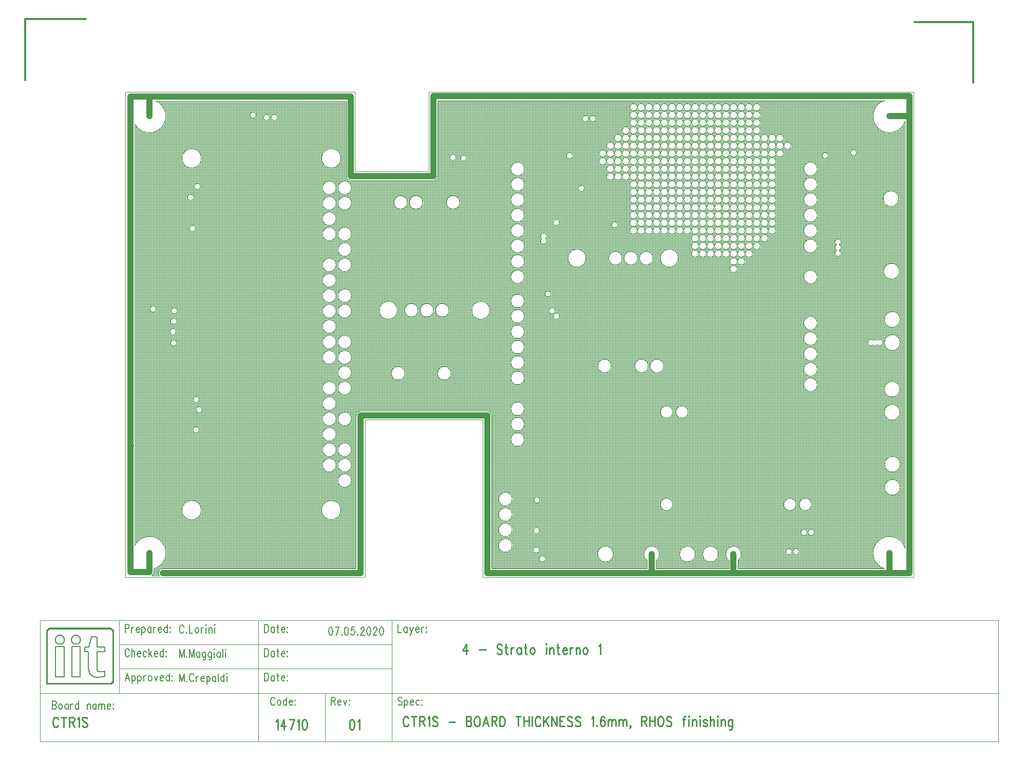
<source format=gbr>
*
*
G04 PADS VX.2.2 Build Number: 9893964 generated Gerber (RS-274-X) file*
G04 PC Version=2.1*
*
%IN "PCB_CTR1S_00.pcb"*%
*
%MOIN*%
*
%FSLAX35Y35*%
*
*
*
*
G04 PC Standard Apertures*
*
*
G04 Thermal Relief Aperture macro.*
%AMTER*
1,1,$1,0,0*
1,0,$1-$2,0,0*
21,0,$3,$4,0,0,45*
21,0,$3,$4,0,0,135*
%
*
*
G04 Annular Aperture macro.*
%AMANN*
1,1,$1,0,0*
1,0,$2,0,0*
%
*
*
G04 Odd Aperture macro.*
%AMODD*
1,1,$1,0,0*
1,0,$1-0.005,0,0*
%
*
*
G04 PC Custom Aperture Macros*
*
*
*
*
*
*
G04 PC Aperture Table*
*
%ADD010C,0.00394*%
%ADD014C,0.00591*%
%ADD016C,0.01*%
%ADD028C,0.001*%
%ADD037C,0.01181*%
%ADD052C,0.00787*%
%ADD067C,0.00591*%
%ADD068C,0.00591*%
%ADD105C,0.03937*%
*
*
*
*
G04 PC Circuitry*
G04 Layer Name PCB_CTR1S_00.pcb - circuitry*
%LPD*%
*
*
G04 PC Custom Flashes*
G04 Layer Name PCB_CTR1S_00.pcb - flashes*
%LPD*%
*
*
G04 PC Circuitry*
G04 Layer Name PCB_CTR1S_00.pcb - circuitry*
%LPD*%
*
G54D10*
G01X2252133Y1530268D02*
G75*
G03X2252133I-5046J0D01*
G01Y1545268D02*
G03X2252133I-5046J0D01*
G01X2251937Y1579008D02*
G03X2251937I-5047J0D01*
G01Y1594008D02*
G03X2251937I-5047J0D01*
G01X2252055Y1624244D02*
G03X2252055I-5047J0D01*
G01Y1639244D02*
G03X2252055I-5047J0D01*
G01X2251582Y1670504D02*
G03X2251582I-5047J0D01*
G01X2251189Y1717709D02*
G03X2251189I-5047J0D01*
G01X2223907Y1747571D02*
G03X2223907I-1978J0D01*
G01X2205403Y1745602D02*
G03X2205403I-1978J0D01*
G01X2196348Y1501114D02*
G03X2196348I-1978J0D01*
G01X2191624D02*
G03X2191624I-1978J0D01*
G01X2194498Y1519146D02*
G03X2194498I-3947J0D01*
G01X2198317Y1596862D02*
G03X2198317I-4341J0D01*
G01Y1606862D02*
G03X2198317I-4341J0D01*
G01Y1616862D02*
G03X2198317I-4341J0D01*
G01Y1626862D02*
G03X2198317I-4341J0D01*
G01Y1636862D02*
G03X2198317I-4341J0D01*
G01Y1666862D02*
G03X2198317I-4341J0D01*
G01Y1686941D02*
G03X2198317I-4341J0D01*
G01Y1696941D02*
G03X2198317I-4341J0D01*
G01Y1706941D02*
G03X2198317I-4341J0D01*
G01Y1716941D02*
G03X2198317I-4341J0D01*
G01Y1726941D02*
G03X2198317I-4341J0D01*
G01Y1736941D02*
G03X2198317I-4341J0D01*
G01X2186506Y1488516D02*
G03X2186506I-1978J0D01*
G01X2181781D02*
G03X2181781I-1978J0D01*
G01X2184498Y1519146D02*
G03X2184498I-3947J0D01*
G01X2181466Y1751980D02*
G03X2181466I-2372J0D01*
G01X2176466Y1746980D02*
G03X2176466I-2372J0D01*
G01Y1751980D02*
G03X2176466I-2372J0D01*
G01Y1756980D02*
G03X2176466I-2372J0D01*
G01X2171466Y1696980D02*
G03X2171466I-2372J0D01*
G01Y1701980D02*
G03X2171466I-2372J0D01*
G01Y1706980D02*
G03X2171466I-2372J0D01*
G01Y1711980D02*
G03X2171466I-2372J0D01*
G01Y1716980D02*
G03X2171466I-2372J0D01*
G01Y1721980D02*
G03X2171466I-2372J0D01*
G01Y1726980D02*
G03X2171466I-2372J0D01*
G01Y1731980D02*
G03X2171466I-2372J0D01*
G01Y1736980D02*
G03X2171466I-2372J0D01*
G01Y1741980D02*
G03X2171466I-2372J0D01*
G01Y1746980D02*
G03X2171466I-2372J0D01*
G01Y1751980D02*
G03X2171466I-2372J0D01*
G01Y1756980D02*
G03X2171466I-2372J0D01*
G01X2166466Y1691980D02*
G03X2166466I-2372J0D01*
G01Y1696980D02*
G03X2166466I-2372J0D01*
G01Y1701980D02*
G03X2166466I-2372J0D01*
G01Y1706980D02*
G03X2166466I-2372J0D01*
G01Y1711980D02*
G03X2166466I-2372J0D01*
G01Y1716980D02*
G03X2166466I-2372J0D01*
G01Y1721980D02*
G03X2166466I-2372J0D01*
G01Y1726980D02*
G03X2166466I-2372J0D01*
G01Y1731980D02*
G03X2166466I-2372J0D01*
G01Y1736980D02*
G03X2166466I-2372J0D01*
G01Y1741980D02*
G03X2166466I-2372J0D01*
G01Y1746980D02*
G03X2166466I-2372J0D01*
G01Y1751980D02*
G03X2166466I-2372J0D01*
G01Y1756980D02*
G03X2166466I-2372J0D01*
G01X2161466Y1686980D02*
G03X2161466I-2372J0D01*
G01Y1691980D02*
G03X2161466I-2372J0D01*
G01Y1696980D02*
G03X2161466I-2372J0D01*
G01Y1701980D02*
G03X2161466I-2372J0D01*
G01Y1706980D02*
G03X2161466I-2372J0D01*
G01Y1711980D02*
G03X2161466I-2372J0D01*
G01Y1716980D02*
G03X2161466I-2372J0D01*
G01Y1721980D02*
G03X2161466I-2372J0D01*
G01Y1726980D02*
G03X2161466I-2372J0D01*
G01Y1731980D02*
G03X2161466I-2372J0D01*
G01Y1736980D02*
G03X2161466I-2372J0D01*
G01Y1741980D02*
G03X2161466I-2372J0D01*
G01Y1746980D02*
G03X2161466I-2372J0D01*
G01Y1751980D02*
G03X2161466I-2372J0D01*
G01Y1756980D02*
G03X2161466I-2372J0D01*
G01Y1761980D02*
G03X2161466I-2372J0D01*
G01Y1766980D02*
G03X2161466I-2372J0D01*
G01Y1771980D02*
G03X2161466I-2372J0D01*
G01Y1776980D02*
G03X2161466I-2372J0D01*
G01X2156466Y1681980D02*
G03X2156466I-2372J0D01*
G01Y1686980D02*
G03X2156466I-2372J0D01*
G01Y1691980D02*
G03X2156466I-2372J0D01*
G01Y1696980D02*
G03X2156466I-2372J0D01*
G01Y1701980D02*
G03X2156466I-2372J0D01*
G01Y1706980D02*
G03X2156466I-2372J0D01*
G01Y1711980D02*
G03X2156466I-2372J0D01*
G01Y1716980D02*
G03X2156466I-2372J0D01*
G01Y1721980D02*
G03X2156466I-2372J0D01*
G01Y1726980D02*
G03X2156466I-2372J0D01*
G01Y1731980D02*
G03X2156466I-2372J0D01*
G01Y1736980D02*
G03X2156466I-2372J0D01*
G01Y1741980D02*
G03X2156466I-2372J0D01*
G01Y1746980D02*
G03X2156466I-2372J0D01*
G01Y1751980D02*
G03X2156466I-2372J0D01*
G01Y1756980D02*
G03X2156466I-2372J0D01*
G01Y1761980D02*
G03X2156466I-2372J0D01*
G01Y1766980D02*
G03X2156466I-2372J0D01*
G01Y1771980D02*
G03X2156466I-2372J0D01*
G01Y1776980D02*
G03X2156466I-2372J0D01*
G01X2151466Y1676980D02*
G03X2151466I-2372J0D01*
G01Y1681980D02*
G03X2151466I-2372J0D01*
G01Y1686980D02*
G03X2151466I-2372J0D01*
G01Y1691980D02*
G03X2151466I-2372J0D01*
G01Y1696980D02*
G03X2151466I-2372J0D01*
G01Y1701980D02*
G03X2151466I-2372J0D01*
G01Y1706980D02*
G03X2151466I-2372J0D01*
G01Y1711980D02*
G03X2151466I-2372J0D01*
G01Y1716980D02*
G03X2151466I-2372J0D01*
G01Y1721980D02*
G03X2151466I-2372J0D01*
G01Y1726980D02*
G03X2151466I-2372J0D01*
G01Y1731980D02*
G03X2151466I-2372J0D01*
G01Y1736980D02*
G03X2151466I-2372J0D01*
G01Y1741980D02*
G03X2151466I-2372J0D01*
G01Y1746980D02*
G03X2151466I-2372J0D01*
G01Y1751980D02*
G03X2151466I-2372J0D01*
G01Y1756980D02*
G03X2151466I-2372J0D01*
G01Y1761980D02*
G03X2151466I-2372J0D01*
G01Y1766980D02*
G03X2151466I-2372J0D01*
G01Y1771980D02*
G03X2151466I-2372J0D01*
G01Y1776980D02*
G03X2151466I-2372J0D01*
G01X2146466Y1671980D02*
G03X2146466I-2372J0D01*
G01Y1676980D02*
G03X2146466I-2372J0D01*
G01Y1681980D02*
G03X2146466I-2372J0D01*
G01Y1686980D02*
G03X2146466I-2372J0D01*
G01Y1691980D02*
G03X2146466I-2372J0D01*
G01Y1696980D02*
G03X2146466I-2372J0D01*
G01Y1701980D02*
G03X2146466I-2372J0D01*
G01Y1706980D02*
G03X2146466I-2372J0D01*
G01Y1711980D02*
G03X2146466I-2372J0D01*
G01Y1716980D02*
G03X2146466I-2372J0D01*
G01Y1721980D02*
G03X2146466I-2372J0D01*
G01Y1726980D02*
G03X2146466I-2372J0D01*
G01Y1731980D02*
G03X2146466I-2372J0D01*
G01Y1736980D02*
G03X2146466I-2372J0D01*
G01Y1741980D02*
G03X2146466I-2372J0D01*
G01Y1746980D02*
G03X2146466I-2372J0D01*
G01Y1751980D02*
G03X2146466I-2372J0D01*
G01Y1756980D02*
G03X2146466I-2372J0D01*
G01Y1761980D02*
G03X2146466I-2372J0D01*
G01Y1766980D02*
G03X2146466I-2372J0D01*
G01Y1771980D02*
G03X2146466I-2372J0D01*
G01Y1776980D02*
G03X2146466I-2372J0D01*
G01X2141466Y1681980D02*
G03X2141466I-2372J0D01*
G01Y1686980D02*
G03X2141466I-2372J0D01*
G01Y1691980D02*
G03X2141466I-2372J0D01*
G01Y1696980D02*
G03X2141466I-2372J0D01*
G01Y1701980D02*
G03X2141466I-2372J0D01*
G01Y1706980D02*
G03X2141466I-2372J0D01*
G01Y1711980D02*
G03X2141466I-2372J0D01*
G01Y1716980D02*
G03X2141466I-2372J0D01*
G01Y1721980D02*
G03X2141466I-2372J0D01*
G01Y1726980D02*
G03X2141466I-2372J0D01*
G01Y1731980D02*
G03X2141466I-2372J0D01*
G01Y1736980D02*
G03X2141466I-2372J0D01*
G01Y1741980D02*
G03X2141466I-2372J0D01*
G01Y1746980D02*
G03X2141466I-2372J0D01*
G01Y1751980D02*
G03X2141466I-2372J0D01*
G01Y1756980D02*
G03X2141466I-2372J0D01*
G01Y1761980D02*
G03X2141466I-2372J0D01*
G01Y1766980D02*
G03X2141466I-2372J0D01*
G01Y1771980D02*
G03X2141466I-2372J0D01*
G01Y1776980D02*
G03X2141466I-2372J0D01*
G01X2134063Y1486941D02*
G03X2134063I-5047J0D01*
G01X2136466Y1681980D02*
G03X2136466I-2372J0D01*
G01Y1686980D02*
G03X2136466I-2372J0D01*
G01Y1691980D02*
G03X2136466I-2372J0D01*
G01Y1696980D02*
G03X2136466I-2372J0D01*
G01Y1701980D02*
G03X2136466I-2372J0D01*
G01Y1706980D02*
G03X2136466I-2372J0D01*
G01Y1711980D02*
G03X2136466I-2372J0D01*
G01Y1716980D02*
G03X2136466I-2372J0D01*
G01Y1721980D02*
G03X2136466I-2372J0D01*
G01Y1726980D02*
G03X2136466I-2372J0D01*
G01Y1731980D02*
G03X2136466I-2372J0D01*
G01Y1736980D02*
G03X2136466I-2372J0D01*
G01Y1741980D02*
G03X2136466I-2372J0D01*
G01Y1746980D02*
G03X2136466I-2372J0D01*
G01Y1751980D02*
G03X2136466I-2372J0D01*
G01Y1756980D02*
G03X2136466I-2372J0D01*
G01Y1761980D02*
G03X2136466I-2372J0D01*
G01Y1766980D02*
G03X2136466I-2372J0D01*
G01Y1771980D02*
G03X2136466I-2372J0D01*
G01Y1776980D02*
G03X2136466I-2372J0D01*
G01X2131466Y1681980D02*
G03X2131466I-2372J0D01*
G01Y1686980D02*
G03X2131466I-2372J0D01*
G01Y1691980D02*
G03X2131466I-2372J0D01*
G01Y1696980D02*
G03X2131466I-2372J0D01*
G01Y1701980D02*
G03X2131466I-2372J0D01*
G01Y1706980D02*
G03X2131466I-2372J0D01*
G01Y1711980D02*
G03X2131466I-2372J0D01*
G01Y1716980D02*
G03X2131466I-2372J0D01*
G01Y1721980D02*
G03X2131466I-2372J0D01*
G01Y1726980D02*
G03X2131466I-2372J0D01*
G01Y1731980D02*
G03X2131466I-2372J0D01*
G01Y1736980D02*
G03X2131466I-2372J0D01*
G01Y1741980D02*
G03X2131466I-2372J0D01*
G01Y1746980D02*
G03X2131466I-2372J0D01*
G01Y1751980D02*
G03X2131466I-2372J0D01*
G01Y1756980D02*
G03X2131466I-2372J0D01*
G01Y1761980D02*
G03X2131466I-2372J0D01*
G01Y1766980D02*
G03X2131466I-2372J0D01*
G01Y1771980D02*
G03X2131466I-2372J0D01*
G01Y1776980D02*
G03X2131466I-2372J0D01*
G01X2126466Y1681980D02*
G03X2126466I-2372J0D01*
G01Y1686980D02*
G03X2126466I-2372J0D01*
G01Y1691980D02*
G03X2126466I-2372J0D01*
G01Y1696980D02*
G03X2126466I-2372J0D01*
G01Y1701980D02*
G03X2126466I-2372J0D01*
G01Y1706980D02*
G03X2126466I-2372J0D01*
G01Y1711980D02*
G03X2126466I-2372J0D01*
G01Y1716980D02*
G03X2126466I-2372J0D01*
G01Y1721980D02*
G03X2126466I-2372J0D01*
G01Y1726980D02*
G03X2126466I-2372J0D01*
G01Y1731980D02*
G03X2126466I-2372J0D01*
G01Y1736980D02*
G03X2126466I-2372J0D01*
G01Y1741980D02*
G03X2126466I-2372J0D01*
G01Y1746980D02*
G03X2126466I-2372J0D01*
G01Y1751980D02*
G03X2126466I-2372J0D01*
G01Y1756980D02*
G03X2126466I-2372J0D01*
G01Y1761980D02*
G03X2126466I-2372J0D01*
G01Y1766980D02*
G03X2126466I-2372J0D01*
G01Y1771980D02*
G03X2126466I-2372J0D01*
G01Y1776980D02*
G03X2126466I-2372J0D01*
G01X2119063Y1486941D02*
G03X2119063I-5047J0D01*
G01X2121466Y1681980D02*
G03X2121466I-2372J0D01*
G01Y1686980D02*
G03X2121466I-2372J0D01*
G01Y1691980D02*
G03X2121466I-2372J0D01*
G01Y1696980D02*
G03X2121466I-2372J0D01*
G01Y1701980D02*
G03X2121466I-2372J0D01*
G01Y1706980D02*
G03X2121466I-2372J0D01*
G01Y1711980D02*
G03X2121466I-2372J0D01*
G01Y1716980D02*
G03X2121466I-2372J0D01*
G01Y1721980D02*
G03X2121466I-2372J0D01*
G01Y1726980D02*
G03X2121466I-2372J0D01*
G01Y1731980D02*
G03X2121466I-2372J0D01*
G01Y1736980D02*
G03X2121466I-2372J0D01*
G01Y1741980D02*
G03X2121466I-2372J0D01*
G01Y1746980D02*
G03X2121466I-2372J0D01*
G01Y1751980D02*
G03X2121466I-2372J0D01*
G01Y1756980D02*
G03X2121466I-2372J0D01*
G01Y1761980D02*
G03X2121466I-2372J0D01*
G01Y1766980D02*
G03X2121466I-2372J0D01*
G01Y1771980D02*
G03X2121466I-2372J0D01*
G01Y1776980D02*
G03X2121466I-2372J0D01*
G01X2114498Y1579146D02*
G03X2114498I-3947J0D01*
G01X2116466Y1696980D02*
G03X2116466I-2372J0D01*
G01Y1701980D02*
G03X2116466I-2372J0D01*
G01Y1706980D02*
G03X2116466I-2372J0D01*
G01Y1711980D02*
G03X2116466I-2372J0D01*
G01Y1716980D02*
G03X2116466I-2372J0D01*
G01Y1721980D02*
G03X2116466I-2372J0D01*
G01Y1726980D02*
G03X2116466I-2372J0D01*
G01Y1731980D02*
G03X2116466I-2372J0D01*
G01Y1736980D02*
G03X2116466I-2372J0D01*
G01Y1741980D02*
G03X2116466I-2372J0D01*
G01Y1746980D02*
G03X2116466I-2372J0D01*
G01Y1751980D02*
G03X2116466I-2372J0D01*
G01Y1756980D02*
G03X2116466I-2372J0D01*
G01Y1761980D02*
G03X2116466I-2372J0D01*
G01Y1766980D02*
G03X2116466I-2372J0D01*
G01Y1771980D02*
G03X2116466I-2372J0D01*
G01Y1776980D02*
G03X2116466I-2372J0D01*
G01X2104498Y1519146D02*
G03X2104498I-3947J0D01*
G01Y1579146D02*
G03X2104498I-3947J0D01*
G01X2098624Y1609067D02*
G03X2098624I-4341J0D01*
G01X2108080Y1679067D02*
G03X2108080I-5797J0D01*
G01X2111466Y1696980D02*
G03X2111466I-2372J0D01*
G01Y1701980D02*
G03X2111466I-2372J0D01*
G01Y1706980D02*
G03X2111466I-2372J0D01*
G01Y1711980D02*
G03X2111466I-2372J0D01*
G01Y1716980D02*
G03X2111466I-2372J0D01*
G01Y1721980D02*
G03X2111466I-2372J0D01*
G01Y1726980D02*
G03X2111466I-2372J0D01*
G01Y1731980D02*
G03X2111466I-2372J0D01*
G01Y1736980D02*
G03X2111466I-2372J0D01*
G01Y1741980D02*
G03X2111466I-2372J0D01*
G01Y1746980D02*
G03X2111466I-2372J0D01*
G01Y1751980D02*
G03X2111466I-2372J0D01*
G01Y1756980D02*
G03X2111466I-2372J0D01*
G01Y1761980D02*
G03X2111466I-2372J0D01*
G01Y1766980D02*
G03X2111466I-2372J0D01*
G01Y1771980D02*
G03X2111466I-2372J0D01*
G01Y1776980D02*
G03X2111466I-2372J0D01*
G01X2106466Y1696980D02*
G03X2106466I-2372J0D01*
G01Y1701980D02*
G03X2106466I-2372J0D01*
G01Y1706980D02*
G03X2106466I-2372J0D01*
G01Y1711980D02*
G03X2106466I-2372J0D01*
G01Y1716980D02*
G03X2106466I-2372J0D01*
G01Y1721980D02*
G03X2106466I-2372J0D01*
G01Y1726980D02*
G03X2106466I-2372J0D01*
G01Y1731980D02*
G03X2106466I-2372J0D01*
G01Y1736980D02*
G03X2106466I-2372J0D01*
G01Y1741980D02*
G03X2106466I-2372J0D01*
G01Y1746980D02*
G03X2106466I-2372J0D01*
G01Y1751980D02*
G03X2106466I-2372J0D01*
G01Y1756980D02*
G03X2106466I-2372J0D01*
G01Y1761980D02*
G03X2106466I-2372J0D01*
G01Y1766980D02*
G03X2106466I-2372J0D01*
G01Y1771980D02*
G03X2106466I-2372J0D01*
G01Y1776980D02*
G03X2106466I-2372J0D01*
G01X2101466Y1696980D02*
G03X2101466I-2372J0D01*
G01Y1701980D02*
G03X2101466I-2372J0D01*
G01Y1706980D02*
G03X2101466I-2372J0D01*
G01Y1711980D02*
G03X2101466I-2372J0D01*
G01Y1716980D02*
G03X2101466I-2372J0D01*
G01Y1721980D02*
G03X2101466I-2372J0D01*
G01Y1726980D02*
G03X2101466I-2372J0D01*
G01Y1731980D02*
G03X2101466I-2372J0D01*
G01Y1736980D02*
G03X2101466I-2372J0D01*
G01Y1741980D02*
G03X2101466I-2372J0D01*
G01Y1746980D02*
G03X2101466I-2372J0D01*
G01Y1751980D02*
G03X2101466I-2372J0D01*
G01Y1756980D02*
G03X2101466I-2372J0D01*
G01Y1761980D02*
G03X2101466I-2372J0D01*
G01Y1766980D02*
G03X2101466I-2372J0D01*
G01Y1771980D02*
G03X2101466I-2372J0D01*
G01Y1776980D02*
G03X2101466I-2372J0D01*
G01X2096466Y1696980D02*
G03X2096466I-2372J0D01*
G01Y1701980D02*
G03X2096466I-2372J0D01*
G01Y1706980D02*
G03X2096466I-2372J0D01*
G01Y1711980D02*
G03X2096466I-2372J0D01*
G01Y1716980D02*
G03X2096466I-2372J0D01*
G01Y1721980D02*
G03X2096466I-2372J0D01*
G01Y1726980D02*
G03X2096466I-2372J0D01*
G01Y1731980D02*
G03X2096466I-2372J0D01*
G01Y1736980D02*
G03X2096466I-2372J0D01*
G01Y1741980D02*
G03X2096466I-2372J0D01*
G01Y1746980D02*
G03X2096466I-2372J0D01*
G01Y1751980D02*
G03X2096466I-2372J0D01*
G01Y1756980D02*
G03X2096466I-2372J0D01*
G01Y1761980D02*
G03X2096466I-2372J0D01*
G01Y1766980D02*
G03X2096466I-2372J0D01*
G01Y1771980D02*
G03X2096466I-2372J0D01*
G01Y1776980D02*
G03X2096466I-2372J0D01*
G01X2088624Y1609067D02*
G03X2088624I-4341J0D01*
G01X2091624Y1679067D02*
G03X2091624I-4341J0D01*
G01X2091466Y1696980D02*
G03X2091466I-2372J0D01*
G01Y1701980D02*
G03X2091466I-2372J0D01*
G01Y1706980D02*
G03X2091466I-2372J0D01*
G01Y1711980D02*
G03X2091466I-2372J0D01*
G01Y1716980D02*
G03X2091466I-2372J0D01*
G01Y1721980D02*
G03X2091466I-2372J0D01*
G01Y1726980D02*
G03X2091466I-2372J0D01*
G01Y1731980D02*
G03X2091466I-2372J0D01*
G01Y1736980D02*
G03X2091466I-2372J0D01*
G01Y1741980D02*
G03X2091466I-2372J0D01*
G01Y1746980D02*
G03X2091466I-2372J0D01*
G01Y1751980D02*
G03X2091466I-2372J0D01*
G01Y1756980D02*
G03X2091466I-2372J0D01*
G01Y1761980D02*
G03X2091466I-2372J0D01*
G01Y1766980D02*
G03X2091466I-2372J0D01*
G01Y1771980D02*
G03X2091466I-2372J0D01*
G01Y1776980D02*
G03X2091466I-2372J0D01*
G01X2086466Y1696980D02*
G03X2086466I-2372J0D01*
G01Y1701980D02*
G03X2086466I-2372J0D01*
G01Y1706980D02*
G03X2086466I-2372J0D01*
G01Y1711980D02*
G03X2086466I-2372J0D01*
G01Y1716980D02*
G03X2086466I-2372J0D01*
G01Y1721980D02*
G03X2086466I-2372J0D01*
G01Y1726980D02*
G03X2086466I-2372J0D01*
G01Y1731980D02*
G03X2086466I-2372J0D01*
G01Y1736980D02*
G03X2086466I-2372J0D01*
G01Y1741980D02*
G03X2086466I-2372J0D01*
G01Y1746980D02*
G03X2086466I-2372J0D01*
G01Y1751980D02*
G03X2086466I-2372J0D01*
G01Y1756980D02*
G03X2086466I-2372J0D01*
G01Y1761980D02*
G03X2086466I-2372J0D01*
G01Y1766980D02*
G03X2086466I-2372J0D01*
G01Y1771980D02*
G03X2086466I-2372J0D01*
G01Y1776980D02*
G03X2086466I-2372J0D01*
G01X2081624Y1679067D02*
G03X2081624I-4341J0D01*
G01X2081466Y1696980D02*
G03X2081466I-2372J0D01*
G01Y1701980D02*
G03X2081466I-2372J0D01*
G01Y1706980D02*
G03X2081466I-2372J0D01*
G01Y1711980D02*
G03X2081466I-2372J0D01*
G01Y1716980D02*
G03X2081466I-2372J0D01*
G01Y1721980D02*
G03X2081466I-2372J0D01*
G01Y1726980D02*
G03X2081466I-2372J0D01*
G01Y1731980D02*
G03X2081466I-2372J0D01*
G01Y1736980D02*
G03X2081466I-2372J0D01*
G01Y1741980D02*
G03X2081466I-2372J0D01*
G01Y1746980D02*
G03X2081466I-2372J0D01*
G01Y1751980D02*
G03X2081466I-2372J0D01*
G01Y1756980D02*
G03X2081466I-2372J0D01*
G01Y1761980D02*
G03X2081466I-2372J0D01*
G01Y1766980D02*
G03X2081466I-2372J0D01*
G01Y1771980D02*
G03X2081466I-2372J0D01*
G01Y1776980D02*
G03X2081466I-2372J0D01*
G01X2076466Y1731980D02*
G03X2076466I-2372J0D01*
G01Y1736980D02*
G03X2076466I-2372J0D01*
G01Y1741980D02*
G03X2076466I-2372J0D01*
G01Y1746980D02*
G03X2076466I-2372J0D01*
G01Y1751980D02*
G03X2076466I-2372J0D01*
G01Y1756980D02*
G03X2076466I-2372J0D01*
G01Y1761980D02*
G03X2076466I-2372J0D01*
G01X2065913Y1486941D02*
G03X2065913I-5047J0D01*
G01X2064624Y1609067D02*
G03X2064624I-4341J0D01*
G01X2071624Y1679067D02*
G03X2071624I-4341J0D01*
G01X2068789Y1700720D02*
G03X2068789I-1978J0D01*
G01X2071466Y1731980D02*
G03X2071466I-2372J0D01*
G01Y1736980D02*
G03X2071466I-2372J0D01*
G01Y1741980D02*
G03X2071466I-2372J0D01*
G01Y1746980D02*
G03X2071466I-2372J0D01*
G01Y1751980D02*
G03X2071466I-2372J0D01*
G01Y1756980D02*
G03X2071466I-2372J0D01*
G01X2066466Y1731980D02*
G03X2066466I-2372J0D01*
G01Y1736980D02*
G03X2066466I-2372J0D01*
G01Y1741980D02*
G03X2066466I-2372J0D01*
G01Y1746980D02*
G03X2066466I-2372J0D01*
G01Y1751980D02*
G03X2066466I-2372J0D01*
G01X2061466Y1741980D02*
G03X2061466I-2372J0D01*
G01Y1746980D02*
G03X2061466I-2372J0D01*
G01X2054616Y1769618D02*
G03X2054616I-1978J0D01*
G01X2048080Y1679067D02*
G03X2048080I-5797J0D01*
G01X2047135Y1724343D02*
G03X2047135I-1978J0D01*
G01X2049891Y1769618D02*
G03X2049891I-1978J0D01*
G01X2039655Y1745602D02*
G03X2039655I-1978J0D01*
G01X2030994Y1641272D02*
G03X2030994I-1978J0D01*
G01X2028238Y1644815D02*
G03X2028238I-1978J0D01*
G01X2030994Y1702295D02*
G03X2030994I-1978J0D01*
G01X2021939Y1483791D02*
G03X2021939I-1978J0D01*
G01X2025482Y1655839D02*
G03X2025482I-1978J0D01*
G01X2018002Y1489697D02*
G03X2018002I-1978J0D01*
G01Y1502295D02*
G03X2018002I-1978J0D01*
G01X2018395Y1521980D02*
G03X2018395I-1978J0D01*
G01X2000285Y1492689D02*
G03X2000285I-4340J0D01*
G01Y1502689D02*
G03X2000285I-4340J0D01*
G01Y1512689D02*
G03X2000285I-4340J0D01*
G01Y1522689D02*
G03X2000285I-4340J0D01*
G01X2008159Y1561311D02*
G03X2008159I-4340J0D01*
G01Y1571311D02*
G03X2008159I-4340J0D01*
G01Y1581311D02*
G03X2008159I-4340J0D01*
G01Y1601311D02*
G03X2008159I-4340J0D01*
G01Y1611311D02*
G03X2008159I-4340J0D01*
G01Y1621311D02*
G03X2008159I-4340J0D01*
G01Y1631311D02*
G03X2008159I-4340J0D01*
G01Y1641311D02*
G03X2008159I-4340J0D01*
G01Y1651311D02*
G03X2008159I-4340J0D01*
G01Y1666941D02*
G03X2008159I-4340J0D01*
G01Y1676941D02*
G03X2008159I-4340J0D01*
G01Y1686941D02*
G03X2008159I-4340J0D01*
G01Y1696941D02*
G03X2008159I-4340J0D01*
G01Y1706941D02*
G03X2008159I-4340J0D01*
G01Y1716941D02*
G03X2008159I-4340J0D01*
G01Y1726941D02*
G03X2008159I-4340J0D01*
G01Y1736941D02*
G03X2008159I-4340J0D01*
G01X1985718Y1645209D02*
G03X1985718I-5797J0D01*
G01X1970758Y1744028D02*
G03X1970758I-1978J0D01*
G01X1960561Y1604264D02*
G03X1960561I-4341J0D01*
G01X1959261Y1645209D02*
G03X1959261I-4340J0D01*
G01X1966261Y1715209D02*
G03X1966261I-4340J0D01*
G01X1963671Y1744421D02*
G03X1963671I-1978J0D01*
G01X1949261Y1645209D02*
G03X1949261I-4340J0D01*
G01X1939261D02*
G03X1939261I-4340J0D01*
G01X1942261Y1715209D02*
G03X1942261I-4340J0D01*
G01X1930561Y1604264D02*
G03X1930561I-4341J0D01*
G01X1925718Y1645209D02*
G03X1925718I-5797J0D01*
G01X1932261Y1715209D02*
G03X1932261I-4340J0D01*
G01X1889045Y1515524D02*
G03X1889045I-6210J0D01*
G01X1895954Y1534697D02*
G03X1895954I-4340J0D01*
G01Y1544697D02*
G03X1895954I-4340J0D01*
G01Y1554697D02*
G03X1895954I-4340J0D01*
G01Y1574697D02*
G03X1895954I-4340J0D01*
G01Y1594697D02*
G03X1895954I-4340J0D01*
G01Y1604697D02*
G03X1895954I-4340J0D01*
G01Y1614697D02*
G03X1895954I-4340J0D01*
G01Y1624697D02*
G03X1895954I-4340J0D01*
G01Y1644697D02*
G03X1895954I-4340J0D01*
G01Y1654697D02*
G03X1895954I-4340J0D01*
G01Y1674697D02*
G03X1895954I-4340J0D01*
G01Y1684697D02*
G03X1895954I-4340J0D01*
G01Y1694697D02*
G03X1895954I-4340J0D01*
G01Y1714697D02*
G03X1895954I-4340J0D01*
G01Y1724697D02*
G03X1895954I-4340J0D01*
G01X1885954Y1544697D02*
G03X1885954I-4340J0D01*
G01Y1554697D02*
G03X1885954I-4340J0D01*
G01Y1564697D02*
G03X1885954I-4340J0D01*
G01Y1574697D02*
G03X1885954I-4340J0D01*
G01Y1584697D02*
G03X1885954I-4340J0D01*
G01Y1594697D02*
G03X1885954I-4340J0D01*
G01Y1614697D02*
G03X1885954I-4340J0D01*
G01Y1624697D02*
G03X1885954I-4340J0D01*
G01Y1634697D02*
G03X1885954I-4340J0D01*
G01Y1644697D02*
G03X1885954I-4340J0D01*
G01Y1654697D02*
G03X1885954I-4340J0D01*
G01Y1664697D02*
G03X1885954I-4340J0D01*
G01Y1674697D02*
G03X1885954I-4340J0D01*
G01Y1694697D02*
G03X1885954I-4340J0D01*
G01Y1704697D02*
G03X1885954I-4340J0D01*
G01Y1714697D02*
G03X1885954I-4340J0D01*
G01Y1724697D02*
G03X1885954I-4340J0D01*
G01X1889045Y1743870D02*
G03X1889045I-6210J0D01*
G01X1847923Y1770406D02*
G03X1847923I-1978J0D01*
G01X1842805D02*
G03X1842805I-1978J0D01*
G01X1834143Y1771980D02*
G03X1834143I-1978J0D01*
G01X1798494Y1515524D02*
G03X1798494I-6211J0D01*
G01X1797135Y1567650D02*
G03X1797135I-1978J0D01*
G01X1799104Y1580642D02*
G03X1799104I-1978J0D01*
G01X1797135Y1587335D02*
G03X1797135I-1978J0D01*
G01X1794773Y1698358D02*
G03X1794773I-1978J0D01*
G01X1797923Y1725524D02*
G03X1797923I-1978J0D01*
G01X1793592Y1718437D02*
G03X1793592I-1978J0D01*
G01X1798494Y1743870D02*
G03X1798494I-6211J0D01*
G01X1782569Y1623949D02*
G03X1782569I-1978J0D01*
G01X1782175Y1631429D02*
G03X1782175I-1978J0D01*
G01X1782569Y1638122D02*
G03X1782569I-1978J0D01*
G01X1782962Y1644815D02*
G03X1782962I-1978J0D01*
G01X1769183Y1645996D02*
G03X1769183I-1978J0D01*
G01X2242223Y1781420D02*
G03X2255384Y1768259I2934J-10227D01*
G01X2242223Y1781420D02*
X1951860D01*
Y1732217*
X1949094Y1729451D02*
G03X1951860Y1732217I0J2766D01*
G01X1949094Y1729451D02*
X1895551D01*
X1892786Y1732217D02*
G03X1895551Y1729451I2765J-0D01*
G01X1892786Y1732217D02*
Y1781026D01*
X1768905*
X1755403Y1766284D02*
G03X1768905Y1781026I9440J4909D01*
G01X1755403Y1766284D02*
Y1558836D01*
Y1555991D02*
G03Y1558836I-2372J1422D01*
G01Y1555991D02*
Y1492637D01*
X1767608Y1477455D02*
G03X1755403Y1492637I-2765J10273D01*
G01X1767608Y1477455D02*
Y1475130D01*
X1766296Y1472777D02*
G03X1767608Y1475130I-1453J2353D01*
G01X1766296Y1472777D02*
X1771552D01*
X1773504Y1477502D02*
G03X1771552Y1472777I-0J-2766D01*
G01X1773504Y1477502D02*
X1899085D01*
Y1577098*
X1901850Y1579864D02*
G03X1899085Y1577098I0J-2766D01*
G01X1901850Y1579864D02*
X1984134D01*
X1986899Y1577098D02*
G03X1984134Y1579864I-2765J0D01*
G01X1986899Y1577098D02*
Y1477502D01*
X2088061*
Y1482745*
X2093592Y1482694D02*
G03X2088061Y1482745I-2726J4247D01*
G01X2093592Y1482694D02*
Y1477502D01*
X2141220*
X2141237Y1482728*
X2146767Y1482710D02*
G03X2141237Y1482728I-2751J4231D01*
G01X2146767Y1482710D02*
X2146751Y1477502D01*
X2242223*
X2255384Y1490663D02*
G03X2242223Y1477502I-10227J-2935D01*
G01X2255384Y1490663D02*
Y1768259D01*
X2252133Y1530268D02*
G03X2252133I-5046J0D01*
G01Y1545268D02*
G03X2252133I-5046J0D01*
G01X2251937Y1579008D02*
G03X2251937I-5047J0D01*
G01Y1594008D02*
G03X2251937I-5047J0D01*
G01X2252055Y1624244D02*
G03X2252055I-5047J0D01*
G01Y1639244D02*
G03X2252055I-5047J0D01*
G01X2251582Y1670504D02*
G03X2251582I-5047J0D01*
G01X2251189Y1717709D02*
G03X2251189I-5047J0D01*
G01X2234567Y1622926D02*
G03X2237498Y1622945I1457J1338D01*
G01X2234567Y1625602D02*
G03Y1622926I-1457J-1338D01*
G01X2237423Y1625661D02*
G03X2234567Y1625602I-1399J-1397D01*
G01X2237498Y1622945D02*
G03X2237423Y1625661I1400J1398D01*
G01X2223907Y1747571D02*
G03X2223907I-1978J0D01*
G01X2212567Y1684146D02*
G03X2212610Y1687748I-795J1811D01*
G01X2210976Y1684146D02*
G03X2212567I796J-1811D01*
G01X2210933Y1687748D02*
G03X2210976Y1684146I839J-1791D01*
G01X2212610Y1687748D02*
G03X2210933I-838J1791D01*
G01X2205403Y1745602D02*
G03X2205403I-1978J0D01*
G01X2196348Y1501114D02*
G03X2196348I-1978J0D01*
G01X2191624D02*
G03X2191624I-1978J0D01*
G01X2194498Y1519146D02*
G03X2194498I-3947J0D01*
G01X2198317Y1596862D02*
G03X2198317I-4341J0D01*
G01Y1606862D02*
G03X2198317I-4341J0D01*
G01Y1616862D02*
G03X2198317I-4341J0D01*
G01Y1626862D02*
G03X2198317I-4341J0D01*
G01Y1636862D02*
G03X2198317I-4341J0D01*
G01Y1666862D02*
G03X2198317I-4341J0D01*
G01Y1686941D02*
G03X2198317I-4341J0D01*
G01Y1696941D02*
G03X2198317I-4341J0D01*
G01Y1706941D02*
G03X2198317I-4341J0D01*
G01Y1716941D02*
G03X2198317I-4341J0D01*
G01Y1726941D02*
G03X2198317I-4341J0D01*
G01Y1736941D02*
G03X2198317I-4341J0D01*
G01X2186506Y1488516D02*
G03X2186506I-1978J0D01*
G01X2181781D02*
G03X2181781I-1978J0D01*
G01X2184498Y1519146D02*
G03X2184498I-3947J0D01*
G01X2181466Y1751980D02*
G03X2181466I-2372J0D01*
G01X2176466Y1746980D02*
G03X2176466I-2372J0D01*
G01Y1751980D02*
G03X2176466I-2372J0D01*
G01Y1756980D02*
G03X2176466I-2372J0D01*
G01X2171466Y1696980D02*
G03X2171466I-2372J0D01*
G01Y1701980D02*
G03X2171466I-2372J0D01*
G01Y1706980D02*
G03X2171466I-2372J0D01*
G01Y1711980D02*
G03X2171466I-2372J0D01*
G01Y1716980D02*
G03X2171466I-2372J0D01*
G01Y1721980D02*
G03X2171466I-2372J0D01*
G01Y1726980D02*
G03X2171466I-2372J0D01*
G01Y1731980D02*
G03X2171466I-2372J0D01*
G01Y1736980D02*
G03X2171466I-2372J0D01*
G01Y1741980D02*
G03X2171466I-2372J0D01*
G01Y1746980D02*
G03X2171466I-2372J0D01*
G01Y1751980D02*
G03X2171466I-2372J0D01*
G01Y1756980D02*
G03X2171466I-2372J0D01*
G01X2166466Y1691980D02*
G03X2166466I-2372J0D01*
G01Y1696980D02*
G03X2166466I-2372J0D01*
G01Y1701980D02*
G03X2166466I-2372J0D01*
G01Y1706980D02*
G03X2166466I-2372J0D01*
G01Y1711980D02*
G03X2166466I-2372J0D01*
G01Y1716980D02*
G03X2166466I-2372J0D01*
G01Y1721980D02*
G03X2166466I-2372J0D01*
G01Y1726980D02*
G03X2166466I-2372J0D01*
G01Y1731980D02*
G03X2166466I-2372J0D01*
G01Y1736980D02*
G03X2166466I-2372J0D01*
G01Y1741980D02*
G03X2166466I-2372J0D01*
G01Y1746980D02*
G03X2166466I-2372J0D01*
G01Y1751980D02*
G03X2166466I-2372J0D01*
G01Y1756980D02*
G03X2166466I-2372J0D01*
G01X2161466Y1686980D02*
G03X2161466I-2372J0D01*
G01Y1691980D02*
G03X2161466I-2372J0D01*
G01Y1696980D02*
G03X2161466I-2372J0D01*
G01Y1701980D02*
G03X2161466I-2372J0D01*
G01Y1706980D02*
G03X2161466I-2372J0D01*
G01Y1711980D02*
G03X2161466I-2372J0D01*
G01Y1716980D02*
G03X2161466I-2372J0D01*
G01Y1721980D02*
G03X2161466I-2372J0D01*
G01Y1726980D02*
G03X2161466I-2372J0D01*
G01Y1731980D02*
G03X2161466I-2372J0D01*
G01Y1736980D02*
G03X2161466I-2372J0D01*
G01Y1741980D02*
G03X2161466I-2372J0D01*
G01Y1746980D02*
G03X2161466I-2372J0D01*
G01Y1751980D02*
G03X2161466I-2372J0D01*
G01Y1756980D02*
G03X2161466I-2372J0D01*
G01Y1761980D02*
G03X2161466I-2372J0D01*
G01Y1766980D02*
G03X2161466I-2372J0D01*
G01Y1771980D02*
G03X2161466I-2372J0D01*
G01Y1776980D02*
G03X2161466I-2372J0D01*
G01X2156466Y1681980D02*
G03X2156466I-2372J0D01*
G01Y1686980D02*
G03X2156466I-2372J0D01*
G01Y1691980D02*
G03X2156466I-2372J0D01*
G01Y1696980D02*
G03X2156466I-2372J0D01*
G01Y1701980D02*
G03X2156466I-2372J0D01*
G01Y1706980D02*
G03X2156466I-2372J0D01*
G01Y1711980D02*
G03X2156466I-2372J0D01*
G01Y1716980D02*
G03X2156466I-2372J0D01*
G01Y1721980D02*
G03X2156466I-2372J0D01*
G01Y1726980D02*
G03X2156466I-2372J0D01*
G01Y1731980D02*
G03X2156466I-2372J0D01*
G01Y1736980D02*
G03X2156466I-2372J0D01*
G01Y1741980D02*
G03X2156466I-2372J0D01*
G01Y1746980D02*
G03X2156466I-2372J0D01*
G01Y1751980D02*
G03X2156466I-2372J0D01*
G01Y1756980D02*
G03X2156466I-2372J0D01*
G01Y1761980D02*
G03X2156466I-2372J0D01*
G01Y1766980D02*
G03X2156466I-2372J0D01*
G01Y1771980D02*
G03X2156466I-2372J0D01*
G01Y1776980D02*
G03X2156466I-2372J0D01*
G01X2151466Y1676980D02*
G03X2151466I-2372J0D01*
G01Y1681980D02*
G03X2151466I-2372J0D01*
G01Y1686980D02*
G03X2151466I-2372J0D01*
G01Y1691980D02*
G03X2151466I-2372J0D01*
G01Y1696980D02*
G03X2151466I-2372J0D01*
G01Y1701980D02*
G03X2151466I-2372J0D01*
G01Y1706980D02*
G03X2151466I-2372J0D01*
G01Y1711980D02*
G03X2151466I-2372J0D01*
G01Y1716980D02*
G03X2151466I-2372J0D01*
G01Y1721980D02*
G03X2151466I-2372J0D01*
G01Y1726980D02*
G03X2151466I-2372J0D01*
G01Y1731980D02*
G03X2151466I-2372J0D01*
G01Y1736980D02*
G03X2151466I-2372J0D01*
G01Y1741980D02*
G03X2151466I-2372J0D01*
G01Y1746980D02*
G03X2151466I-2372J0D01*
G01Y1751980D02*
G03X2151466I-2372J0D01*
G01Y1756980D02*
G03X2151466I-2372J0D01*
G01Y1761980D02*
G03X2151466I-2372J0D01*
G01Y1766980D02*
G03X2151466I-2372J0D01*
G01Y1771980D02*
G03X2151466I-2372J0D01*
G01Y1776980D02*
G03X2151466I-2372J0D01*
G01X2146466Y1671980D02*
G03X2146466I-2372J0D01*
G01Y1676980D02*
G03X2146466I-2372J0D01*
G01Y1681980D02*
G03X2146466I-2372J0D01*
G01Y1686980D02*
G03X2146466I-2372J0D01*
G01Y1691980D02*
G03X2146466I-2372J0D01*
G01Y1696980D02*
G03X2146466I-2372J0D01*
G01Y1701980D02*
G03X2146466I-2372J0D01*
G01Y1706980D02*
G03X2146466I-2372J0D01*
G01Y1711980D02*
G03X2146466I-2372J0D01*
G01Y1716980D02*
G03X2146466I-2372J0D01*
G01Y1721980D02*
G03X2146466I-2372J0D01*
G01Y1726980D02*
G03X2146466I-2372J0D01*
G01Y1731980D02*
G03X2146466I-2372J0D01*
G01Y1736980D02*
G03X2146466I-2372J0D01*
G01Y1741980D02*
G03X2146466I-2372J0D01*
G01Y1746980D02*
G03X2146466I-2372J0D01*
G01Y1751980D02*
G03X2146466I-2372J0D01*
G01Y1756980D02*
G03X2146466I-2372J0D01*
G01Y1761980D02*
G03X2146466I-2372J0D01*
G01Y1766980D02*
G03X2146466I-2372J0D01*
G01Y1771980D02*
G03X2146466I-2372J0D01*
G01Y1776980D02*
G03X2146466I-2372J0D01*
G01X2141466Y1681980D02*
G03X2141466I-2372J0D01*
G01Y1686980D02*
G03X2141466I-2372J0D01*
G01Y1691980D02*
G03X2141466I-2372J0D01*
G01Y1696980D02*
G03X2141466I-2372J0D01*
G01Y1701980D02*
G03X2141466I-2372J0D01*
G01Y1706980D02*
G03X2141466I-2372J0D01*
G01Y1711980D02*
G03X2141466I-2372J0D01*
G01Y1716980D02*
G03X2141466I-2372J0D01*
G01Y1721980D02*
G03X2141466I-2372J0D01*
G01Y1726980D02*
G03X2141466I-2372J0D01*
G01Y1731980D02*
G03X2141466I-2372J0D01*
G01Y1736980D02*
G03X2141466I-2372J0D01*
G01Y1741980D02*
G03X2141466I-2372J0D01*
G01Y1746980D02*
G03X2141466I-2372J0D01*
G01Y1751980D02*
G03X2141466I-2372J0D01*
G01Y1756980D02*
G03X2141466I-2372J0D01*
G01Y1761980D02*
G03X2141466I-2372J0D01*
G01Y1766980D02*
G03X2141466I-2372J0D01*
G01Y1771980D02*
G03X2141466I-2372J0D01*
G01Y1776980D02*
G03X2141466I-2372J0D01*
G01X2134063Y1486941D02*
G03X2134063I-5047J0D01*
G01X2136466Y1681980D02*
G03X2136466I-2372J0D01*
G01Y1686980D02*
G03X2136466I-2372J0D01*
G01Y1691980D02*
G03X2136466I-2372J0D01*
G01Y1696980D02*
G03X2136466I-2372J0D01*
G01Y1701980D02*
G03X2136466I-2372J0D01*
G01Y1706980D02*
G03X2136466I-2372J0D01*
G01Y1711980D02*
G03X2136466I-2372J0D01*
G01Y1716980D02*
G03X2136466I-2372J0D01*
G01Y1721980D02*
G03X2136466I-2372J0D01*
G01Y1726980D02*
G03X2136466I-2372J0D01*
G01Y1731980D02*
G03X2136466I-2372J0D01*
G01Y1736980D02*
G03X2136466I-2372J0D01*
G01Y1741980D02*
G03X2136466I-2372J0D01*
G01Y1746980D02*
G03X2136466I-2372J0D01*
G01Y1751980D02*
G03X2136466I-2372J0D01*
G01Y1756980D02*
G03X2136466I-2372J0D01*
G01Y1761980D02*
G03X2136466I-2372J0D01*
G01Y1766980D02*
G03X2136466I-2372J0D01*
G01Y1771980D02*
G03X2136466I-2372J0D01*
G01Y1776980D02*
G03X2136466I-2372J0D01*
G01X2131466Y1681980D02*
G03X2131466I-2372J0D01*
G01Y1686980D02*
G03X2131466I-2372J0D01*
G01Y1691980D02*
G03X2131466I-2372J0D01*
G01Y1696980D02*
G03X2131466I-2372J0D01*
G01Y1701980D02*
G03X2131466I-2372J0D01*
G01Y1706980D02*
G03X2131466I-2372J0D01*
G01Y1711980D02*
G03X2131466I-2372J0D01*
G01Y1716980D02*
G03X2131466I-2372J0D01*
G01Y1721980D02*
G03X2131466I-2372J0D01*
G01Y1726980D02*
G03X2131466I-2372J0D01*
G01Y1731980D02*
G03X2131466I-2372J0D01*
G01Y1736980D02*
G03X2131466I-2372J0D01*
G01Y1741980D02*
G03X2131466I-2372J0D01*
G01Y1746980D02*
G03X2131466I-2372J0D01*
G01Y1751980D02*
G03X2131466I-2372J0D01*
G01Y1756980D02*
G03X2131466I-2372J0D01*
G01Y1761980D02*
G03X2131466I-2372J0D01*
G01Y1766980D02*
G03X2131466I-2372J0D01*
G01Y1771980D02*
G03X2131466I-2372J0D01*
G01Y1776980D02*
G03X2131466I-2372J0D01*
G01X2126466Y1681980D02*
G03X2126466I-2372J0D01*
G01Y1686980D02*
G03X2126466I-2372J0D01*
G01Y1691980D02*
G03X2126466I-2372J0D01*
G01Y1696980D02*
G03X2126466I-2372J0D01*
G01Y1701980D02*
G03X2126466I-2372J0D01*
G01Y1706980D02*
G03X2126466I-2372J0D01*
G01Y1711980D02*
G03X2126466I-2372J0D01*
G01Y1716980D02*
G03X2126466I-2372J0D01*
G01Y1721980D02*
G03X2126466I-2372J0D01*
G01Y1726980D02*
G03X2126466I-2372J0D01*
G01Y1731980D02*
G03X2126466I-2372J0D01*
G01Y1736980D02*
G03X2126466I-2372J0D01*
G01Y1741980D02*
G03X2126466I-2372J0D01*
G01Y1746980D02*
G03X2126466I-2372J0D01*
G01Y1751980D02*
G03X2126466I-2372J0D01*
G01Y1756980D02*
G03X2126466I-2372J0D01*
G01Y1761980D02*
G03X2126466I-2372J0D01*
G01Y1766980D02*
G03X2126466I-2372J0D01*
G01Y1771980D02*
G03X2126466I-2372J0D01*
G01Y1776980D02*
G03X2126466I-2372J0D01*
G01X2119063Y1486941D02*
G03X2119063I-5047J0D01*
G01X2121466Y1681980D02*
G03X2121466I-2372J0D01*
G01Y1686980D02*
G03X2121466I-2372J0D01*
G01Y1691980D02*
G03X2121466I-2372J0D01*
G01Y1696980D02*
G03X2121466I-2372J0D01*
G01Y1701980D02*
G03X2121466I-2372J0D01*
G01Y1706980D02*
G03X2121466I-2372J0D01*
G01Y1711980D02*
G03X2121466I-2372J0D01*
G01Y1716980D02*
G03X2121466I-2372J0D01*
G01Y1721980D02*
G03X2121466I-2372J0D01*
G01Y1726980D02*
G03X2121466I-2372J0D01*
G01Y1731980D02*
G03X2121466I-2372J0D01*
G01Y1736980D02*
G03X2121466I-2372J0D01*
G01Y1741980D02*
G03X2121466I-2372J0D01*
G01Y1746980D02*
G03X2121466I-2372J0D01*
G01Y1751980D02*
G03X2121466I-2372J0D01*
G01Y1756980D02*
G03X2121466I-2372J0D01*
G01Y1761980D02*
G03X2121466I-2372J0D01*
G01Y1766980D02*
G03X2121466I-2372J0D01*
G01Y1771980D02*
G03X2121466I-2372J0D01*
G01Y1776980D02*
G03X2121466I-2372J0D01*
G01X2114498Y1579146D02*
G03X2114498I-3947J0D01*
G01X2116466Y1696980D02*
G03X2116466I-2372J0D01*
G01Y1701980D02*
G03X2116466I-2372J0D01*
G01Y1706980D02*
G03X2116466I-2372J0D01*
G01Y1711980D02*
G03X2116466I-2372J0D01*
G01Y1716980D02*
G03X2116466I-2372J0D01*
G01Y1721980D02*
G03X2116466I-2372J0D01*
G01Y1726980D02*
G03X2116466I-2372J0D01*
G01Y1731980D02*
G03X2116466I-2372J0D01*
G01Y1736980D02*
G03X2116466I-2372J0D01*
G01Y1741980D02*
G03X2116466I-2372J0D01*
G01Y1746980D02*
G03X2116466I-2372J0D01*
G01Y1751980D02*
G03X2116466I-2372J0D01*
G01Y1756980D02*
G03X2116466I-2372J0D01*
G01Y1761980D02*
G03X2116466I-2372J0D01*
G01Y1766980D02*
G03X2116466I-2372J0D01*
G01Y1771980D02*
G03X2116466I-2372J0D01*
G01Y1776980D02*
G03X2116466I-2372J0D01*
G01X2104498Y1519146D02*
G03X2104498I-3947J0D01*
G01Y1579146D02*
G03X2104498I-3947J0D01*
G01X2098624Y1609067D02*
G03X2098624I-4341J0D01*
G01X2108080Y1679067D02*
G03X2108080I-5797J0D01*
G01X2111466Y1696980D02*
G03X2111466I-2372J0D01*
G01Y1701980D02*
G03X2111466I-2372J0D01*
G01Y1706980D02*
G03X2111466I-2372J0D01*
G01Y1711980D02*
G03X2111466I-2372J0D01*
G01Y1716980D02*
G03X2111466I-2372J0D01*
G01Y1721980D02*
G03X2111466I-2372J0D01*
G01Y1726980D02*
G03X2111466I-2372J0D01*
G01Y1731980D02*
G03X2111466I-2372J0D01*
G01Y1736980D02*
G03X2111466I-2372J0D01*
G01Y1741980D02*
G03X2111466I-2372J0D01*
G01Y1746980D02*
G03X2111466I-2372J0D01*
G01Y1751980D02*
G03X2111466I-2372J0D01*
G01Y1756980D02*
G03X2111466I-2372J0D01*
G01Y1761980D02*
G03X2111466I-2372J0D01*
G01Y1766980D02*
G03X2111466I-2372J0D01*
G01Y1771980D02*
G03X2111466I-2372J0D01*
G01Y1776980D02*
G03X2111466I-2372J0D01*
G01X2106466Y1696980D02*
G03X2106466I-2372J0D01*
G01Y1701980D02*
G03X2106466I-2372J0D01*
G01Y1706980D02*
G03X2106466I-2372J0D01*
G01Y1711980D02*
G03X2106466I-2372J0D01*
G01Y1716980D02*
G03X2106466I-2372J0D01*
G01Y1721980D02*
G03X2106466I-2372J0D01*
G01Y1726980D02*
G03X2106466I-2372J0D01*
G01Y1731980D02*
G03X2106466I-2372J0D01*
G01Y1736980D02*
G03X2106466I-2372J0D01*
G01Y1741980D02*
G03X2106466I-2372J0D01*
G01Y1746980D02*
G03X2106466I-2372J0D01*
G01Y1751980D02*
G03X2106466I-2372J0D01*
G01Y1756980D02*
G03X2106466I-2372J0D01*
G01Y1761980D02*
G03X2106466I-2372J0D01*
G01Y1766980D02*
G03X2106466I-2372J0D01*
G01Y1771980D02*
G03X2106466I-2372J0D01*
G01Y1776980D02*
G03X2106466I-2372J0D01*
G01X2101466Y1696980D02*
G03X2101466I-2372J0D01*
G01Y1701980D02*
G03X2101466I-2372J0D01*
G01Y1706980D02*
G03X2101466I-2372J0D01*
G01Y1711980D02*
G03X2101466I-2372J0D01*
G01Y1716980D02*
G03X2101466I-2372J0D01*
G01Y1721980D02*
G03X2101466I-2372J0D01*
G01Y1726980D02*
G03X2101466I-2372J0D01*
G01Y1731980D02*
G03X2101466I-2372J0D01*
G01Y1736980D02*
G03X2101466I-2372J0D01*
G01Y1741980D02*
G03X2101466I-2372J0D01*
G01Y1746980D02*
G03X2101466I-2372J0D01*
G01Y1751980D02*
G03X2101466I-2372J0D01*
G01Y1756980D02*
G03X2101466I-2372J0D01*
G01Y1761980D02*
G03X2101466I-2372J0D01*
G01Y1766980D02*
G03X2101466I-2372J0D01*
G01Y1771980D02*
G03X2101466I-2372J0D01*
G01Y1776980D02*
G03X2101466I-2372J0D01*
G01X2096466Y1696980D02*
G03X2096466I-2372J0D01*
G01Y1701980D02*
G03X2096466I-2372J0D01*
G01Y1706980D02*
G03X2096466I-2372J0D01*
G01Y1711980D02*
G03X2096466I-2372J0D01*
G01Y1716980D02*
G03X2096466I-2372J0D01*
G01Y1721980D02*
G03X2096466I-2372J0D01*
G01Y1726980D02*
G03X2096466I-2372J0D01*
G01Y1731980D02*
G03X2096466I-2372J0D01*
G01Y1736980D02*
G03X2096466I-2372J0D01*
G01Y1741980D02*
G03X2096466I-2372J0D01*
G01Y1746980D02*
G03X2096466I-2372J0D01*
G01Y1751980D02*
G03X2096466I-2372J0D01*
G01Y1756980D02*
G03X2096466I-2372J0D01*
G01Y1761980D02*
G03X2096466I-2372J0D01*
G01Y1766980D02*
G03X2096466I-2372J0D01*
G01Y1771980D02*
G03X2096466I-2372J0D01*
G01Y1776980D02*
G03X2096466I-2372J0D01*
G01X2088624Y1609067D02*
G03X2088624I-4341J0D01*
G01X2091624Y1679067D02*
G03X2091624I-4341J0D01*
G01X2091466Y1696980D02*
G03X2091466I-2372J0D01*
G01Y1701980D02*
G03X2091466I-2372J0D01*
G01Y1706980D02*
G03X2091466I-2372J0D01*
G01Y1711980D02*
G03X2091466I-2372J0D01*
G01Y1716980D02*
G03X2091466I-2372J0D01*
G01Y1721980D02*
G03X2091466I-2372J0D01*
G01Y1726980D02*
G03X2091466I-2372J0D01*
G01Y1731980D02*
G03X2091466I-2372J0D01*
G01Y1736980D02*
G03X2091466I-2372J0D01*
G01Y1741980D02*
G03X2091466I-2372J0D01*
G01Y1746980D02*
G03X2091466I-2372J0D01*
G01Y1751980D02*
G03X2091466I-2372J0D01*
G01Y1756980D02*
G03X2091466I-2372J0D01*
G01Y1761980D02*
G03X2091466I-2372J0D01*
G01Y1766980D02*
G03X2091466I-2372J0D01*
G01Y1771980D02*
G03X2091466I-2372J0D01*
G01Y1776980D02*
G03X2091466I-2372J0D01*
G01X2086466Y1696980D02*
G03X2086466I-2372J0D01*
G01Y1701980D02*
G03X2086466I-2372J0D01*
G01Y1706980D02*
G03X2086466I-2372J0D01*
G01Y1711980D02*
G03X2086466I-2372J0D01*
G01Y1716980D02*
G03X2086466I-2372J0D01*
G01Y1721980D02*
G03X2086466I-2372J0D01*
G01Y1726980D02*
G03X2086466I-2372J0D01*
G01Y1731980D02*
G03X2086466I-2372J0D01*
G01Y1736980D02*
G03X2086466I-2372J0D01*
G01Y1741980D02*
G03X2086466I-2372J0D01*
G01Y1746980D02*
G03X2086466I-2372J0D01*
G01Y1751980D02*
G03X2086466I-2372J0D01*
G01Y1756980D02*
G03X2086466I-2372J0D01*
G01Y1761980D02*
G03X2086466I-2372J0D01*
G01Y1766980D02*
G03X2086466I-2372J0D01*
G01Y1771980D02*
G03X2086466I-2372J0D01*
G01Y1776980D02*
G03X2086466I-2372J0D01*
G01X2081624Y1679067D02*
G03X2081624I-4341J0D01*
G01X2081466Y1696980D02*
G03X2081466I-2372J0D01*
G01Y1701980D02*
G03X2081466I-2372J0D01*
G01Y1706980D02*
G03X2081466I-2372J0D01*
G01Y1711980D02*
G03X2081466I-2372J0D01*
G01Y1716980D02*
G03X2081466I-2372J0D01*
G01Y1721980D02*
G03X2081466I-2372J0D01*
G01Y1726980D02*
G03X2081466I-2372J0D01*
G01Y1731980D02*
G03X2081466I-2372J0D01*
G01Y1736980D02*
G03X2081466I-2372J0D01*
G01Y1741980D02*
G03X2081466I-2372J0D01*
G01Y1746980D02*
G03X2081466I-2372J0D01*
G01Y1751980D02*
G03X2081466I-2372J0D01*
G01Y1756980D02*
G03X2081466I-2372J0D01*
G01Y1761980D02*
G03X2081466I-2372J0D01*
G01Y1766980D02*
G03X2081466I-2372J0D01*
G01Y1771980D02*
G03X2081466I-2372J0D01*
G01Y1776980D02*
G03X2081466I-2372J0D01*
G01X2076466Y1731980D02*
G03X2076466I-2372J0D01*
G01Y1736980D02*
G03X2076466I-2372J0D01*
G01Y1741980D02*
G03X2076466I-2372J0D01*
G01Y1746980D02*
G03X2076466I-2372J0D01*
G01Y1751980D02*
G03X2076466I-2372J0D01*
G01Y1756980D02*
G03X2076466I-2372J0D01*
G01Y1761980D02*
G03X2076466I-2372J0D01*
G01X2065913Y1486941D02*
G03X2065913I-5047J0D01*
G01X2064624Y1609067D02*
G03X2064624I-4341J0D01*
G01X2071624Y1679067D02*
G03X2071624I-4341J0D01*
G01X2068789Y1700720D02*
G03X2068789I-1978J0D01*
G01X2071466Y1731980D02*
G03X2071466I-2372J0D01*
G01Y1736980D02*
G03X2071466I-2372J0D01*
G01Y1741980D02*
G03X2071466I-2372J0D01*
G01Y1746980D02*
G03X2071466I-2372J0D01*
G01Y1751980D02*
G03X2071466I-2372J0D01*
G01Y1756980D02*
G03X2071466I-2372J0D01*
G01X2066466Y1731980D02*
G03X2066466I-2372J0D01*
G01Y1736980D02*
G03X2066466I-2372J0D01*
G01Y1741980D02*
G03X2066466I-2372J0D01*
G01Y1746980D02*
G03X2066466I-2372J0D01*
G01Y1751980D02*
G03X2066466I-2372J0D01*
G01X2061466Y1741980D02*
G03X2061466I-2372J0D01*
G01Y1746980D02*
G03X2061466I-2372J0D01*
G01X2054616Y1769618D02*
G03X2054616I-1978J0D01*
G01X2048080Y1679067D02*
G03X2048080I-5797J0D01*
G01X2047135Y1724343D02*
G03X2047135I-1978J0D01*
G01X2049891Y1769618D02*
G03X2049891I-1978J0D01*
G01X2039655Y1745602D02*
G03X2039655I-1978J0D01*
G01X2030994Y1641272D02*
G03X2030994I-1978J0D01*
G01X2028238Y1644815D02*
G03X2028238I-1978J0D01*
G01X2030994Y1702295D02*
G03X2030994I-1978J0D01*
G01X2021939Y1483791D02*
G03X2021939I-1978J0D01*
G01X2025482Y1655839D02*
G03X2025482I-1978J0D01*
G01X2019551Y1691665D02*
G03X2021945I1197J-1574D01*
X2019551I-1197J1575*
G01X2018002Y1489697D02*
G03X2018002I-1978J0D01*
G01Y1502295D02*
G03X2018002I-1978J0D01*
G01X2018395Y1521980D02*
G03X2018395I-1978J0D01*
G01X2000285Y1492689D02*
G03X2000285I-4340J0D01*
G01Y1502689D02*
G03X2000285I-4340J0D01*
G01Y1512689D02*
G03X2000285I-4340J0D01*
G01Y1522689D02*
G03X2000285I-4340J0D01*
G01X2008159Y1561311D02*
G03X2008159I-4340J0D01*
G01Y1571311D02*
G03X2008159I-4340J0D01*
G01Y1581311D02*
G03X2008159I-4340J0D01*
G01Y1601311D02*
G03X2008159I-4340J0D01*
G01Y1611311D02*
G03X2008159I-4340J0D01*
G01Y1621311D02*
G03X2008159I-4340J0D01*
G01Y1631311D02*
G03X2008159I-4340J0D01*
G01Y1641311D02*
G03X2008159I-4340J0D01*
G01Y1651311D02*
G03X2008159I-4340J0D01*
G01Y1666941D02*
G03X2008159I-4340J0D01*
G01Y1676941D02*
G03X2008159I-4340J0D01*
G01Y1686941D02*
G03X2008159I-4340J0D01*
G01Y1696941D02*
G03X2008159I-4340J0D01*
G01Y1706941D02*
G03X2008159I-4340J0D01*
G01Y1716941D02*
G03X2008159I-4340J0D01*
G01Y1726941D02*
G03X2008159I-4340J0D01*
G01Y1736941D02*
G03X2008159I-4340J0D01*
G01X1985718Y1645209D02*
G03X1985718I-5797J0D01*
G01X1970758Y1744028D02*
G03X1970758I-1978J0D01*
G01X1960561Y1604264D02*
G03X1960561I-4341J0D01*
G01X1959261Y1645209D02*
G03X1959261I-4340J0D01*
G01X1966261Y1715209D02*
G03X1966261I-4340J0D01*
G01X1963671Y1744421D02*
G03X1963671I-1978J0D01*
G01X1949261Y1645209D02*
G03X1949261I-4340J0D01*
G01X1939261D02*
G03X1939261I-4340J0D01*
G01X1942261Y1715209D02*
G03X1942261I-4340J0D01*
G01X1930561Y1604264D02*
G03X1930561I-4341J0D01*
G01X1925718Y1645209D02*
G03X1925718I-5797J0D01*
G01X1932261Y1715209D02*
G03X1932261I-4340J0D01*
G01X1889045Y1515524D02*
G03X1889045I-6210J0D01*
G01X1895954Y1534697D02*
G03X1895954I-4340J0D01*
G01Y1544697D02*
G03X1895954I-4340J0D01*
G01Y1554697D02*
G03X1895954I-4340J0D01*
G01Y1574697D02*
G03X1895954I-4340J0D01*
G01Y1594697D02*
G03X1895954I-4340J0D01*
G01Y1604697D02*
G03X1895954I-4340J0D01*
G01Y1614697D02*
G03X1895954I-4340J0D01*
G01Y1624697D02*
G03X1895954I-4340J0D01*
G01Y1644697D02*
G03X1895954I-4340J0D01*
G01Y1654697D02*
G03X1895954I-4340J0D01*
G01Y1674697D02*
G03X1895954I-4340J0D01*
G01Y1684697D02*
G03X1895954I-4340J0D01*
G01Y1694697D02*
G03X1895954I-4340J0D01*
G01Y1714697D02*
G03X1895954I-4340J0D01*
G01Y1724697D02*
G03X1895954I-4340J0D01*
G01X1885954Y1544697D02*
G03X1885954I-4340J0D01*
G01Y1554697D02*
G03X1885954I-4340J0D01*
G01Y1564697D02*
G03X1885954I-4340J0D01*
G01Y1574697D02*
G03X1885954I-4340J0D01*
G01Y1584697D02*
G03X1885954I-4340J0D01*
G01Y1594697D02*
G03X1885954I-4340J0D01*
G01Y1614697D02*
G03X1885954I-4340J0D01*
G01Y1624697D02*
G03X1885954I-4340J0D01*
G01Y1634697D02*
G03X1885954I-4340J0D01*
G01Y1644697D02*
G03X1885954I-4340J0D01*
G01Y1654697D02*
G03X1885954I-4340J0D01*
G01Y1664697D02*
G03X1885954I-4340J0D01*
G01Y1674697D02*
G03X1885954I-4340J0D01*
G01Y1694697D02*
G03X1885954I-4340J0D01*
G01Y1704697D02*
G03X1885954I-4340J0D01*
G01Y1714697D02*
G03X1885954I-4340J0D01*
G01Y1724697D02*
G03X1885954I-4340J0D01*
G01X1889045Y1743870D02*
G03X1889045I-6210J0D01*
G01X1847923Y1770406D02*
G03X1847923I-1978J0D01*
G01X1842805D02*
G03X1842805I-1978J0D01*
G01X1834143Y1771980D02*
G03X1834143I-1978J0D01*
G01X1798494Y1515524D02*
G03X1798494I-6211J0D01*
G01X1797135Y1567650D02*
G03X1797135I-1978J0D01*
G01X1799104Y1580642D02*
G03X1799104I-1978J0D01*
G01X1797135Y1587335D02*
G03X1797135I-1978J0D01*
G01X1794773Y1698358D02*
G03X1794773I-1978J0D01*
G01X1797923Y1725524D02*
G03X1797923I-1978J0D01*
G01X1793592Y1718437D02*
G03X1793592I-1978J0D01*
G01X1798494Y1743870D02*
G03X1798494I-6211J0D01*
G01X1782569Y1623949D02*
G03X1782569I-1978J0D01*
G01X1782175Y1631429D02*
G03X1782175I-1978J0D01*
G01X1782569Y1638122D02*
G03X1782569I-1978J0D01*
G01X1782962Y1644815D02*
G03X1782962I-1978J0D01*
G01X1769183Y1645996D02*
G03X1769183I-1978J0D01*
G01X2255233Y1767776D02*
X2255384D01*
X2254837Y1766776D02*
X2255384D01*
X2254315Y1765776D02*
X2255384D01*
X2253644Y1764776D02*
X2255384D01*
X2252785Y1763776D02*
X2255384D01*
X2251665Y1762776D02*
X2255384D01*
X2250109Y1761776D02*
X2255384D01*
X2247321Y1760776D02*
X2255384D01*
X2159969Y1759776D02*
X2255384D01*
X2175644Y1758776D02*
X2255384D01*
X2176329Y1757776D02*
X2255384D01*
X2176457Y1756776D02*
X2255384D01*
X2176138Y1755776D02*
X2255384D01*
X2174969Y1754776D02*
X2255384D01*
X2180644Y1753776D02*
X2255384D01*
X2181329Y1752776D02*
X2255384D01*
X2181457Y1751776D02*
X2255384D01*
X2181138Y1750776D02*
X2255384D01*
X2179969Y1749776D02*
X2255384D01*
X2223498Y1748776D02*
X2255384D01*
X2223896Y1747776D02*
X2255384D01*
X2223740Y1746776D02*
X2255384D01*
X2222760Y1745776D02*
X2255384D01*
X2205222Y1744776D02*
X2255384D01*
X2204184Y1743776D02*
X2255384D01*
X2171329Y1742776D02*
X2255384D01*
X2171457Y1741776D02*
X2255384D01*
X2196009Y1740776D02*
X2255384D01*
X2197263Y1739776D02*
X2255384D01*
X2197910Y1738776D02*
X2255384D01*
X2198235Y1737776D02*
X2255384D01*
X2198313Y1736776D02*
X2255384D01*
X2198157Y1735776D02*
X2255384D01*
X2197738Y1734776D02*
X2255384D01*
X2196946Y1733776D02*
X2255384D01*
X2195197Y1732776D02*
X2255384D01*
X2171457Y1731776D02*
X2255384D01*
X2196009Y1730776D02*
X2255384D01*
X2197263Y1729776D02*
X2255384D01*
X2197910Y1728776D02*
X2255384D01*
X2198235Y1727776D02*
X2255384D01*
X2198313Y1726776D02*
X2255384D01*
X2198157Y1725776D02*
X2255384D01*
X2197738Y1724776D02*
X2255384D01*
X2196946Y1723776D02*
X2255384D01*
X2195197Y1722776D02*
X2255384D01*
X2249130Y1721776D02*
X2255384D01*
X2250150Y1720776D02*
X2255384D01*
X2250746Y1719776D02*
X2255384D01*
X2251074Y1718776D02*
X2255384D01*
X2251188Y1717776D02*
X2255384D01*
X2251102Y1716776D02*
X2255384D01*
X2250804Y1715776D02*
X2255384D01*
X2250249Y1714776D02*
X2255384D01*
X2249305Y1713776D02*
X2255384D01*
X2247209Y1712776D02*
X2255384D01*
X2171457Y1711776D02*
X2255384D01*
X2196009Y1710776D02*
X2255384D01*
X2197263Y1709776D02*
X2255384D01*
X2197910Y1708776D02*
X2255384D01*
X2198235Y1707776D02*
X2255384D01*
X2198313Y1706776D02*
X2255384D01*
X2198157Y1705776D02*
X2255384D01*
X2197738Y1704776D02*
X2255384D01*
X2196946Y1703776D02*
X2255384D01*
X2195197Y1702776D02*
X2255384D01*
X2171457Y1701776D02*
X2255384D01*
X2196009Y1700776D02*
X2255384D01*
X2197263Y1699776D02*
X2255384D01*
X2197910Y1698776D02*
X2255384D01*
X2198235Y1697776D02*
X2255384D01*
X2198313Y1696776D02*
X2255384D01*
X2198157Y1695776D02*
X2255384D01*
X2197738Y1694776D02*
X2255384D01*
X2196946Y1693776D02*
X2255384D01*
X2195197Y1692776D02*
X2255384D01*
X2166457Y1691776D02*
X2255384D01*
X2213315Y1690776D02*
X2255384D01*
X2213735Y1689776D02*
X2255384D01*
X2213596Y1688776D02*
X2255384D01*
X2212667Y1687776D02*
X2255384D01*
X2213572Y1686776D02*
X2255384D01*
X2213741Y1685776D02*
X2255384D01*
X2213358Y1684776D02*
X2255384D01*
X2213126Y1683776D02*
X2255384D01*
X2213700Y1682776D02*
X2255384D01*
X2213669Y1681776D02*
X2255384D01*
X2212989Y1680776D02*
X2255384D01*
X2154969Y1679776D02*
X2255384D01*
X2150644Y1678776D02*
X2255384D01*
X2151329Y1677776D02*
X2255384D01*
X2151457Y1676776D02*
X2255384D01*
X2151138Y1675776D02*
X2255384D01*
X2249223Y1674776D02*
X2255384D01*
X2250378Y1673776D02*
X2255384D01*
X2251042Y1672776D02*
X2255384D01*
X2251419Y1671776D02*
X2255384D01*
X2251575Y1670776D02*
X2255384D01*
X2251530Y1669776D02*
X2255384D01*
X2251277Y1668776D02*
X2255384D01*
X2250781Y1667776D02*
X2255384D01*
X2249937Y1666776D02*
X2255384D01*
X2248301Y1665776D02*
X2255384D01*
X2197782Y1664776D02*
X2255384D01*
X2197028Y1663776D02*
X2255384D01*
X2195439Y1662776D02*
X2255384D01*
X1884824Y1661776D02*
X2255384D01*
X1883475Y1660776D02*
X2255384D01*
X1755403Y1659776D02*
X2255384D01*
X1893097Y1658776D02*
X2255384D01*
X2023903Y1657776D02*
X2255384D01*
X2025246Y1656776D02*
X2255384D01*
X2025481Y1655776D02*
X2255384D01*
X2025172Y1654776D02*
X2255384D01*
X2007391Y1653776D02*
X2255384D01*
X2007904Y1652776D02*
X2255384D01*
X2008134Y1651776D02*
X2255384D01*
X2008126Y1650776D02*
X2255384D01*
X2007879Y1649776D02*
X2255384D01*
X2007342Y1648776D02*
X2255384D01*
X2006337Y1647776D02*
X2255384D01*
X2026519Y1646776D02*
X2255384D01*
X2027989Y1645776D02*
X2255384D01*
X2028237Y1644776D02*
X2255384D01*
X2249229Y1643776D02*
X2255384D01*
X2250613Y1642776D02*
X2255384D01*
X2251374Y1641776D02*
X2255384D01*
X2251817Y1640776D02*
X2255384D01*
X2252027Y1639776D02*
X2255384D01*
X2252033Y1638776D02*
X2255384D01*
X2251836Y1637776D02*
X2255384D01*
X2251410Y1636776D02*
X2255384D01*
X2250674Y1635776D02*
X2255384D01*
X2249354Y1634776D02*
X2255384D01*
X2197028Y1633776D02*
X2255384D01*
X2195439Y1632776D02*
X2255384D01*
X2008134Y1631776D02*
X2255384D01*
X2195853Y1630776D02*
X2255384D01*
X2197193Y1629776D02*
X2255384D01*
X2249229Y1628776D02*
X2255384D01*
X2250613Y1627776D02*
X2255384D01*
X2251374Y1626776D02*
X2255384D01*
X2251817Y1625776D02*
X2255384D01*
X2252027Y1624776D02*
X2255384D01*
X2252033Y1623776D02*
X2255384D01*
X2251836Y1622776D02*
X2255384D01*
X2251410Y1621776D02*
X2255384D01*
X2250674Y1620776D02*
X2255384D01*
X2249354Y1619776D02*
X2255384D01*
X2197872Y1618776D02*
X2255384D01*
X2198219Y1617776D02*
X2255384D01*
X2198316Y1616776D02*
X2255384D01*
X2198178Y1615776D02*
X2255384D01*
X2197782Y1614776D02*
X2255384D01*
X2197028Y1613776D02*
X2255384D01*
X2195439Y1612776D02*
X2255384D01*
X2097674Y1611776D02*
X2255384D01*
X2195853Y1610776D02*
X2255384D01*
X2197193Y1609776D02*
X2255384D01*
X2197872Y1608776D02*
X2255384D01*
X2198219Y1607776D02*
X2255384D01*
X2198316Y1606776D02*
X2255384D01*
X2198178Y1605776D02*
X2255384D01*
X2197782Y1604776D02*
X2255384D01*
X2197028Y1603776D02*
X2255384D01*
X2195439Y1602776D02*
X2255384D01*
X2008134Y1601776D02*
X2255384D01*
X2195853Y1600776D02*
X2255384D01*
X2197193Y1599776D02*
X2255384D01*
X2248544Y1598776D02*
X2255384D01*
X2250247Y1597776D02*
X2255384D01*
X2251110Y1596776D02*
X2255384D01*
X2251617Y1595776D02*
X2255384D01*
X2251878Y1594776D02*
X2255384D01*
X2251931Y1593776D02*
X2255384D01*
X2251784Y1592776D02*
X2255384D01*
X2251416Y1591776D02*
X2255384D01*
X2250766Y1590776D02*
X2255384D01*
X2249640Y1589776D02*
X2255384D01*
X1883097Y1588776D02*
X2255384D01*
X1884673Y1587776D02*
X2255384D01*
X1885424Y1586776D02*
X2255384D01*
X1885818Y1585776D02*
X2255384D01*
X2006433Y1584776D02*
X2255384D01*
X2248544Y1583776D02*
X2255384D01*
X2250247Y1582776D02*
X2255384D01*
X2251110Y1581776D02*
X2255384D01*
X2251617Y1580776D02*
X2255384D01*
X2251878Y1579776D02*
X2255384D01*
X2251931Y1578776D02*
X2255384D01*
X2251784Y1577776D02*
X2255384D01*
X2251416Y1576776D02*
X2255384D01*
X2250766Y1575776D02*
X2255384D01*
X2249640Y1574776D02*
X2255384D01*
X2007391Y1573776D02*
X2255384D01*
X2007904Y1572776D02*
X2255384D01*
X2008134Y1571776D02*
X2255384D01*
X2008126Y1570776D02*
X2255384D01*
X2007879Y1569776D02*
X2255384D01*
X2007342Y1568776D02*
X2255384D01*
X2006337Y1567776D02*
X2255384D01*
X1986899Y1566776D02*
X2255384D01*
X1986899Y1565776D02*
X2255384D01*
X2006433Y1564776D02*
X2255384D01*
X2007391Y1563776D02*
X2255384D01*
X2007904Y1562776D02*
X2255384D01*
X2008134Y1561776D02*
X2255384D01*
X2008126Y1560776D02*
X2255384D01*
X2007879Y1559776D02*
X2255384D01*
X2007342Y1558776D02*
X2255384D01*
X2006337Y1557776D02*
X2255384D01*
X1986899Y1556776D02*
X2255384D01*
X1986899Y1555776D02*
X2255384D01*
X1986899Y1554776D02*
X2255384D01*
X1986899Y1553776D02*
X2255384D01*
X1986899Y1552776D02*
X2255384D01*
X1986899Y1551776D02*
X2255384D01*
X1986899Y1550776D02*
X2255384D01*
X2249355Y1549776D02*
X2255384D01*
X2250715Y1548776D02*
X2255384D01*
X2251466Y1547776D02*
X2255384D01*
X2251903Y1546776D02*
X2255384D01*
X2252108Y1545776D02*
X2255384D01*
X2252109Y1544776D02*
X2255384D01*
X2251908Y1543776D02*
X2255384D01*
X2251475Y1542776D02*
X2255384D01*
X2250731Y1541776D02*
X2255384D01*
X2249388Y1540776D02*
X2255384D01*
X1986899Y1539776D02*
X2255384D01*
X1986899Y1538776D02*
X2255384D01*
X1986899Y1537776D02*
X2255384D01*
X1986899Y1536776D02*
X2255384D01*
X1986899Y1535776D02*
X2255384D01*
X2249355Y1534776D02*
X2255384D01*
X2250715Y1533776D02*
X2255384D01*
X2251466Y1532776D02*
X2255384D01*
X2251903Y1531776D02*
X2255384D01*
X2252108Y1530776D02*
X2255384D01*
X2252109Y1529776D02*
X2255384D01*
X2251908Y1528776D02*
X2255384D01*
X2251475Y1527776D02*
X2255384D01*
X2250731Y1526776D02*
X2255384D01*
X2249388Y1525776D02*
X2255384D01*
X1999750Y1524776D02*
X2255384D01*
X2017247Y1523776D02*
X2255384D01*
X2192099Y1522776D02*
X2255384D01*
X2193493Y1521776D02*
X2255384D01*
X2194145Y1520776D02*
X2255384D01*
X2194447Y1519776D02*
X2255384D01*
X2194480Y1518776D02*
X2255384D01*
X2194252Y1517776D02*
X2255384D01*
X2193707Y1516776D02*
X2255384D01*
X2192605Y1515776D02*
X2255384D01*
X1999750Y1514776D02*
X2255384D01*
X2000147Y1513776D02*
X2255384D01*
X2000284Y1512776D02*
X2255384D01*
X2000188Y1511776D02*
X2255384D01*
X1999841Y1510776D02*
X2255384D01*
X1999162Y1509776D02*
X2255384D01*
X1997822Y1508776D02*
X2255384D01*
X1986899Y1507776D02*
X2255384D01*
X1997406Y1506776D02*
X2255384D01*
X1998996Y1505776D02*
X2255384D01*
X1999750Y1504776D02*
X2255384D01*
X2017335Y1503776D02*
X2255384D01*
X2195443Y1502776D02*
X2255384D01*
X2196234Y1501776D02*
X2255384D01*
X2196319Y1500776D02*
X2255384D01*
X2195827Y1499776D02*
X2255384D01*
X1997822Y1498776D02*
X2255384D01*
X2248657Y1497776D02*
X2255384D01*
X2250756Y1496776D02*
X2255384D01*
X2252117Y1495776D02*
X2255384D01*
X2253128Y1494776D02*
X2255384D01*
X2253911Y1493776D02*
X2255384D01*
X2254523Y1492776D02*
X2255384D01*
X2254997Y1491776D02*
X2255384D01*
X2255351Y1490776D02*
X2255384D01*
X2197872Y1598776D02*
X2245235D01*
X2007391Y1583776D02*
X2245235D01*
X2195197Y1712776D02*
X2245075D01*
X1986899Y1549776D02*
X2244818D01*
X1986899Y1534776D02*
X2244818D01*
X2027943Y1643776D02*
X2244787D01*
X2197872Y1628776D02*
X2244787D01*
X1986899Y1540776D02*
X2244786D01*
X1998996Y1525776D02*
X2244786D01*
X2198178Y1665776D02*
X2244770D01*
X2197782Y1634776D02*
X2244661D01*
X2197193Y1619776D02*
X2244661D01*
X1755403Y1589776D02*
X2244140D01*
X2006433Y1574776D02*
X2244140D01*
X2149969Y1674776D02*
X2243848D01*
X2198219Y1597776D02*
X2243532D01*
X2112099Y1582776D02*
X2243532D01*
X1986899Y1548776D02*
X2243458D01*
X1986899Y1533776D02*
X2243458D01*
X1986899Y1541776D02*
X2243443D01*
X1997406Y1526776D02*
X2243443D01*
X2030300Y1642776D02*
X2243403D01*
X2198219Y1627776D02*
X2243403D01*
X2198178Y1635776D02*
X2243341D01*
X2195853Y1620776D02*
X2243341D01*
X2171457Y1721776D02*
X2243154D01*
X2198316Y1666776D02*
X2243134D01*
X1893475Y1590776D02*
X2243014D01*
X2112605Y1575776D02*
X2243014D01*
X2161138Y1760776D02*
X2242994D01*
X2196946Y1713776D02*
X2242979D01*
X1986899Y1547776D02*
X2242707D01*
X1986899Y1532776D02*
X2242707D01*
X1986899Y1542776D02*
X2242698D01*
X1986899Y1527776D02*
X2242698D01*
X2145644Y1673776D02*
X2242693D01*
X2198316Y1596776D02*
X2242670D01*
X2113493Y1581776D02*
X2242670D01*
X2030928Y1641776D02*
X2242642D01*
X2198316Y1626776D02*
X2242642D01*
X2198316Y1636776D02*
X2242606D01*
X2008134Y1621776D02*
X2242606D01*
X1894824Y1591776D02*
X2242363D01*
X2113707Y1576776D02*
X2242363D01*
X2198219Y1667776D02*
X2242289D01*
X1986899Y1546776D02*
X2242270D01*
X1986899Y1531776D02*
X2242270D01*
X1986899Y1543776D02*
X2242265D01*
X1986899Y1528776D02*
X2242265D01*
X2195853Y1640776D02*
X2242199D01*
X2240261Y1625776D02*
X2242199D01*
X2198219Y1637776D02*
X2242179D01*
X2240105Y1622776D02*
X2242179D01*
X2198178Y1595776D02*
X2242163D01*
X2114145Y1580776D02*
X2242163D01*
X2196009Y1720776D02*
X2242134D01*
X1986899Y1545776D02*
X2242065D01*
X1986899Y1530776D02*
X2242065D01*
X1986899Y1544776D02*
X2242064D01*
X1986899Y1529776D02*
X2242064D01*
X2197738Y1714776D02*
X2242034D01*
X2146329Y1672776D02*
X2242029D01*
X2195439Y1592776D02*
X2241996D01*
X2114252Y1577776D02*
X2241996D01*
X2197193Y1639776D02*
X2241989D01*
X2240828Y1624776D02*
X2241989D01*
X2197872Y1638776D02*
X2241983D01*
X2240793Y1623776D02*
X2241983D01*
X2197782Y1594776D02*
X2241902D01*
X2114447Y1579776D02*
X2241902D01*
X2197028Y1593776D02*
X2241848D01*
X2114480Y1578776D02*
X2241848D01*
X2197872Y1668776D02*
X2241794D01*
X1986899Y1497776D02*
X2241658D01*
X2146457Y1671776D02*
X2241651D01*
X2197193Y1669776D02*
X2241541D01*
X2197263Y1719776D02*
X2241538D01*
X2195853Y1670776D02*
X2241496D01*
X2198157Y1715776D02*
X2241480D01*
X2146752Y1477776D02*
X2241397D01*
X2197910Y1718776D02*
X2241209D01*
X2198313Y1716776D02*
X2241182D01*
X2198235Y1717776D02*
X2241095D01*
X1951860Y1780776D02*
X2240535D01*
X2161457Y1761776D02*
X2240206D01*
X1997406Y1496776D02*
X2239559D01*
X2146755Y1478776D02*
X2239409D01*
X1951860Y1779776D02*
X2238870D01*
X2161329Y1762776D02*
X2238650D01*
X1998996Y1495776D02*
X2238198D01*
X2146758Y1479776D02*
X2238090D01*
X2160644Y1778776D02*
X2237695D01*
X2237327Y1622776D02*
X2237690D01*
X2237299Y1625776D02*
X2237535D01*
X2160644Y1763776D02*
X2237530D01*
X1999750Y1494776D02*
X2237187D01*
X2146761Y1480776D02*
X2237104D01*
X2161329Y1777776D02*
X2236799D01*
X2159969Y1764776D02*
X2236671D01*
X2000147Y1493776D02*
X2236404D01*
X2146764Y1481776D02*
X2236339D01*
X2161457Y1776776D02*
X2236101D01*
X2161138Y1765776D02*
X2236000D01*
X2000284Y1492776D02*
X2235792D01*
X2146866Y1482776D02*
X2235741D01*
X2161138Y1775776D02*
X2235556D01*
X2161457Y1766776D02*
X2235478D01*
X2145463Y1491776D02*
X2235318D01*
X2147947Y1483776D02*
X2235279D01*
X2159969Y1774776D02*
X2235140D01*
X2161329Y1767776D02*
X2235082D01*
X2147297Y1490776D02*
X2234964D01*
X2148575Y1484776D02*
X2234936D01*
X2160644Y1773776D02*
X2234836D01*
X2160644Y1768776D02*
X2234796D01*
X2234385Y1625776D02*
X2234748D01*
X2234414Y1622776D02*
X2234720D01*
X2186052Y1489776D02*
X2234717D01*
X2148926Y1485776D02*
X2234699D01*
X2161329Y1772776D02*
X2234637D01*
X2159969Y1769776D02*
X2234613D01*
X2186488Y1488776D02*
X2234570D01*
X2185468Y1486776D02*
X2234561D01*
X2161457Y1771776D02*
X2234534D01*
X2161138Y1770776D02*
X2234526D01*
X2186362Y1487776D02*
X2234518D01*
X2198178Y1625776D02*
X2231835D01*
X2195439Y1622776D02*
X2231807D01*
X2197782Y1624776D02*
X2231200D01*
X2197028Y1623776D02*
X2231193D01*
X2205396Y1745776D02*
X2221098D01*
X2175644Y1748776D02*
X2220361D01*
X2205017Y1746776D02*
X2220118D01*
X2176329Y1747776D02*
X2219962D01*
X2198235Y1687776D02*
X2210876D01*
X2156138Y1680776D02*
X2210554D01*
X2196946Y1683776D02*
X2210417D01*
X2196009Y1690776D02*
X2210228D01*
X2197738Y1684776D02*
X2210185D01*
X2198313Y1686776D02*
X2209971D01*
X2197910Y1688776D02*
X2209947D01*
X2156457Y1681776D02*
X2209874D01*
X2195197Y1682776D02*
X2209844D01*
X2197263Y1689776D02*
X2209808D01*
X2198157Y1685776D02*
X2209802D01*
X2170644Y1743776D02*
X2202666D01*
X2176457Y1746776D02*
X2201833D01*
X2174969Y1744776D02*
X2201628D01*
X2176138Y1745776D02*
X2201455D01*
X2190719Y1502776D02*
X2193297D01*
X2191102Y1499776D02*
X2192914D01*
X2171329Y1732776D02*
X2192756D01*
X2171329Y1722776D02*
X2192756D01*
X2171329Y1712776D02*
X2192756D01*
X2171329Y1702776D02*
X2192756D01*
X2166329Y1692776D02*
X2192756D01*
X2156329Y1682776D02*
X2192756D01*
X2005039Y1662776D02*
X2192514D01*
X2007904Y1632776D02*
X2192514D01*
X2007904Y1622776D02*
X2192514D01*
X2096538Y1612776D02*
X2192514D01*
X2007904Y1602776D02*
X2192514D01*
X1895506Y1592776D02*
X2192514D01*
X2191510Y1501776D02*
X2192506D01*
X2191595Y1500776D02*
X2192421D01*
X2146138Y1670776D02*
X2192100D01*
X2030931Y1640776D02*
X2192100D01*
X2008126Y1630776D02*
X2192100D01*
X2008126Y1620776D02*
X2192100D01*
X2098273Y1610776D02*
X2192100D01*
X2008126Y1600776D02*
X2192100D01*
X2171138Y1740776D02*
X2191944D01*
X2171138Y1730776D02*
X2191944D01*
X2171138Y1720776D02*
X2191944D01*
X2171138Y1710776D02*
X2191944D01*
X2171138Y1700776D02*
X2191944D01*
X2166138Y1690776D02*
X2191944D01*
X2170644Y1733776D02*
X2191007D01*
X2170644Y1723776D02*
X2191007D01*
X2170644Y1713776D02*
X2191007D01*
X2170644Y1703776D02*
X2191007D01*
X2165644Y1693776D02*
X2191007D01*
X2155644Y1683776D02*
X2191007D01*
X2006789Y1663776D02*
X2190925D01*
X2007391Y1633776D02*
X2190925D01*
X2007391Y1623776D02*
X2190925D01*
X2007391Y1613776D02*
X2190925D01*
X2007391Y1603776D02*
X2190925D01*
X1895856Y1593776D02*
X2190925D01*
X2144969Y1669776D02*
X2190760D01*
X2030310Y1639776D02*
X2190760D01*
X2007879Y1629776D02*
X2190760D01*
X2007879Y1619776D02*
X2190760D01*
X2098565Y1609776D02*
X2190760D01*
X2007879Y1599776D02*
X2190760D01*
X2169969Y1739776D02*
X2190690D01*
X2169969Y1729776D02*
X2190690D01*
X2169969Y1719776D02*
X2190690D01*
X2169969Y1709776D02*
X2190690D01*
X2169969Y1699776D02*
X2190690D01*
X2164969Y1689776D02*
X2190690D01*
X2169969Y1734776D02*
X2190215D01*
X2169969Y1724776D02*
X2190215D01*
X2169969Y1714776D02*
X2190215D01*
X2169969Y1704776D02*
X2190215D01*
X2169969Y1694776D02*
X2190215D01*
X2159969Y1684776D02*
X2190215D01*
X2007580Y1664776D02*
X2190171D01*
X2006433Y1634776D02*
X2190171D01*
X2006433Y1624776D02*
X2190171D01*
X2006433Y1614776D02*
X2190171D01*
X2094935Y1604776D02*
X2190171D01*
X1895954Y1594776D02*
X2190171D01*
X2007752Y1668776D02*
X2190081D01*
X2007342Y1638776D02*
X2190081D01*
X2007342Y1628776D02*
X2190081D01*
X2007342Y1618776D02*
X2190081D01*
X2098614Y1608776D02*
X2190081D01*
X2007342Y1598776D02*
X2190081D01*
X2170644Y1738776D02*
X2190043D01*
X2170644Y1728776D02*
X2190043D01*
X2170644Y1718776D02*
X2190043D01*
X2170644Y1708776D02*
X2190043D01*
X2170644Y1698776D02*
X2190043D01*
X2160644Y1688776D02*
X2190043D01*
X2171138Y1735776D02*
X2189796D01*
X2171138Y1725776D02*
X2189796D01*
X2171138Y1715776D02*
X2189796D01*
X2171138Y1705776D02*
X2189796D01*
X2171138Y1695776D02*
X2189796D01*
X2161138Y1685776D02*
X2189796D01*
X2008000Y1665776D02*
X2189774D01*
X1885818Y1635776D02*
X2189774D01*
X1895818Y1625776D02*
X2189774D01*
X1895818Y1615776D02*
X2189774D01*
X2097113Y1605776D02*
X2189774D01*
X1895818Y1595776D02*
X2189774D01*
X2008078Y1667776D02*
X2189733D01*
X2006337Y1637776D02*
X2189733D01*
X2006337Y1627776D02*
X2189733D01*
X2006337Y1617776D02*
X2189733D01*
X2098427Y1607776D02*
X2189733D01*
X2006337Y1597776D02*
X2189733D01*
X2171329Y1737776D02*
X2189717D01*
X2171329Y1727776D02*
X2189717D01*
X2171329Y1717776D02*
X2189717D01*
X2171329Y1707776D02*
X2189717D01*
X2171329Y1697776D02*
X2189717D01*
X2161329Y1687776D02*
X2189717D01*
X2171457Y1736776D02*
X2189639D01*
X2171457Y1726776D02*
X2189639D01*
X2171457Y1716776D02*
X2189639D01*
X2171457Y1706776D02*
X2189639D01*
X2171457Y1696776D02*
X2189639D01*
X2161457Y1686776D02*
X2189639D01*
X2008156Y1666776D02*
X2189637D01*
X1885424Y1636776D02*
X2189637D01*
X1895424Y1626776D02*
X2189637D01*
X1895424Y1616776D02*
X2189637D01*
X2097970Y1606776D02*
X2189637D01*
X1895424Y1596776D02*
X2189637D01*
X2182099Y1522776D02*
X2189003D01*
X2017942Y1502776D02*
X2188573D01*
X2182605Y1515776D02*
X2188497D01*
X1999162Y1499776D02*
X2188189D01*
X2017932Y1501776D02*
X2187782D01*
X2017290Y1500776D02*
X2187697D01*
X2183493Y1521776D02*
X2187609D01*
X2183707Y1516776D02*
X2187395D01*
X2184145Y1520776D02*
X2186957D01*
X2184252Y1517776D02*
X2186850D01*
X2184447Y1519776D02*
X2186655D01*
X2184480Y1518776D02*
X2186622D01*
X2180744Y1486776D02*
X2183587D01*
X2181328Y1489776D02*
X2183003D01*
X2181638Y1487776D02*
X2182693D01*
X2181764Y1488776D02*
X2182567D01*
X2102099Y1522776D02*
X2179003D01*
X2149060Y1486776D02*
X2178862D01*
X2102605Y1515776D02*
X2178497D01*
X2148191Y1489776D02*
X2178279D01*
X2174969Y1749776D02*
X2178220D01*
X2148993Y1487776D02*
X2177969D01*
X2148717Y1488776D02*
X2177842D01*
X2103493Y1521776D02*
X2177609D01*
X2175644Y1753776D02*
X2177545D01*
X2103707Y1516776D02*
X2177395D01*
X2176138Y1750776D02*
X2177051D01*
X2104145Y1520776D02*
X2176957D01*
X2176329Y1752776D02*
X2176860D01*
X2104252Y1517776D02*
X2176850D01*
X2176457Y1751776D02*
X2176732D01*
X2104447Y1519776D02*
X2176655D01*
X2104480Y1518776D02*
X2176622D01*
X2169969Y1754776D02*
X2173220D01*
X2169969Y1749776D02*
X2173220D01*
X2169969Y1744776D02*
X2173220D01*
X2170644Y1758776D02*
X2172545D01*
X2170644Y1753776D02*
X2172545D01*
X2170644Y1748776D02*
X2172545D01*
X2171138Y1755776D02*
X2172051D01*
X2171138Y1750776D02*
X2172051D01*
X2171138Y1745776D02*
X2172051D01*
X2171329Y1757776D02*
X2171860D01*
X2171329Y1752776D02*
X2171860D01*
X2171329Y1747776D02*
X2171860D01*
X2171457Y1756776D02*
X2171732D01*
X2171457Y1751776D02*
X2171732D01*
X2171457Y1746776D02*
X2171732D01*
X2164969Y1754776D02*
X2168220D01*
X2164969Y1749776D02*
X2168220D01*
X2164969Y1744776D02*
X2168220D01*
X2164969Y1739776D02*
X2168220D01*
X2164969Y1734776D02*
X2168220D01*
X2164969Y1729776D02*
X2168220D01*
X2164969Y1724776D02*
X2168220D01*
X2164969Y1719776D02*
X2168220D01*
X2164969Y1714776D02*
X2168220D01*
X2164969Y1709776D02*
X2168220D01*
X2164969Y1704776D02*
X2168220D01*
X2164969Y1699776D02*
X2168220D01*
X2164969Y1694776D02*
X2168220D01*
X2165644Y1758776D02*
X2167545D01*
X2165644Y1753776D02*
X2167545D01*
X2165644Y1748776D02*
X2167545D01*
X2165644Y1743776D02*
X2167545D01*
X2165644Y1738776D02*
X2167545D01*
X2165644Y1733776D02*
X2167545D01*
X2165644Y1728776D02*
X2167545D01*
X2165644Y1723776D02*
X2167545D01*
X2165644Y1718776D02*
X2167545D01*
X2165644Y1713776D02*
X2167545D01*
X2165644Y1708776D02*
X2167545D01*
X2165644Y1703776D02*
X2167545D01*
X2165644Y1698776D02*
X2167545D01*
X2166138Y1755776D02*
X2167051D01*
X2166138Y1750776D02*
X2167051D01*
X2166138Y1745776D02*
X2167051D01*
X2166138Y1740776D02*
X2167051D01*
X2166138Y1735776D02*
X2167051D01*
X2166138Y1730776D02*
X2167051D01*
X2166138Y1725776D02*
X2167051D01*
X2166138Y1720776D02*
X2167051D01*
X2166138Y1715776D02*
X2167051D01*
X2166138Y1710776D02*
X2167051D01*
X2166138Y1705776D02*
X2167051D01*
X2166138Y1700776D02*
X2167051D01*
X2166138Y1695776D02*
X2167051D01*
X2166329Y1757776D02*
X2166860D01*
X2166329Y1752776D02*
X2166860D01*
X2166329Y1747776D02*
X2166860D01*
X2166329Y1742776D02*
X2166860D01*
X2166329Y1737776D02*
X2166860D01*
X2166329Y1732776D02*
X2166860D01*
X2166329Y1727776D02*
X2166860D01*
X2166329Y1722776D02*
X2166860D01*
X2166329Y1717776D02*
X2166860D01*
X2166329Y1712776D02*
X2166860D01*
X2166329Y1707776D02*
X2166860D01*
X2166329Y1702776D02*
X2166860D01*
X2166329Y1697776D02*
X2166860D01*
X2166457Y1756776D02*
X2166732D01*
X2166457Y1751776D02*
X2166732D01*
X2166457Y1746776D02*
X2166732D01*
X2166457Y1741776D02*
X2166732D01*
X2166457Y1736776D02*
X2166732D01*
X2166457Y1731776D02*
X2166732D01*
X2166457Y1726776D02*
X2166732D01*
X2166457Y1721776D02*
X2166732D01*
X2166457Y1716776D02*
X2166732D01*
X2166457Y1711776D02*
X2166732D01*
X2166457Y1706776D02*
X2166732D01*
X2166457Y1701776D02*
X2166732D01*
X2166457Y1696776D02*
X2166732D01*
X2159969Y1754776D02*
X2163220D01*
X2159969Y1749776D02*
X2163220D01*
X2159969Y1744776D02*
X2163220D01*
X2159969Y1739776D02*
X2163220D01*
X2159969Y1734776D02*
X2163220D01*
X2159969Y1729776D02*
X2163220D01*
X2159969Y1724776D02*
X2163220D01*
X2159969Y1719776D02*
X2163220D01*
X2159969Y1714776D02*
X2163220D01*
X2159969Y1709776D02*
X2163220D01*
X2159969Y1704776D02*
X2163220D01*
X2159969Y1699776D02*
X2163220D01*
X2159969Y1694776D02*
X2163220D01*
X2159969Y1689776D02*
X2163220D01*
X2160644Y1758776D02*
X2162545D01*
X2160644Y1753776D02*
X2162545D01*
X2160644Y1748776D02*
X2162545D01*
X2160644Y1743776D02*
X2162545D01*
X2160644Y1738776D02*
X2162545D01*
X2160644Y1733776D02*
X2162545D01*
X2160644Y1728776D02*
X2162545D01*
X2160644Y1723776D02*
X2162545D01*
X2160644Y1718776D02*
X2162545D01*
X2160644Y1713776D02*
X2162545D01*
X2160644Y1708776D02*
X2162545D01*
X2160644Y1703776D02*
X2162545D01*
X2160644Y1698776D02*
X2162545D01*
X2160644Y1693776D02*
X2162545D01*
X2161138Y1755776D02*
X2162051D01*
X2161138Y1750776D02*
X2162051D01*
X2161138Y1745776D02*
X2162051D01*
X2161138Y1740776D02*
X2162051D01*
X2161138Y1735776D02*
X2162051D01*
X2161138Y1730776D02*
X2162051D01*
X2161138Y1725776D02*
X2162051D01*
X2161138Y1720776D02*
X2162051D01*
X2161138Y1715776D02*
X2162051D01*
X2161138Y1710776D02*
X2162051D01*
X2161138Y1705776D02*
X2162051D01*
X2161138Y1700776D02*
X2162051D01*
X2161138Y1695776D02*
X2162051D01*
X2161138Y1690776D02*
X2162051D01*
X2161329Y1757776D02*
X2161860D01*
X2161329Y1752776D02*
X2161860D01*
X2161329Y1747776D02*
X2161860D01*
X2161329Y1742776D02*
X2161860D01*
X2161329Y1737776D02*
X2161860D01*
X2161329Y1732776D02*
X2161860D01*
X2161329Y1727776D02*
X2161860D01*
X2161329Y1722776D02*
X2161860D01*
X2161329Y1717776D02*
X2161860D01*
X2161329Y1712776D02*
X2161860D01*
X2161329Y1707776D02*
X2161860D01*
X2161329Y1702776D02*
X2161860D01*
X2161329Y1697776D02*
X2161860D01*
X2161329Y1692776D02*
X2161860D01*
X2161457Y1756776D02*
X2161732D01*
X2161457Y1751776D02*
X2161732D01*
X2161457Y1746776D02*
X2161732D01*
X2161457Y1741776D02*
X2161732D01*
X2161457Y1736776D02*
X2161732D01*
X2161457Y1731776D02*
X2161732D01*
X2161457Y1726776D02*
X2161732D01*
X2161457Y1721776D02*
X2161732D01*
X2161457Y1716776D02*
X2161732D01*
X2161457Y1711776D02*
X2161732D01*
X2161457Y1706776D02*
X2161732D01*
X2161457Y1701776D02*
X2161732D01*
X2161457Y1696776D02*
X2161732D01*
X2161457Y1691776D02*
X2161732D01*
X2154969Y1774776D02*
X2158220D01*
X2154969Y1769776D02*
X2158220D01*
X2154969Y1764776D02*
X2158220D01*
X2154969Y1759776D02*
X2158220D01*
X2154969Y1754776D02*
X2158220D01*
X2154969Y1749776D02*
X2158220D01*
X2154969Y1744776D02*
X2158220D01*
X2154969Y1739776D02*
X2158220D01*
X2154969Y1734776D02*
X2158220D01*
X2154969Y1729776D02*
X2158220D01*
X2154969Y1724776D02*
X2158220D01*
X2154969Y1719776D02*
X2158220D01*
X2154969Y1714776D02*
X2158220D01*
X2154969Y1709776D02*
X2158220D01*
X2154969Y1704776D02*
X2158220D01*
X2154969Y1699776D02*
X2158220D01*
X2154969Y1694776D02*
X2158220D01*
X2154969Y1689776D02*
X2158220D01*
X2154969Y1684776D02*
X2158220D01*
X2155644Y1778776D02*
X2157545D01*
X2155644Y1773776D02*
X2157545D01*
X2155644Y1768776D02*
X2157545D01*
X2155644Y1763776D02*
X2157545D01*
X2155644Y1758776D02*
X2157545D01*
X2155644Y1753776D02*
X2157545D01*
X2155644Y1748776D02*
X2157545D01*
X2155644Y1743776D02*
X2157545D01*
X2155644Y1738776D02*
X2157545D01*
X2155644Y1733776D02*
X2157545D01*
X2155644Y1728776D02*
X2157545D01*
X2155644Y1723776D02*
X2157545D01*
X2155644Y1718776D02*
X2157545D01*
X2155644Y1713776D02*
X2157545D01*
X2155644Y1708776D02*
X2157545D01*
X2155644Y1703776D02*
X2157545D01*
X2155644Y1698776D02*
X2157545D01*
X2155644Y1693776D02*
X2157545D01*
X2155644Y1688776D02*
X2157545D01*
X2156138Y1775776D02*
X2157051D01*
X2156138Y1770776D02*
X2157051D01*
X2156138Y1765776D02*
X2157051D01*
X2156138Y1760776D02*
X2157051D01*
X2156138Y1755776D02*
X2157051D01*
X2156138Y1750776D02*
X2157051D01*
X2156138Y1745776D02*
X2157051D01*
X2156138Y1740776D02*
X2157051D01*
X2156138Y1735776D02*
X2157051D01*
X2156138Y1730776D02*
X2157051D01*
X2156138Y1725776D02*
X2157051D01*
X2156138Y1720776D02*
X2157051D01*
X2156138Y1715776D02*
X2157051D01*
X2156138Y1710776D02*
X2157051D01*
X2156138Y1705776D02*
X2157051D01*
X2156138Y1700776D02*
X2157051D01*
X2156138Y1695776D02*
X2157051D01*
X2156138Y1690776D02*
X2157051D01*
X2156138Y1685776D02*
X2157051D01*
X2156329Y1777776D02*
X2156860D01*
X2156329Y1772776D02*
X2156860D01*
X2156329Y1767776D02*
X2156860D01*
X2156329Y1762776D02*
X2156860D01*
X2156329Y1757776D02*
X2156860D01*
X2156329Y1752776D02*
X2156860D01*
X2156329Y1747776D02*
X2156860D01*
X2156329Y1742776D02*
X2156860D01*
X2156329Y1737776D02*
X2156860D01*
X2156329Y1732776D02*
X2156860D01*
X2156329Y1727776D02*
X2156860D01*
X2156329Y1722776D02*
X2156860D01*
X2156329Y1717776D02*
X2156860D01*
X2156329Y1712776D02*
X2156860D01*
X2156329Y1707776D02*
X2156860D01*
X2156329Y1702776D02*
X2156860D01*
X2156329Y1697776D02*
X2156860D01*
X2156329Y1692776D02*
X2156860D01*
X2156329Y1687776D02*
X2156860D01*
X2156457Y1776776D02*
X2156732D01*
X2156457Y1771776D02*
X2156732D01*
X2156457Y1766776D02*
X2156732D01*
X2156457Y1761776D02*
X2156732D01*
X2156457Y1756776D02*
X2156732D01*
X2156457Y1751776D02*
X2156732D01*
X2156457Y1746776D02*
X2156732D01*
X2156457Y1741776D02*
X2156732D01*
X2156457Y1736776D02*
X2156732D01*
X2156457Y1731776D02*
X2156732D01*
X2156457Y1726776D02*
X2156732D01*
X2156457Y1721776D02*
X2156732D01*
X2156457Y1716776D02*
X2156732D01*
X2156457Y1711776D02*
X2156732D01*
X2156457Y1706776D02*
X2156732D01*
X2156457Y1701776D02*
X2156732D01*
X2156457Y1696776D02*
X2156732D01*
X2156457Y1691776D02*
X2156732D01*
X2156457Y1686776D02*
X2156732D01*
X2149969Y1774776D02*
X2153220D01*
X2149969Y1769776D02*
X2153220D01*
X2149969Y1764776D02*
X2153220D01*
X2149969Y1759776D02*
X2153220D01*
X2149969Y1754776D02*
X2153220D01*
X2149969Y1749776D02*
X2153220D01*
X2149969Y1744776D02*
X2153220D01*
X2149969Y1739776D02*
X2153220D01*
X2149969Y1734776D02*
X2153220D01*
X2149969Y1729776D02*
X2153220D01*
X2149969Y1724776D02*
X2153220D01*
X2149969Y1719776D02*
X2153220D01*
X2149969Y1714776D02*
X2153220D01*
X2149969Y1709776D02*
X2153220D01*
X2149969Y1704776D02*
X2153220D01*
X2149969Y1699776D02*
X2153220D01*
X2149969Y1694776D02*
X2153220D01*
X2149969Y1689776D02*
X2153220D01*
X2149969Y1684776D02*
X2153220D01*
X2149969Y1679776D02*
X2153220D01*
X2150644Y1778776D02*
X2152545D01*
X2150644Y1773776D02*
X2152545D01*
X2150644Y1768776D02*
X2152545D01*
X2150644Y1763776D02*
X2152545D01*
X2150644Y1758776D02*
X2152545D01*
X2150644Y1753776D02*
X2152545D01*
X2150644Y1748776D02*
X2152545D01*
X2150644Y1743776D02*
X2152545D01*
X2150644Y1738776D02*
X2152545D01*
X2150644Y1733776D02*
X2152545D01*
X2150644Y1728776D02*
X2152545D01*
X2150644Y1723776D02*
X2152545D01*
X2150644Y1718776D02*
X2152545D01*
X2150644Y1713776D02*
X2152545D01*
X2150644Y1708776D02*
X2152545D01*
X2150644Y1703776D02*
X2152545D01*
X2150644Y1698776D02*
X2152545D01*
X2150644Y1693776D02*
X2152545D01*
X2150644Y1688776D02*
X2152545D01*
X2150644Y1683776D02*
X2152545D01*
X2151138Y1775776D02*
X2152051D01*
X2151138Y1770776D02*
X2152051D01*
X2151138Y1765776D02*
X2152051D01*
X2151138Y1760776D02*
X2152051D01*
X2151138Y1755776D02*
X2152051D01*
X2151138Y1750776D02*
X2152051D01*
X2151138Y1745776D02*
X2152051D01*
X2151138Y1740776D02*
X2152051D01*
X2151138Y1735776D02*
X2152051D01*
X2151138Y1730776D02*
X2152051D01*
X2151138Y1725776D02*
X2152051D01*
X2151138Y1720776D02*
X2152051D01*
X2151138Y1715776D02*
X2152051D01*
X2151138Y1710776D02*
X2152051D01*
X2151138Y1705776D02*
X2152051D01*
X2151138Y1700776D02*
X2152051D01*
X2151138Y1695776D02*
X2152051D01*
X2151138Y1690776D02*
X2152051D01*
X2151138Y1685776D02*
X2152051D01*
X2151138Y1680776D02*
X2152051D01*
X2151329Y1777776D02*
X2151860D01*
X2151329Y1772776D02*
X2151860D01*
X2151329Y1767776D02*
X2151860D01*
X2151329Y1762776D02*
X2151860D01*
X2151329Y1757776D02*
X2151860D01*
X2151329Y1752776D02*
X2151860D01*
X2151329Y1747776D02*
X2151860D01*
X2151329Y1742776D02*
X2151860D01*
X2151329Y1737776D02*
X2151860D01*
X2151329Y1732776D02*
X2151860D01*
X2151329Y1727776D02*
X2151860D01*
X2151329Y1722776D02*
X2151860D01*
X2151329Y1717776D02*
X2151860D01*
X2151329Y1712776D02*
X2151860D01*
X2151329Y1707776D02*
X2151860D01*
X2151329Y1702776D02*
X2151860D01*
X2151329Y1697776D02*
X2151860D01*
X2151329Y1692776D02*
X2151860D01*
X2151329Y1687776D02*
X2151860D01*
X2151329Y1682776D02*
X2151860D01*
X2151457Y1776776D02*
X2151732D01*
X2151457Y1771776D02*
X2151732D01*
X2151457Y1766776D02*
X2151732D01*
X2151457Y1761776D02*
X2151732D01*
X2151457Y1756776D02*
X2151732D01*
X2151457Y1751776D02*
X2151732D01*
X2151457Y1746776D02*
X2151732D01*
X2151457Y1741776D02*
X2151732D01*
X2151457Y1736776D02*
X2151732D01*
X2151457Y1731776D02*
X2151732D01*
X2151457Y1726776D02*
X2151732D01*
X2151457Y1721776D02*
X2151732D01*
X2151457Y1716776D02*
X2151732D01*
X2151457Y1711776D02*
X2151732D01*
X2151457Y1706776D02*
X2151732D01*
X2151457Y1701776D02*
X2151732D01*
X2151457Y1696776D02*
X2151732D01*
X2151457Y1691776D02*
X2151732D01*
X2151457Y1686776D02*
X2151732D01*
X2151457Y1681776D02*
X2151732D01*
X2144969Y1774776D02*
X2148220D01*
X2144969Y1769776D02*
X2148220D01*
X2144969Y1764776D02*
X2148220D01*
X2144969Y1759776D02*
X2148220D01*
X2144969Y1754776D02*
X2148220D01*
X2144969Y1749776D02*
X2148220D01*
X2144969Y1744776D02*
X2148220D01*
X2144969Y1739776D02*
X2148220D01*
X2144969Y1734776D02*
X2148220D01*
X2144969Y1729776D02*
X2148220D01*
X2144969Y1724776D02*
X2148220D01*
X2144969Y1719776D02*
X2148220D01*
X2144969Y1714776D02*
X2148220D01*
X2144969Y1709776D02*
X2148220D01*
X2144969Y1704776D02*
X2148220D01*
X2144969Y1699776D02*
X2148220D01*
X2144969Y1694776D02*
X2148220D01*
X2144969Y1689776D02*
X2148220D01*
X2144969Y1684776D02*
X2148220D01*
X2144969Y1679776D02*
X2148220D01*
X2144969Y1674776D02*
X2148220D01*
X2145644Y1778776D02*
X2147545D01*
X2145644Y1773776D02*
X2147545D01*
X2145644Y1768776D02*
X2147545D01*
X2145644Y1763776D02*
X2147545D01*
X2145644Y1758776D02*
X2147545D01*
X2145644Y1753776D02*
X2147545D01*
X2145644Y1748776D02*
X2147545D01*
X2145644Y1743776D02*
X2147545D01*
X2145644Y1738776D02*
X2147545D01*
X2145644Y1733776D02*
X2147545D01*
X2145644Y1728776D02*
X2147545D01*
X2145644Y1723776D02*
X2147545D01*
X2145644Y1718776D02*
X2147545D01*
X2145644Y1713776D02*
X2147545D01*
X2145644Y1708776D02*
X2147545D01*
X2145644Y1703776D02*
X2147545D01*
X2145644Y1698776D02*
X2147545D01*
X2145644Y1693776D02*
X2147545D01*
X2145644Y1688776D02*
X2147545D01*
X2145644Y1683776D02*
X2147545D01*
X2145644Y1678776D02*
X2147545D01*
X2146138Y1775776D02*
X2147051D01*
X2146138Y1770776D02*
X2147051D01*
X2146138Y1765776D02*
X2147051D01*
X2146138Y1760776D02*
X2147051D01*
X2146138Y1755776D02*
X2147051D01*
X2146138Y1750776D02*
X2147051D01*
X2146138Y1745776D02*
X2147051D01*
X2146138Y1740776D02*
X2147051D01*
X2146138Y1735776D02*
X2147051D01*
X2146138Y1730776D02*
X2147051D01*
X2146138Y1725776D02*
X2147051D01*
X2146138Y1720776D02*
X2147051D01*
X2146138Y1715776D02*
X2147051D01*
X2146138Y1710776D02*
X2147051D01*
X2146138Y1705776D02*
X2147051D01*
X2146138Y1700776D02*
X2147051D01*
X2146138Y1695776D02*
X2147051D01*
X2146138Y1690776D02*
X2147051D01*
X2146138Y1685776D02*
X2147051D01*
X2146138Y1680776D02*
X2147051D01*
X2146138Y1675776D02*
X2147051D01*
X2146329Y1777776D02*
X2146860D01*
X2146329Y1772776D02*
X2146860D01*
X2146329Y1767776D02*
X2146860D01*
X2146329Y1762776D02*
X2146860D01*
X2146329Y1757776D02*
X2146860D01*
X2146329Y1752776D02*
X2146860D01*
X2146329Y1747776D02*
X2146860D01*
X2146329Y1742776D02*
X2146860D01*
X2146329Y1737776D02*
X2146860D01*
X2146329Y1732776D02*
X2146860D01*
X2146329Y1727776D02*
X2146860D01*
X2146329Y1722776D02*
X2146860D01*
X2146329Y1717776D02*
X2146860D01*
X2146329Y1712776D02*
X2146860D01*
X2146329Y1707776D02*
X2146860D01*
X2146329Y1702776D02*
X2146860D01*
X2146329Y1697776D02*
X2146860D01*
X2146329Y1692776D02*
X2146860D01*
X2146329Y1687776D02*
X2146860D01*
X2146329Y1682776D02*
X2146860D01*
X2146329Y1677776D02*
X2146860D01*
X2146457Y1776776D02*
X2146732D01*
X2146457Y1771776D02*
X2146732D01*
X2146457Y1766776D02*
X2146732D01*
X2146457Y1761776D02*
X2146732D01*
X2146457Y1756776D02*
X2146732D01*
X2146457Y1751776D02*
X2146732D01*
X2146457Y1746776D02*
X2146732D01*
X2146457Y1741776D02*
X2146732D01*
X2146457Y1736776D02*
X2146732D01*
X2146457Y1731776D02*
X2146732D01*
X2146457Y1726776D02*
X2146732D01*
X2146457Y1721776D02*
X2146732D01*
X2146457Y1716776D02*
X2146732D01*
X2146457Y1711776D02*
X2146732D01*
X2146457Y1706776D02*
X2146732D01*
X2146457Y1701776D02*
X2146732D01*
X2146457Y1696776D02*
X2146732D01*
X2146457Y1691776D02*
X2146732D01*
X2146457Y1686776D02*
X2146732D01*
X2146457Y1681776D02*
X2146732D01*
X2146457Y1676776D02*
X2146732D01*
X2139969Y1774776D02*
X2143220D01*
X2139969Y1769776D02*
X2143220D01*
X2139969Y1764776D02*
X2143220D01*
X2139969Y1759776D02*
X2143220D01*
X2139969Y1754776D02*
X2143220D01*
X2139969Y1749776D02*
X2143220D01*
X2139969Y1744776D02*
X2143220D01*
X2139969Y1739776D02*
X2143220D01*
X2139969Y1734776D02*
X2143220D01*
X2139969Y1729776D02*
X2143220D01*
X2139969Y1724776D02*
X2143220D01*
X2139969Y1719776D02*
X2143220D01*
X2139969Y1714776D02*
X2143220D01*
X2139969Y1709776D02*
X2143220D01*
X2139969Y1704776D02*
X2143220D01*
X2139969Y1699776D02*
X2143220D01*
X2139969Y1694776D02*
X2143220D01*
X2139969Y1689776D02*
X2143220D01*
X2139969Y1684776D02*
X2143220D01*
X2139969Y1679776D02*
X2143220D01*
X2106181Y1674776D02*
X2143220D01*
X2007105Y1669776D02*
X2143220D01*
X2130463Y1491776D02*
X2142569D01*
X2140644Y1778776D02*
X2142545D01*
X2140644Y1773776D02*
X2142545D01*
X2140644Y1768776D02*
X2142545D01*
X2140644Y1763776D02*
X2142545D01*
X2140644Y1758776D02*
X2142545D01*
X2140644Y1753776D02*
X2142545D01*
X2140644Y1748776D02*
X2142545D01*
X2140644Y1743776D02*
X2142545D01*
X2140644Y1738776D02*
X2142545D01*
X2140644Y1733776D02*
X2142545D01*
X2140644Y1728776D02*
X2142545D01*
X2140644Y1723776D02*
X2142545D01*
X2140644Y1718776D02*
X2142545D01*
X2140644Y1713776D02*
X2142545D01*
X2140644Y1708776D02*
X2142545D01*
X2140644Y1703776D02*
X2142545D01*
X2140644Y1698776D02*
X2142545D01*
X2140644Y1693776D02*
X2142545D01*
X2140644Y1688776D02*
X2142545D01*
X2140644Y1683776D02*
X2142545D01*
X2108073Y1678776D02*
X2142545D01*
X2104652Y1673776D02*
X2142545D01*
X2141138Y1775776D02*
X2142051D01*
X2141138Y1770776D02*
X2142051D01*
X2141138Y1765776D02*
X2142051D01*
X2141138Y1760776D02*
X2142051D01*
X2141138Y1755776D02*
X2142051D01*
X2141138Y1750776D02*
X2142051D01*
X2141138Y1745776D02*
X2142051D01*
X2141138Y1740776D02*
X2142051D01*
X2141138Y1735776D02*
X2142051D01*
X2141138Y1730776D02*
X2142051D01*
X2141138Y1725776D02*
X2142051D01*
X2141138Y1720776D02*
X2142051D01*
X2141138Y1715776D02*
X2142051D01*
X2141138Y1710776D02*
X2142051D01*
X2141138Y1705776D02*
X2142051D01*
X2141138Y1700776D02*
X2142051D01*
X2141138Y1695776D02*
X2142051D01*
X2141138Y1690776D02*
X2142051D01*
X2141138Y1685776D02*
X2142051D01*
X2141138Y1680776D02*
X2142051D01*
X2107056Y1675776D02*
X2142051D01*
X2005851Y1670776D02*
X2142051D01*
X2141329Y1777776D02*
X2141860D01*
X2141329Y1772776D02*
X2141860D01*
X2141329Y1767776D02*
X2141860D01*
X2141329Y1762776D02*
X2141860D01*
X2141329Y1757776D02*
X2141860D01*
X2141329Y1752776D02*
X2141860D01*
X2141329Y1747776D02*
X2141860D01*
X2141329Y1742776D02*
X2141860D01*
X2141329Y1737776D02*
X2141860D01*
X2141329Y1732776D02*
X2141860D01*
X2141329Y1727776D02*
X2141860D01*
X2141329Y1722776D02*
X2141860D01*
X2141329Y1717776D02*
X2141860D01*
X2141329Y1712776D02*
X2141860D01*
X2141329Y1707776D02*
X2141860D01*
X2141329Y1702776D02*
X2141860D01*
X2141329Y1697776D02*
X2141860D01*
X2141329Y1692776D02*
X2141860D01*
X2141329Y1687776D02*
X2141860D01*
X2141329Y1682776D02*
X2141860D01*
X2107935Y1677776D02*
X2141860D01*
X2005039Y1672776D02*
X2141860D01*
X2141457Y1776776D02*
X2141732D01*
X2141457Y1771776D02*
X2141732D01*
X2141457Y1766776D02*
X2141732D01*
X2141457Y1761776D02*
X2141732D01*
X2141457Y1756776D02*
X2141732D01*
X2141457Y1751776D02*
X2141732D01*
X2141457Y1746776D02*
X2141732D01*
X2141457Y1741776D02*
X2141732D01*
X2141457Y1736776D02*
X2141732D01*
X2141457Y1731776D02*
X2141732D01*
X2141457Y1726776D02*
X2141732D01*
X2141457Y1721776D02*
X2141732D01*
X2141457Y1716776D02*
X2141732D01*
X2141457Y1711776D02*
X2141732D01*
X2141457Y1706776D02*
X2141732D01*
X2141457Y1701776D02*
X2141732D01*
X2141457Y1696776D02*
X2141732D01*
X2141457Y1691776D02*
X2141732D01*
X2141457Y1686776D02*
X2141732D01*
X2141457Y1681776D02*
X2141732D01*
X2107608Y1676776D02*
X2141732D01*
X1894824Y1671776D02*
X2141732D01*
X2093592Y1481776D02*
X2141234D01*
X2093592Y1480776D02*
X2141230D01*
X2093592Y1479776D02*
X2141227D01*
X2093592Y1478776D02*
X2141224D01*
X2093592Y1477776D02*
X2141221D01*
X2131866Y1482776D02*
X2141166D01*
X2132297Y1490776D02*
X2140735D01*
X2132947Y1483776D02*
X2140085D01*
X2133191Y1489776D02*
X2139840D01*
X2133575Y1484776D02*
X2139457D01*
X2133717Y1488776D02*
X2139314D01*
X2133926Y1485776D02*
X2139105D01*
X2133993Y1487776D02*
X2139038D01*
X2134060Y1486776D02*
X2138972D01*
X2134969Y1774776D02*
X2138220D01*
X2134969Y1769776D02*
X2138220D01*
X2134969Y1764776D02*
X2138220D01*
X2134969Y1759776D02*
X2138220D01*
X2134969Y1754776D02*
X2138220D01*
X2134969Y1749776D02*
X2138220D01*
X2134969Y1744776D02*
X2138220D01*
X2134969Y1739776D02*
X2138220D01*
X2134969Y1734776D02*
X2138220D01*
X2134969Y1729776D02*
X2138220D01*
X2134969Y1724776D02*
X2138220D01*
X2134969Y1719776D02*
X2138220D01*
X2134969Y1714776D02*
X2138220D01*
X2134969Y1709776D02*
X2138220D01*
X2134969Y1704776D02*
X2138220D01*
X2134969Y1699776D02*
X2138220D01*
X2134969Y1694776D02*
X2138220D01*
X2134969Y1689776D02*
X2138220D01*
X2134969Y1684776D02*
X2138220D01*
X2134969Y1679776D02*
X2138220D01*
X2135644Y1778776D02*
X2137545D01*
X2135644Y1773776D02*
X2137545D01*
X2135644Y1768776D02*
X2137545D01*
X2135644Y1763776D02*
X2137545D01*
X2135644Y1758776D02*
X2137545D01*
X2135644Y1753776D02*
X2137545D01*
X2135644Y1748776D02*
X2137545D01*
X2135644Y1743776D02*
X2137545D01*
X2135644Y1738776D02*
X2137545D01*
X2135644Y1733776D02*
X2137545D01*
X2135644Y1728776D02*
X2137545D01*
X2135644Y1723776D02*
X2137545D01*
X2135644Y1718776D02*
X2137545D01*
X2135644Y1713776D02*
X2137545D01*
X2135644Y1708776D02*
X2137545D01*
X2135644Y1703776D02*
X2137545D01*
X2135644Y1698776D02*
X2137545D01*
X2135644Y1693776D02*
X2137545D01*
X2135644Y1688776D02*
X2137545D01*
X2135644Y1683776D02*
X2137545D01*
X2136138Y1775776D02*
X2137051D01*
X2136138Y1770776D02*
X2137051D01*
X2136138Y1765776D02*
X2137051D01*
X2136138Y1760776D02*
X2137051D01*
X2136138Y1755776D02*
X2137051D01*
X2136138Y1750776D02*
X2137051D01*
X2136138Y1745776D02*
X2137051D01*
X2136138Y1740776D02*
X2137051D01*
X2136138Y1735776D02*
X2137051D01*
X2136138Y1730776D02*
X2137051D01*
X2136138Y1725776D02*
X2137051D01*
X2136138Y1720776D02*
X2137051D01*
X2136138Y1715776D02*
X2137051D01*
X2136138Y1710776D02*
X2137051D01*
X2136138Y1705776D02*
X2137051D01*
X2136138Y1700776D02*
X2137051D01*
X2136138Y1695776D02*
X2137051D01*
X2136138Y1690776D02*
X2137051D01*
X2136138Y1685776D02*
X2137051D01*
X2136138Y1680776D02*
X2137051D01*
X2136329Y1777776D02*
X2136860D01*
X2136329Y1772776D02*
X2136860D01*
X2136329Y1767776D02*
X2136860D01*
X2136329Y1762776D02*
X2136860D01*
X2136329Y1757776D02*
X2136860D01*
X2136329Y1752776D02*
X2136860D01*
X2136329Y1747776D02*
X2136860D01*
X2136329Y1742776D02*
X2136860D01*
X2136329Y1737776D02*
X2136860D01*
X2136329Y1732776D02*
X2136860D01*
X2136329Y1727776D02*
X2136860D01*
X2136329Y1722776D02*
X2136860D01*
X2136329Y1717776D02*
X2136860D01*
X2136329Y1712776D02*
X2136860D01*
X2136329Y1707776D02*
X2136860D01*
X2136329Y1702776D02*
X2136860D01*
X2136329Y1697776D02*
X2136860D01*
X2136329Y1692776D02*
X2136860D01*
X2136329Y1687776D02*
X2136860D01*
X2136329Y1682776D02*
X2136860D01*
X2136457Y1776776D02*
X2136732D01*
X2136457Y1771776D02*
X2136732D01*
X2136457Y1766776D02*
X2136732D01*
X2136457Y1761776D02*
X2136732D01*
X2136457Y1756776D02*
X2136732D01*
X2136457Y1751776D02*
X2136732D01*
X2136457Y1746776D02*
X2136732D01*
X2136457Y1741776D02*
X2136732D01*
X2136457Y1736776D02*
X2136732D01*
X2136457Y1731776D02*
X2136732D01*
X2136457Y1726776D02*
X2136732D01*
X2136457Y1721776D02*
X2136732D01*
X2136457Y1716776D02*
X2136732D01*
X2136457Y1711776D02*
X2136732D01*
X2136457Y1706776D02*
X2136732D01*
X2136457Y1701776D02*
X2136732D01*
X2136457Y1696776D02*
X2136732D01*
X2136457Y1691776D02*
X2136732D01*
X2136457Y1686776D02*
X2136732D01*
X2136457Y1681776D02*
X2136732D01*
X2129969Y1774776D02*
X2133220D01*
X2129969Y1769776D02*
X2133220D01*
X2129969Y1764776D02*
X2133220D01*
X2129969Y1759776D02*
X2133220D01*
X2129969Y1754776D02*
X2133220D01*
X2129969Y1749776D02*
X2133220D01*
X2129969Y1744776D02*
X2133220D01*
X2129969Y1739776D02*
X2133220D01*
X2129969Y1734776D02*
X2133220D01*
X2129969Y1729776D02*
X2133220D01*
X2129969Y1724776D02*
X2133220D01*
X2129969Y1719776D02*
X2133220D01*
X2129969Y1714776D02*
X2133220D01*
X2129969Y1709776D02*
X2133220D01*
X2129969Y1704776D02*
X2133220D01*
X2129969Y1699776D02*
X2133220D01*
X2129969Y1694776D02*
X2133220D01*
X2129969Y1689776D02*
X2133220D01*
X2129969Y1684776D02*
X2133220D01*
X2129969Y1679776D02*
X2133220D01*
X2130644Y1778776D02*
X2132545D01*
X2130644Y1773776D02*
X2132545D01*
X2130644Y1768776D02*
X2132545D01*
X2130644Y1763776D02*
X2132545D01*
X2130644Y1758776D02*
X2132545D01*
X2130644Y1753776D02*
X2132545D01*
X2130644Y1748776D02*
X2132545D01*
X2130644Y1743776D02*
X2132545D01*
X2130644Y1738776D02*
X2132545D01*
X2130644Y1733776D02*
X2132545D01*
X2130644Y1728776D02*
X2132545D01*
X2130644Y1723776D02*
X2132545D01*
X2130644Y1718776D02*
X2132545D01*
X2130644Y1713776D02*
X2132545D01*
X2130644Y1708776D02*
X2132545D01*
X2130644Y1703776D02*
X2132545D01*
X2130644Y1698776D02*
X2132545D01*
X2130644Y1693776D02*
X2132545D01*
X2130644Y1688776D02*
X2132545D01*
X2130644Y1683776D02*
X2132545D01*
X2131138Y1775776D02*
X2132051D01*
X2131138Y1770776D02*
X2132051D01*
X2131138Y1765776D02*
X2132051D01*
X2131138Y1760776D02*
X2132051D01*
X2131138Y1755776D02*
X2132051D01*
X2131138Y1750776D02*
X2132051D01*
X2131138Y1745776D02*
X2132051D01*
X2131138Y1740776D02*
X2132051D01*
X2131138Y1735776D02*
X2132051D01*
X2131138Y1730776D02*
X2132051D01*
X2131138Y1725776D02*
X2132051D01*
X2131138Y1720776D02*
X2132051D01*
X2131138Y1715776D02*
X2132051D01*
X2131138Y1710776D02*
X2132051D01*
X2131138Y1705776D02*
X2132051D01*
X2131138Y1700776D02*
X2132051D01*
X2131138Y1695776D02*
X2132051D01*
X2131138Y1690776D02*
X2132051D01*
X2131138Y1685776D02*
X2132051D01*
X2131138Y1680776D02*
X2132051D01*
X2131329Y1777776D02*
X2131860D01*
X2131329Y1772776D02*
X2131860D01*
X2131329Y1767776D02*
X2131860D01*
X2131329Y1762776D02*
X2131860D01*
X2131329Y1757776D02*
X2131860D01*
X2131329Y1752776D02*
X2131860D01*
X2131329Y1747776D02*
X2131860D01*
X2131329Y1742776D02*
X2131860D01*
X2131329Y1737776D02*
X2131860D01*
X2131329Y1732776D02*
X2131860D01*
X2131329Y1727776D02*
X2131860D01*
X2131329Y1722776D02*
X2131860D01*
X2131329Y1717776D02*
X2131860D01*
X2131329Y1712776D02*
X2131860D01*
X2131329Y1707776D02*
X2131860D01*
X2131329Y1702776D02*
X2131860D01*
X2131329Y1697776D02*
X2131860D01*
X2131329Y1692776D02*
X2131860D01*
X2131329Y1687776D02*
X2131860D01*
X2131329Y1682776D02*
X2131860D01*
X2131457Y1776776D02*
X2131732D01*
X2131457Y1771776D02*
X2131732D01*
X2131457Y1766776D02*
X2131732D01*
X2131457Y1761776D02*
X2131732D01*
X2131457Y1756776D02*
X2131732D01*
X2131457Y1751776D02*
X2131732D01*
X2131457Y1746776D02*
X2131732D01*
X2131457Y1741776D02*
X2131732D01*
X2131457Y1736776D02*
X2131732D01*
X2131457Y1731776D02*
X2131732D01*
X2131457Y1726776D02*
X2131732D01*
X2131457Y1721776D02*
X2131732D01*
X2131457Y1716776D02*
X2131732D01*
X2131457Y1711776D02*
X2131732D01*
X2131457Y1706776D02*
X2131732D01*
X2131457Y1701776D02*
X2131732D01*
X2131457Y1696776D02*
X2131732D01*
X2131457Y1691776D02*
X2131732D01*
X2131457Y1686776D02*
X2131732D01*
X2131457Y1681776D02*
X2131732D01*
X2124969Y1774776D02*
X2128220D01*
X2124969Y1769776D02*
X2128220D01*
X2124969Y1764776D02*
X2128220D01*
X2124969Y1759776D02*
X2128220D01*
X2124969Y1754776D02*
X2128220D01*
X2124969Y1749776D02*
X2128220D01*
X2124969Y1744776D02*
X2128220D01*
X2124969Y1739776D02*
X2128220D01*
X2124969Y1734776D02*
X2128220D01*
X2124969Y1729776D02*
X2128220D01*
X2124969Y1724776D02*
X2128220D01*
X2124969Y1719776D02*
X2128220D01*
X2124969Y1714776D02*
X2128220D01*
X2124969Y1709776D02*
X2128220D01*
X2124969Y1704776D02*
X2128220D01*
X2124969Y1699776D02*
X2128220D01*
X2124969Y1694776D02*
X2128220D01*
X2124969Y1689776D02*
X2128220D01*
X2124969Y1684776D02*
X2128220D01*
X2124969Y1679776D02*
X2128220D01*
X2115463Y1491776D02*
X2127569D01*
X2125644Y1778776D02*
X2127545D01*
X2125644Y1773776D02*
X2127545D01*
X2125644Y1768776D02*
X2127545D01*
X2125644Y1763776D02*
X2127545D01*
X2125644Y1758776D02*
X2127545D01*
X2125644Y1753776D02*
X2127545D01*
X2125644Y1748776D02*
X2127545D01*
X2125644Y1743776D02*
X2127545D01*
X2125644Y1738776D02*
X2127545D01*
X2125644Y1733776D02*
X2127545D01*
X2125644Y1728776D02*
X2127545D01*
X2125644Y1723776D02*
X2127545D01*
X2125644Y1718776D02*
X2127545D01*
X2125644Y1713776D02*
X2127545D01*
X2125644Y1708776D02*
X2127545D01*
X2125644Y1703776D02*
X2127545D01*
X2125644Y1698776D02*
X2127545D01*
X2125644Y1693776D02*
X2127545D01*
X2125644Y1688776D02*
X2127545D01*
X2125644Y1683776D02*
X2127545D01*
X2126138Y1775776D02*
X2127051D01*
X2126138Y1770776D02*
X2127051D01*
X2126138Y1765776D02*
X2127051D01*
X2126138Y1760776D02*
X2127051D01*
X2126138Y1755776D02*
X2127051D01*
X2126138Y1750776D02*
X2127051D01*
X2126138Y1745776D02*
X2127051D01*
X2126138Y1740776D02*
X2127051D01*
X2126138Y1735776D02*
X2127051D01*
X2126138Y1730776D02*
X2127051D01*
X2126138Y1725776D02*
X2127051D01*
X2126138Y1720776D02*
X2127051D01*
X2126138Y1715776D02*
X2127051D01*
X2126138Y1710776D02*
X2127051D01*
X2126138Y1705776D02*
X2127051D01*
X2126138Y1700776D02*
X2127051D01*
X2126138Y1695776D02*
X2127051D01*
X2126138Y1690776D02*
X2127051D01*
X2126138Y1685776D02*
X2127051D01*
X2126138Y1680776D02*
X2127051D01*
X2126329Y1777776D02*
X2126860D01*
X2126329Y1772776D02*
X2126860D01*
X2126329Y1767776D02*
X2126860D01*
X2126329Y1762776D02*
X2126860D01*
X2126329Y1757776D02*
X2126860D01*
X2126329Y1752776D02*
X2126860D01*
X2126329Y1747776D02*
X2126860D01*
X2126329Y1742776D02*
X2126860D01*
X2126329Y1737776D02*
X2126860D01*
X2126329Y1732776D02*
X2126860D01*
X2126329Y1727776D02*
X2126860D01*
X2126329Y1722776D02*
X2126860D01*
X2126329Y1717776D02*
X2126860D01*
X2126329Y1712776D02*
X2126860D01*
X2126329Y1707776D02*
X2126860D01*
X2126329Y1702776D02*
X2126860D01*
X2126329Y1697776D02*
X2126860D01*
X2126329Y1692776D02*
X2126860D01*
X2126329Y1687776D02*
X2126860D01*
X2126329Y1682776D02*
X2126860D01*
X2126457Y1776776D02*
X2126732D01*
X2126457Y1771776D02*
X2126732D01*
X2126457Y1766776D02*
X2126732D01*
X2126457Y1761776D02*
X2126732D01*
X2126457Y1756776D02*
X2126732D01*
X2126457Y1751776D02*
X2126732D01*
X2126457Y1746776D02*
X2126732D01*
X2126457Y1741776D02*
X2126732D01*
X2126457Y1736776D02*
X2126732D01*
X2126457Y1731776D02*
X2126732D01*
X2126457Y1726776D02*
X2126732D01*
X2126457Y1721776D02*
X2126732D01*
X2126457Y1716776D02*
X2126732D01*
X2126457Y1711776D02*
X2126732D01*
X2126457Y1706776D02*
X2126732D01*
X2126457Y1701776D02*
X2126732D01*
X2126457Y1696776D02*
X2126732D01*
X2126457Y1691776D02*
X2126732D01*
X2126457Y1686776D02*
X2126732D01*
X2126457Y1681776D02*
X2126732D01*
X2116866Y1482776D02*
X2126166D01*
X2117297Y1490776D02*
X2125735D01*
X2117947Y1483776D02*
X2125085D01*
X2118191Y1489776D02*
X2124840D01*
X2118575Y1484776D02*
X2124457D01*
X2118717Y1488776D02*
X2124314D01*
X2118926Y1485776D02*
X2124105D01*
X2118993Y1487776D02*
X2124038D01*
X2119060Y1486776D02*
X2123972D01*
X2119969Y1774776D02*
X2123220D01*
X2119969Y1769776D02*
X2123220D01*
X2119969Y1764776D02*
X2123220D01*
X2119969Y1759776D02*
X2123220D01*
X2119969Y1754776D02*
X2123220D01*
X2119969Y1749776D02*
X2123220D01*
X2119969Y1744776D02*
X2123220D01*
X2119969Y1739776D02*
X2123220D01*
X2119969Y1734776D02*
X2123220D01*
X2119969Y1729776D02*
X2123220D01*
X2119969Y1724776D02*
X2123220D01*
X2119969Y1719776D02*
X2123220D01*
X2119969Y1714776D02*
X2123220D01*
X2119969Y1709776D02*
X2123220D01*
X2119969Y1704776D02*
X2123220D01*
X2119969Y1699776D02*
X2123220D01*
X2119969Y1694776D02*
X2123220D01*
X2119969Y1689776D02*
X2123220D01*
X2119969Y1684776D02*
X2123220D01*
X2119969Y1679776D02*
X2123220D01*
X2120644Y1778776D02*
X2122545D01*
X2120644Y1773776D02*
X2122545D01*
X2120644Y1768776D02*
X2122545D01*
X2120644Y1763776D02*
X2122545D01*
X2120644Y1758776D02*
X2122545D01*
X2120644Y1753776D02*
X2122545D01*
X2120644Y1748776D02*
X2122545D01*
X2120644Y1743776D02*
X2122545D01*
X2120644Y1738776D02*
X2122545D01*
X2120644Y1733776D02*
X2122545D01*
X2120644Y1728776D02*
X2122545D01*
X2120644Y1723776D02*
X2122545D01*
X2120644Y1718776D02*
X2122545D01*
X2120644Y1713776D02*
X2122545D01*
X2120644Y1708776D02*
X2122545D01*
X2120644Y1703776D02*
X2122545D01*
X2120644Y1698776D02*
X2122545D01*
X2120644Y1693776D02*
X2122545D01*
X2120644Y1688776D02*
X2122545D01*
X2120644Y1683776D02*
X2122545D01*
X2121138Y1775776D02*
X2122051D01*
X2121138Y1770776D02*
X2122051D01*
X2121138Y1765776D02*
X2122051D01*
X2121138Y1760776D02*
X2122051D01*
X2121138Y1755776D02*
X2122051D01*
X2121138Y1750776D02*
X2122051D01*
X2121138Y1745776D02*
X2122051D01*
X2121138Y1740776D02*
X2122051D01*
X2121138Y1735776D02*
X2122051D01*
X2121138Y1730776D02*
X2122051D01*
X2121138Y1725776D02*
X2122051D01*
X2121138Y1720776D02*
X2122051D01*
X2121138Y1715776D02*
X2122051D01*
X2121138Y1710776D02*
X2122051D01*
X2121138Y1705776D02*
X2122051D01*
X2121138Y1700776D02*
X2122051D01*
X2121138Y1695776D02*
X2122051D01*
X2121138Y1690776D02*
X2122051D01*
X2121138Y1685776D02*
X2122051D01*
X2121138Y1680776D02*
X2122051D01*
X2121329Y1777776D02*
X2121860D01*
X2121329Y1772776D02*
X2121860D01*
X2121329Y1767776D02*
X2121860D01*
X2121329Y1762776D02*
X2121860D01*
X2121329Y1757776D02*
X2121860D01*
X2121329Y1752776D02*
X2121860D01*
X2121329Y1747776D02*
X2121860D01*
X2121329Y1742776D02*
X2121860D01*
X2121329Y1737776D02*
X2121860D01*
X2121329Y1732776D02*
X2121860D01*
X2121329Y1727776D02*
X2121860D01*
X2121329Y1722776D02*
X2121860D01*
X2121329Y1717776D02*
X2121860D01*
X2121329Y1712776D02*
X2121860D01*
X2121329Y1707776D02*
X2121860D01*
X2121329Y1702776D02*
X2121860D01*
X2121329Y1697776D02*
X2121860D01*
X2121329Y1692776D02*
X2121860D01*
X2121329Y1687776D02*
X2121860D01*
X2121329Y1682776D02*
X2121860D01*
X2121457Y1776776D02*
X2121732D01*
X2121457Y1771776D02*
X2121732D01*
X2121457Y1766776D02*
X2121732D01*
X2121457Y1761776D02*
X2121732D01*
X2121457Y1756776D02*
X2121732D01*
X2121457Y1751776D02*
X2121732D01*
X2121457Y1746776D02*
X2121732D01*
X2121457Y1741776D02*
X2121732D01*
X2121457Y1736776D02*
X2121732D01*
X2121457Y1731776D02*
X2121732D01*
X2121457Y1726776D02*
X2121732D01*
X2121457Y1721776D02*
X2121732D01*
X2121457Y1716776D02*
X2121732D01*
X2121457Y1711776D02*
X2121732D01*
X2121457Y1706776D02*
X2121732D01*
X2121457Y1701776D02*
X2121732D01*
X2121457Y1696776D02*
X2121732D01*
X2121457Y1691776D02*
X2121732D01*
X2121457Y1686776D02*
X2121732D01*
X2121457Y1681776D02*
X2121732D01*
X2114969Y1774776D02*
X2118220D01*
X2114969Y1769776D02*
X2118220D01*
X2114969Y1764776D02*
X2118220D01*
X2114969Y1759776D02*
X2118220D01*
X2114969Y1754776D02*
X2118220D01*
X2114969Y1749776D02*
X2118220D01*
X2114969Y1744776D02*
X2118220D01*
X2114969Y1739776D02*
X2118220D01*
X2114969Y1734776D02*
X2118220D01*
X2114969Y1729776D02*
X2118220D01*
X2114969Y1724776D02*
X2118220D01*
X2114969Y1719776D02*
X2118220D01*
X2114969Y1714776D02*
X2118220D01*
X2114969Y1709776D02*
X2118220D01*
X2114969Y1704776D02*
X2118220D01*
X2114969Y1699776D02*
X2118220D01*
X2114969Y1694776D02*
X2118220D01*
X2022701Y1689776D02*
X2118220D01*
X2103289Y1684776D02*
X2118220D01*
X2108037Y1679776D02*
X2118220D01*
X2115644Y1778776D02*
X2117545D01*
X2115644Y1773776D02*
X2117545D01*
X2115644Y1768776D02*
X2117545D01*
X2115644Y1763776D02*
X2117545D01*
X2115644Y1758776D02*
X2117545D01*
X2115644Y1753776D02*
X2117545D01*
X2115644Y1748776D02*
X2117545D01*
X2115644Y1743776D02*
X2117545D01*
X2115644Y1738776D02*
X2117545D01*
X2115644Y1733776D02*
X2117545D01*
X2115644Y1728776D02*
X2117545D01*
X2115644Y1723776D02*
X2117545D01*
X2115644Y1718776D02*
X2117545D01*
X2115644Y1713776D02*
X2117545D01*
X2115644Y1708776D02*
X2117545D01*
X2115644Y1703776D02*
X2117545D01*
X2115644Y1698776D02*
X2117545D01*
X2022652Y1693776D02*
X2117545D01*
X2022226Y1688776D02*
X2117545D01*
X2105664Y1683776D02*
X2117545D01*
X2116138Y1775776D02*
X2117051D01*
X2116138Y1770776D02*
X2117051D01*
X2116138Y1765776D02*
X2117051D01*
X2116138Y1760776D02*
X2117051D01*
X2116138Y1755776D02*
X2117051D01*
X2116138Y1750776D02*
X2117051D01*
X2116138Y1745776D02*
X2117051D01*
X2116138Y1740776D02*
X2117051D01*
X2116138Y1735776D02*
X2117051D01*
X2116138Y1730776D02*
X2117051D01*
X2116138Y1725776D02*
X2117051D01*
X2116138Y1720776D02*
X2117051D01*
X2116138Y1715776D02*
X2117051D01*
X2116138Y1710776D02*
X2117051D01*
X2116138Y1705776D02*
X2117051D01*
X2116138Y1700776D02*
X2117051D01*
X2116138Y1695776D02*
X2117051D01*
X2022603Y1690776D02*
X2117051D01*
X2008000Y1685776D02*
X2117051D01*
X2107823Y1680776D02*
X2117051D01*
X2116329Y1777776D02*
X2116860D01*
X2116329Y1772776D02*
X2116860D01*
X2116329Y1767776D02*
X2116860D01*
X2116329Y1762776D02*
X2116860D01*
X2116329Y1757776D02*
X2116860D01*
X2116329Y1752776D02*
X2116860D01*
X2116329Y1747776D02*
X2116860D01*
X2116329Y1742776D02*
X2116860D01*
X2116329Y1737776D02*
X2116860D01*
X2116329Y1732776D02*
X2116860D01*
X2116329Y1727776D02*
X2116860D01*
X2116329Y1722776D02*
X2116860D01*
X2116329Y1717776D02*
X2116860D01*
X2116329Y1712776D02*
X2116860D01*
X2116329Y1707776D02*
X2116860D01*
X2116329Y1702776D02*
X2116860D01*
X2116329Y1697776D02*
X2116860D01*
X2022671Y1692776D02*
X2116860D01*
X2008078Y1687776D02*
X2116860D01*
X2106739Y1682776D02*
X2116860D01*
X2116457Y1776776D02*
X2116732D01*
X2116457Y1771776D02*
X2116732D01*
X2116457Y1766776D02*
X2116732D01*
X2116457Y1761776D02*
X2116732D01*
X2116457Y1756776D02*
X2116732D01*
X2116457Y1751776D02*
X2116732D01*
X2116457Y1746776D02*
X2116732D01*
X2116457Y1741776D02*
X2116732D01*
X2116457Y1736776D02*
X2116732D01*
X2116457Y1731776D02*
X2116732D01*
X2116457Y1726776D02*
X2116732D01*
X2116457Y1721776D02*
X2116732D01*
X2116457Y1716776D02*
X2116732D01*
X2116457Y1711776D02*
X2116732D01*
X2116457Y1706776D02*
X2116732D01*
X2116457Y1701776D02*
X2116732D01*
X2116457Y1696776D02*
X2116732D01*
X2022078Y1691776D02*
X2116732D01*
X2008156Y1686776D02*
X2116732D01*
X2107408Y1681776D02*
X2116732D01*
X2109969Y1774776D02*
X2113220D01*
X2109969Y1769776D02*
X2113220D01*
X2109969Y1764776D02*
X2113220D01*
X2109969Y1759776D02*
X2113220D01*
X2109969Y1754776D02*
X2113220D01*
X2109969Y1749776D02*
X2113220D01*
X2109969Y1744776D02*
X2113220D01*
X2109969Y1739776D02*
X2113220D01*
X2109969Y1734776D02*
X2113220D01*
X2109969Y1729776D02*
X2113220D01*
X2109969Y1724776D02*
X2113220D01*
X2109969Y1719776D02*
X2113220D01*
X2109969Y1714776D02*
X2113220D01*
X2109969Y1709776D02*
X2113220D01*
X2109969Y1704776D02*
X2113220D01*
X2109969Y1699776D02*
X2113220D01*
X2109969Y1694776D02*
X2113220D01*
X2092313Y1491776D02*
X2112569D01*
X2110644Y1778776D02*
X2112545D01*
X2110644Y1773776D02*
X2112545D01*
X2110644Y1768776D02*
X2112545D01*
X2110644Y1763776D02*
X2112545D01*
X2110644Y1758776D02*
X2112545D01*
X2110644Y1753776D02*
X2112545D01*
X2110644Y1748776D02*
X2112545D01*
X2110644Y1743776D02*
X2112545D01*
X2110644Y1738776D02*
X2112545D01*
X2110644Y1733776D02*
X2112545D01*
X2110644Y1728776D02*
X2112545D01*
X2110644Y1723776D02*
X2112545D01*
X2110644Y1718776D02*
X2112545D01*
X2110644Y1713776D02*
X2112545D01*
X2110644Y1708776D02*
X2112545D01*
X2110644Y1703776D02*
X2112545D01*
X2110644Y1698776D02*
X2112545D01*
X2111138Y1775776D02*
X2112051D01*
X2111138Y1770776D02*
X2112051D01*
X2111138Y1765776D02*
X2112051D01*
X2111138Y1760776D02*
X2112051D01*
X2111138Y1755776D02*
X2112051D01*
X2111138Y1750776D02*
X2112051D01*
X2111138Y1745776D02*
X2112051D01*
X2111138Y1740776D02*
X2112051D01*
X2111138Y1735776D02*
X2112051D01*
X2111138Y1730776D02*
X2112051D01*
X2111138Y1725776D02*
X2112051D01*
X2111138Y1720776D02*
X2112051D01*
X2111138Y1715776D02*
X2112051D01*
X2111138Y1710776D02*
X2112051D01*
X2111138Y1705776D02*
X2112051D01*
X2111138Y1700776D02*
X2112051D01*
X2111138Y1695776D02*
X2112051D01*
X2111329Y1777776D02*
X2111860D01*
X2111329Y1772776D02*
X2111860D01*
X2111329Y1767776D02*
X2111860D01*
X2111329Y1762776D02*
X2111860D01*
X2111329Y1757776D02*
X2111860D01*
X2111329Y1752776D02*
X2111860D01*
X2111329Y1747776D02*
X2111860D01*
X2111329Y1742776D02*
X2111860D01*
X2111329Y1737776D02*
X2111860D01*
X2111329Y1732776D02*
X2111860D01*
X2111329Y1727776D02*
X2111860D01*
X2111329Y1722776D02*
X2111860D01*
X2111329Y1717776D02*
X2111860D01*
X2111329Y1712776D02*
X2111860D01*
X2111329Y1707776D02*
X2111860D01*
X2111329Y1702776D02*
X2111860D01*
X2111329Y1697776D02*
X2111860D01*
X2111457Y1776776D02*
X2111732D01*
X2111457Y1771776D02*
X2111732D01*
X2111457Y1766776D02*
X2111732D01*
X2111457Y1761776D02*
X2111732D01*
X2111457Y1756776D02*
X2111732D01*
X2111457Y1751776D02*
X2111732D01*
X2111457Y1746776D02*
X2111732D01*
X2111457Y1741776D02*
X2111732D01*
X2111457Y1736776D02*
X2111732D01*
X2111457Y1731776D02*
X2111732D01*
X2111457Y1726776D02*
X2111732D01*
X2111457Y1721776D02*
X2111732D01*
X2111457Y1716776D02*
X2111732D01*
X2111457Y1711776D02*
X2111732D01*
X2111457Y1706776D02*
X2111732D01*
X2111457Y1701776D02*
X2111732D01*
X2111457Y1696776D02*
X2111732D01*
X2093716Y1482776D02*
X2111166D01*
X2094147Y1490776D02*
X2110735D01*
X2094797Y1483776D02*
X2110085D01*
X2095042Y1489776D02*
X2109840D01*
X2095425Y1484776D02*
X2109457D01*
X2095568Y1488776D02*
X2109314D01*
X2095777Y1485776D02*
X2109105D01*
X2095843Y1487776D02*
X2109038D01*
X2102099Y1582776D02*
X2109003D01*
X2095910Y1486776D02*
X2108972D01*
X2102605Y1575776D02*
X2108497D01*
X2104969Y1774776D02*
X2108220D01*
X2104969Y1769776D02*
X2108220D01*
X2104969Y1764776D02*
X2108220D01*
X2104969Y1759776D02*
X2108220D01*
X2104969Y1754776D02*
X2108220D01*
X2104969Y1749776D02*
X2108220D01*
X2104969Y1744776D02*
X2108220D01*
X2104969Y1739776D02*
X2108220D01*
X2104969Y1734776D02*
X2108220D01*
X2104969Y1729776D02*
X2108220D01*
X2104969Y1724776D02*
X2108220D01*
X2104969Y1719776D02*
X2108220D01*
X2104969Y1714776D02*
X2108220D01*
X2104969Y1709776D02*
X2108220D01*
X2104969Y1704776D02*
X2108220D01*
X2104969Y1699776D02*
X2108220D01*
X2104969Y1694776D02*
X2108220D01*
X2103493Y1581776D02*
X2107609D01*
X2105644Y1778776D02*
X2107545D01*
X2105644Y1773776D02*
X2107545D01*
X2105644Y1768776D02*
X2107545D01*
X2105644Y1763776D02*
X2107545D01*
X2105644Y1758776D02*
X2107545D01*
X2105644Y1753776D02*
X2107545D01*
X2105644Y1748776D02*
X2107545D01*
X2105644Y1743776D02*
X2107545D01*
X2105644Y1738776D02*
X2107545D01*
X2105644Y1733776D02*
X2107545D01*
X2105644Y1728776D02*
X2107545D01*
X2105644Y1723776D02*
X2107545D01*
X2105644Y1718776D02*
X2107545D01*
X2105644Y1713776D02*
X2107545D01*
X2105644Y1708776D02*
X2107545D01*
X2105644Y1703776D02*
X2107545D01*
X2105644Y1698776D02*
X2107545D01*
X2103707Y1576776D02*
X2107395D01*
X2106138Y1775776D02*
X2107051D01*
X2106138Y1770776D02*
X2107051D01*
X2106138Y1765776D02*
X2107051D01*
X2106138Y1760776D02*
X2107051D01*
X2106138Y1755776D02*
X2107051D01*
X2106138Y1750776D02*
X2107051D01*
X2106138Y1745776D02*
X2107051D01*
X2106138Y1740776D02*
X2107051D01*
X2106138Y1735776D02*
X2107051D01*
X2106138Y1730776D02*
X2107051D01*
X2106138Y1725776D02*
X2107051D01*
X2106138Y1720776D02*
X2107051D01*
X2106138Y1715776D02*
X2107051D01*
X2106138Y1710776D02*
X2107051D01*
X2106138Y1705776D02*
X2107051D01*
X2106138Y1700776D02*
X2107051D01*
X2106138Y1695776D02*
X2107051D01*
X2104145Y1580776D02*
X2106957D01*
X2106329Y1777776D02*
X2106860D01*
X2106329Y1772776D02*
X2106860D01*
X2106329Y1767776D02*
X2106860D01*
X2106329Y1762776D02*
X2106860D01*
X2106329Y1757776D02*
X2106860D01*
X2106329Y1752776D02*
X2106860D01*
X2106329Y1747776D02*
X2106860D01*
X2106329Y1742776D02*
X2106860D01*
X2106329Y1737776D02*
X2106860D01*
X2106329Y1732776D02*
X2106860D01*
X2106329Y1727776D02*
X2106860D01*
X2106329Y1722776D02*
X2106860D01*
X2106329Y1717776D02*
X2106860D01*
X2106329Y1712776D02*
X2106860D01*
X2106329Y1707776D02*
X2106860D01*
X2106329Y1702776D02*
X2106860D01*
X2106329Y1697776D02*
X2106860D01*
X2104252Y1577776D02*
X2106850D01*
X2106457Y1776776D02*
X2106732D01*
X2106457Y1771776D02*
X2106732D01*
X2106457Y1766776D02*
X2106732D01*
X2106457Y1761776D02*
X2106732D01*
X2106457Y1756776D02*
X2106732D01*
X2106457Y1751776D02*
X2106732D01*
X2106457Y1746776D02*
X2106732D01*
X2106457Y1741776D02*
X2106732D01*
X2106457Y1736776D02*
X2106732D01*
X2106457Y1731776D02*
X2106732D01*
X2106457Y1726776D02*
X2106732D01*
X2106457Y1721776D02*
X2106732D01*
X2106457Y1716776D02*
X2106732D01*
X2106457Y1711776D02*
X2106732D01*
X2106457Y1706776D02*
X2106732D01*
X2106457Y1701776D02*
X2106732D01*
X2106457Y1696776D02*
X2106732D01*
X2104447Y1579776D02*
X2106655D01*
X2104480Y1578776D02*
X2106622D01*
X2099969Y1774776D02*
X2103220D01*
X2099969Y1769776D02*
X2103220D01*
X2099969Y1764776D02*
X2103220D01*
X2099969Y1759776D02*
X2103220D01*
X2099969Y1754776D02*
X2103220D01*
X2099969Y1749776D02*
X2103220D01*
X2099969Y1744776D02*
X2103220D01*
X2099969Y1739776D02*
X2103220D01*
X2099969Y1734776D02*
X2103220D01*
X2099969Y1729776D02*
X2103220D01*
X2099969Y1724776D02*
X2103220D01*
X2099969Y1719776D02*
X2103220D01*
X2099969Y1714776D02*
X2103220D01*
X2099969Y1709776D02*
X2103220D01*
X2099969Y1704776D02*
X2103220D01*
X2099969Y1699776D02*
X2103220D01*
X2099969Y1694776D02*
X2103220D01*
X2100644Y1778776D02*
X2102545D01*
X2100644Y1773776D02*
X2102545D01*
X2100644Y1768776D02*
X2102545D01*
X2100644Y1763776D02*
X2102545D01*
X2100644Y1758776D02*
X2102545D01*
X2100644Y1753776D02*
X2102545D01*
X2100644Y1748776D02*
X2102545D01*
X2100644Y1743776D02*
X2102545D01*
X2100644Y1738776D02*
X2102545D01*
X2100644Y1733776D02*
X2102545D01*
X2100644Y1728776D02*
X2102545D01*
X2100644Y1723776D02*
X2102545D01*
X2100644Y1718776D02*
X2102545D01*
X2100644Y1713776D02*
X2102545D01*
X2100644Y1708776D02*
X2102545D01*
X2100644Y1703776D02*
X2102545D01*
X2100644Y1698776D02*
X2102545D01*
X2101138Y1775776D02*
X2102051D01*
X2101138Y1770776D02*
X2102051D01*
X2101138Y1765776D02*
X2102051D01*
X2101138Y1760776D02*
X2102051D01*
X2101138Y1755776D02*
X2102051D01*
X2101138Y1750776D02*
X2102051D01*
X2101138Y1745776D02*
X2102051D01*
X2101138Y1740776D02*
X2102051D01*
X2101138Y1735776D02*
X2102051D01*
X2101138Y1730776D02*
X2102051D01*
X2101138Y1725776D02*
X2102051D01*
X2101138Y1720776D02*
X2102051D01*
X2101138Y1715776D02*
X2102051D01*
X2101138Y1710776D02*
X2102051D01*
X2101138Y1705776D02*
X2102051D01*
X2101138Y1700776D02*
X2102051D01*
X2101138Y1695776D02*
X2102051D01*
X2101329Y1777776D02*
X2101860D01*
X2101329Y1772776D02*
X2101860D01*
X2101329Y1767776D02*
X2101860D01*
X2101329Y1762776D02*
X2101860D01*
X2101329Y1757776D02*
X2101860D01*
X2101329Y1752776D02*
X2101860D01*
X2101329Y1747776D02*
X2101860D01*
X2101329Y1742776D02*
X2101860D01*
X2101329Y1737776D02*
X2101860D01*
X2101329Y1732776D02*
X2101860D01*
X2101329Y1727776D02*
X2101860D01*
X2101329Y1722776D02*
X2101860D01*
X2101329Y1717776D02*
X2101860D01*
X2101329Y1712776D02*
X2101860D01*
X2101329Y1707776D02*
X2101860D01*
X2101329Y1702776D02*
X2101860D01*
X2101329Y1697776D02*
X2101860D01*
X2101457Y1776776D02*
X2101732D01*
X2101457Y1771776D02*
X2101732D01*
X2101457Y1766776D02*
X2101732D01*
X2101457Y1761776D02*
X2101732D01*
X2101457Y1756776D02*
X2101732D01*
X2101457Y1751776D02*
X2101732D01*
X2101457Y1746776D02*
X2101732D01*
X2101457Y1741776D02*
X2101732D01*
X2101457Y1736776D02*
X2101732D01*
X2101457Y1731776D02*
X2101732D01*
X2101457Y1726776D02*
X2101732D01*
X2101457Y1721776D02*
X2101732D01*
X2101457Y1716776D02*
X2101732D01*
X2101457Y1711776D02*
X2101732D01*
X2101457Y1706776D02*
X2101732D01*
X2101457Y1701776D02*
X2101732D01*
X2101457Y1696776D02*
X2101732D01*
X2043289Y1684776D02*
X2101278D01*
X2044652Y1673776D02*
X2099915D01*
X2007904Y1582776D02*
X2099003D01*
X2018228Y1522776D02*
X2099003D01*
X2045664Y1683776D02*
X2098903D01*
X1986899Y1575776D02*
X2098497D01*
X1998996Y1515776D02*
X2098497D01*
X2087935Y1674776D02*
X2098386D01*
X2094969Y1774776D02*
X2098220D01*
X2094969Y1769776D02*
X2098220D01*
X2094969Y1764776D02*
X2098220D01*
X2094969Y1759776D02*
X2098220D01*
X2094969Y1754776D02*
X2098220D01*
X2094969Y1749776D02*
X2098220D01*
X2094969Y1744776D02*
X2098220D01*
X2094969Y1739776D02*
X2098220D01*
X2094969Y1734776D02*
X2098220D01*
X2094969Y1729776D02*
X2098220D01*
X2094969Y1724776D02*
X2098220D01*
X2094969Y1719776D02*
X2098220D01*
X2094969Y1714776D02*
X2098220D01*
X2094969Y1709776D02*
X2098220D01*
X2094969Y1704776D02*
X2098220D01*
X2094969Y1699776D02*
X2098220D01*
X2094969Y1694776D02*
X2098220D01*
X2089538Y1682776D02*
X2097828D01*
X2008134Y1581776D02*
X2097609D01*
X2018385Y1521776D02*
X2097609D01*
X2095644Y1778776D02*
X2097545D01*
X2095644Y1773776D02*
X2097545D01*
X2095644Y1768776D02*
X2097545D01*
X2095644Y1763776D02*
X2097545D01*
X2095644Y1758776D02*
X2097545D01*
X2095644Y1753776D02*
X2097545D01*
X2095644Y1748776D02*
X2097545D01*
X2095644Y1743776D02*
X2097545D01*
X2095644Y1738776D02*
X2097545D01*
X2095644Y1733776D02*
X2097545D01*
X2095644Y1728776D02*
X2097545D01*
X2095644Y1723776D02*
X2097545D01*
X2095644Y1718776D02*
X2097545D01*
X2095644Y1713776D02*
X2097545D01*
X2095644Y1708776D02*
X2097545D01*
X2095644Y1703776D02*
X2097545D01*
X2095644Y1698776D02*
X2097545D01*
X2090113Y1675776D02*
X2097511D01*
X1986899Y1576776D02*
X2097395D01*
X1997406Y1516776D02*
X2097395D01*
X2090674Y1681776D02*
X2097158D01*
X2096138Y1775776D02*
X2097051D01*
X2096138Y1770776D02*
X2097051D01*
X2096138Y1765776D02*
X2097051D01*
X2096138Y1760776D02*
X2097051D01*
X2096138Y1755776D02*
X2097051D01*
X2096138Y1750776D02*
X2097051D01*
X2096138Y1745776D02*
X2097051D01*
X2096138Y1740776D02*
X2097051D01*
X2096138Y1735776D02*
X2097051D01*
X2096138Y1730776D02*
X2097051D01*
X2096138Y1725776D02*
X2097051D01*
X2096138Y1720776D02*
X2097051D01*
X2096138Y1715776D02*
X2097051D01*
X2096138Y1710776D02*
X2097051D01*
X2096138Y1705776D02*
X2097051D01*
X2096138Y1700776D02*
X2097051D01*
X2096138Y1695776D02*
X2097051D01*
X2090970Y1676776D02*
X2096959D01*
X2008126Y1580776D02*
X2096957D01*
X2017986Y1520776D02*
X2096957D01*
X2096329Y1777776D02*
X2096860D01*
X2096329Y1772776D02*
X2096860D01*
X2096329Y1767776D02*
X2096860D01*
X2096329Y1762776D02*
X2096860D01*
X2096329Y1757776D02*
X2096860D01*
X2096329Y1752776D02*
X2096860D01*
X2096329Y1747776D02*
X2096860D01*
X2096329Y1742776D02*
X2096860D01*
X2096329Y1737776D02*
X2096860D01*
X2096329Y1732776D02*
X2096860D01*
X2096329Y1727776D02*
X2096860D01*
X2096329Y1722776D02*
X2096860D01*
X2096329Y1717776D02*
X2096860D01*
X2096329Y1712776D02*
X2096860D01*
X2096329Y1707776D02*
X2096860D01*
X2096329Y1702776D02*
X2096860D01*
X2096329Y1697776D02*
X2096860D01*
X2006337Y1577776D02*
X2096850D01*
X1986899Y1517776D02*
X2096850D01*
X2091273Y1680776D02*
X2096744D01*
X2096457Y1776776D02*
X2096732D01*
X2096457Y1771776D02*
X2096732D01*
X2096457Y1766776D02*
X2096732D01*
X2096457Y1761776D02*
X2096732D01*
X2096457Y1756776D02*
X2096732D01*
X2096457Y1751776D02*
X2096732D01*
X2096457Y1746776D02*
X2096732D01*
X2096457Y1741776D02*
X2096732D01*
X2096457Y1736776D02*
X2096732D01*
X2096457Y1731776D02*
X2096732D01*
X2096457Y1726776D02*
X2096732D01*
X2096457Y1721776D02*
X2096732D01*
X2096457Y1716776D02*
X2096732D01*
X2096457Y1711776D02*
X2096732D01*
X2096457Y1706776D02*
X2096732D01*
X2096457Y1701776D02*
X2096732D01*
X2096457Y1696776D02*
X2096732D01*
X2007879Y1579776D02*
X2096655D01*
X1999162Y1519776D02*
X2096655D01*
X2091427Y1677776D02*
X2096632D01*
X2007342Y1578776D02*
X2096622D01*
X1997822Y1518776D02*
X2096622D01*
X2091565Y1679776D02*
X2096530D01*
X2091614Y1678776D02*
X2096494D01*
X2084935Y1604776D02*
X2093632D01*
X2089969Y1774776D02*
X2093220D01*
X2089969Y1769776D02*
X2093220D01*
X2089969Y1764776D02*
X2093220D01*
X2089969Y1759776D02*
X2093220D01*
X2089969Y1754776D02*
X2093220D01*
X2089969Y1749776D02*
X2093220D01*
X2089969Y1744776D02*
X2093220D01*
X2089969Y1739776D02*
X2093220D01*
X2089969Y1734776D02*
X2093220D01*
X2089969Y1729776D02*
X2093220D01*
X2089969Y1724776D02*
X2093220D01*
X2089969Y1719776D02*
X2093220D01*
X2089969Y1714776D02*
X2093220D01*
X2089969Y1709776D02*
X2093220D01*
X2089969Y1704776D02*
X2093220D01*
X2089969Y1699776D02*
X2093220D01*
X2089969Y1694776D02*
X2093220D01*
X2090644Y1778776D02*
X2092545D01*
X2090644Y1773776D02*
X2092545D01*
X2090644Y1768776D02*
X2092545D01*
X2090644Y1763776D02*
X2092545D01*
X2090644Y1758776D02*
X2092545D01*
X2090644Y1753776D02*
X2092545D01*
X2090644Y1748776D02*
X2092545D01*
X2090644Y1743776D02*
X2092545D01*
X2090644Y1738776D02*
X2092545D01*
X2090644Y1733776D02*
X2092545D01*
X2090644Y1728776D02*
X2092545D01*
X2090644Y1723776D02*
X2092545D01*
X2090644Y1718776D02*
X2092545D01*
X2090644Y1713776D02*
X2092545D01*
X2090644Y1708776D02*
X2092545D01*
X2090644Y1703776D02*
X2092545D01*
X2090644Y1698776D02*
X2092545D01*
X2091138Y1775776D02*
X2092051D01*
X2091138Y1770776D02*
X2092051D01*
X2091138Y1765776D02*
X2092051D01*
X2091138Y1760776D02*
X2092051D01*
X2091138Y1755776D02*
X2092051D01*
X2091138Y1750776D02*
X2092051D01*
X2091138Y1745776D02*
X2092051D01*
X2091138Y1740776D02*
X2092051D01*
X2091138Y1735776D02*
X2092051D01*
X2091138Y1730776D02*
X2092051D01*
X2091138Y1725776D02*
X2092051D01*
X2091138Y1720776D02*
X2092051D01*
X2091138Y1715776D02*
X2092051D01*
X2091138Y1710776D02*
X2092051D01*
X2091138Y1705776D02*
X2092051D01*
X2091138Y1700776D02*
X2092051D01*
X2091138Y1695776D02*
X2092051D01*
X2086538Y1612776D02*
X2092029D01*
X2091329Y1777776D02*
X2091860D01*
X2091329Y1772776D02*
X2091860D01*
X2091329Y1767776D02*
X2091860D01*
X2091329Y1762776D02*
X2091860D01*
X2091329Y1757776D02*
X2091860D01*
X2091329Y1752776D02*
X2091860D01*
X2091329Y1747776D02*
X2091860D01*
X2091329Y1742776D02*
X2091860D01*
X2091329Y1737776D02*
X2091860D01*
X2091329Y1732776D02*
X2091860D01*
X2091329Y1727776D02*
X2091860D01*
X2091329Y1722776D02*
X2091860D01*
X2091329Y1717776D02*
X2091860D01*
X2091329Y1712776D02*
X2091860D01*
X2091329Y1707776D02*
X2091860D01*
X2091329Y1702776D02*
X2091860D01*
X2091329Y1697776D02*
X2091860D01*
X2091457Y1776776D02*
X2091732D01*
X2091457Y1771776D02*
X2091732D01*
X2091457Y1766776D02*
X2091732D01*
X2091457Y1761776D02*
X2091732D01*
X2091457Y1756776D02*
X2091732D01*
X2091457Y1751776D02*
X2091732D01*
X2091457Y1746776D02*
X2091732D01*
X2091457Y1741776D02*
X2091732D01*
X2091457Y1736776D02*
X2091732D01*
X2091457Y1731776D02*
X2091732D01*
X2091457Y1726776D02*
X2091732D01*
X2091457Y1721776D02*
X2091732D01*
X2091457Y1716776D02*
X2091732D01*
X2091457Y1711776D02*
X2091732D01*
X2091457Y1706776D02*
X2091732D01*
X2091457Y1701776D02*
X2091732D01*
X2091457Y1696776D02*
X2091732D01*
X2087113Y1605776D02*
X2091454D01*
X2087674Y1611776D02*
X2090892D01*
X2087970Y1606776D02*
X2090597D01*
X2088273Y1610776D02*
X2090294D01*
X2088427Y1607776D02*
X2090140D01*
X2088565Y1609776D02*
X2090002D01*
X2088614Y1608776D02*
X2089953D01*
X2062313Y1491776D02*
X2089419D01*
X2084969Y1774776D02*
X2088220D01*
X2084969Y1769776D02*
X2088220D01*
X2084969Y1764776D02*
X2088220D01*
X2084969Y1759776D02*
X2088220D01*
X2084969Y1754776D02*
X2088220D01*
X2084969Y1749776D02*
X2088220D01*
X2084969Y1744776D02*
X2088220D01*
X2084969Y1739776D02*
X2088220D01*
X2084969Y1734776D02*
X2088220D01*
X2084969Y1729776D02*
X2088220D01*
X2084969Y1724776D02*
X2088220D01*
X2084969Y1719776D02*
X2088220D01*
X2084969Y1714776D02*
X2088220D01*
X2084969Y1709776D02*
X2088220D01*
X2084969Y1704776D02*
X2088220D01*
X2084969Y1699776D02*
X2088220D01*
X2084969Y1694776D02*
X2088220D01*
X1986899Y1481776D02*
X2088061D01*
X1986899Y1480776D02*
X2088061D01*
X1986899Y1479776D02*
X2088061D01*
X1986899Y1478776D02*
X2088061D01*
X1986899Y1477776D02*
X2088061D01*
X2063716Y1482776D02*
X2088016D01*
X2064147Y1490776D02*
X2087585D01*
X2085644Y1778776D02*
X2087545D01*
X2085644Y1773776D02*
X2087545D01*
X2085644Y1768776D02*
X2087545D01*
X2085644Y1763776D02*
X2087545D01*
X2085644Y1758776D02*
X2087545D01*
X2085644Y1753776D02*
X2087545D01*
X2085644Y1748776D02*
X2087545D01*
X2085644Y1743776D02*
X2087545D01*
X2085644Y1738776D02*
X2087545D01*
X2085644Y1733776D02*
X2087545D01*
X2085644Y1728776D02*
X2087545D01*
X2085644Y1723776D02*
X2087545D01*
X2085644Y1718776D02*
X2087545D01*
X2085644Y1713776D02*
X2087545D01*
X2085644Y1708776D02*
X2087545D01*
X2085644Y1703776D02*
X2087545D01*
X2085644Y1698776D02*
X2087545D01*
X2086138Y1775776D02*
X2087051D01*
X2086138Y1770776D02*
X2087051D01*
X2086138Y1765776D02*
X2087051D01*
X2086138Y1760776D02*
X2087051D01*
X2086138Y1755776D02*
X2087051D01*
X2086138Y1750776D02*
X2087051D01*
X2086138Y1745776D02*
X2087051D01*
X2086138Y1740776D02*
X2087051D01*
X2086138Y1735776D02*
X2087051D01*
X2086138Y1730776D02*
X2087051D01*
X2086138Y1725776D02*
X2087051D01*
X2086138Y1720776D02*
X2087051D01*
X2086138Y1715776D02*
X2087051D01*
X2086138Y1710776D02*
X2087051D01*
X2086138Y1705776D02*
X2087051D01*
X2086138Y1700776D02*
X2087051D01*
X2086138Y1695776D02*
X2087051D01*
X2064797Y1483776D02*
X2086935D01*
X2086329Y1777776D02*
X2086860D01*
X2086329Y1772776D02*
X2086860D01*
X2086329Y1767776D02*
X2086860D01*
X2086329Y1762776D02*
X2086860D01*
X2086329Y1757776D02*
X2086860D01*
X2086329Y1752776D02*
X2086860D01*
X2086329Y1747776D02*
X2086860D01*
X2086329Y1742776D02*
X2086860D01*
X2086329Y1737776D02*
X2086860D01*
X2086329Y1732776D02*
X2086860D01*
X2086329Y1727776D02*
X2086860D01*
X2086329Y1722776D02*
X2086860D01*
X2086329Y1717776D02*
X2086860D01*
X2086329Y1712776D02*
X2086860D01*
X2086329Y1707776D02*
X2086860D01*
X2086329Y1702776D02*
X2086860D01*
X2086329Y1697776D02*
X2086860D01*
X2086457Y1776776D02*
X2086732D01*
X2086457Y1771776D02*
X2086732D01*
X2086457Y1766776D02*
X2086732D01*
X2086457Y1761776D02*
X2086732D01*
X2086457Y1756776D02*
X2086732D01*
X2086457Y1751776D02*
X2086732D01*
X2086457Y1746776D02*
X2086732D01*
X2086457Y1741776D02*
X2086732D01*
X2086457Y1736776D02*
X2086732D01*
X2086457Y1731776D02*
X2086732D01*
X2086457Y1726776D02*
X2086732D01*
X2086457Y1721776D02*
X2086732D01*
X2086457Y1716776D02*
X2086732D01*
X2086457Y1711776D02*
X2086732D01*
X2086457Y1706776D02*
X2086732D01*
X2086457Y1701776D02*
X2086732D01*
X2086457Y1696776D02*
X2086732D01*
X2065042Y1489776D02*
X2086691D01*
X2077935Y1674776D02*
X2086632D01*
X2065425Y1484776D02*
X2086307D01*
X2065568Y1488776D02*
X2086165D01*
X2065777Y1485776D02*
X2085956D01*
X2065843Y1487776D02*
X2085889D01*
X2065910Y1486776D02*
X2085822D01*
X2079538Y1682776D02*
X2085029D01*
X2080113Y1675776D02*
X2084454D01*
X2080674Y1681776D02*
X2083892D01*
X2060935Y1604776D02*
X2083632D01*
X2080970Y1676776D02*
X2083597D01*
X2081273Y1680776D02*
X2083294D01*
X2079969Y1774776D02*
X2083220D01*
X2079969Y1769776D02*
X2083220D01*
X2079969Y1764776D02*
X2083220D01*
X2079969Y1759776D02*
X2083220D01*
X2079969Y1754776D02*
X2083220D01*
X2079969Y1749776D02*
X2083220D01*
X2079969Y1744776D02*
X2083220D01*
X2079969Y1739776D02*
X2083220D01*
X2079969Y1734776D02*
X2083220D01*
X2079969Y1729776D02*
X2083220D01*
X2079969Y1724776D02*
X2083220D01*
X2079969Y1719776D02*
X2083220D01*
X2079969Y1714776D02*
X2083220D01*
X2079969Y1709776D02*
X2083220D01*
X2079969Y1704776D02*
X2083220D01*
X2079969Y1699776D02*
X2083220D01*
X2079969Y1694776D02*
X2083220D01*
X2081427Y1677776D02*
X2083140D01*
X2081565Y1679776D02*
X2083002D01*
X2081614Y1678776D02*
X2082953D01*
X2080644Y1778776D02*
X2082545D01*
X2080644Y1773776D02*
X2082545D01*
X2080644Y1768776D02*
X2082545D01*
X2080644Y1763776D02*
X2082545D01*
X2080644Y1758776D02*
X2082545D01*
X2080644Y1753776D02*
X2082545D01*
X2080644Y1748776D02*
X2082545D01*
X2080644Y1743776D02*
X2082545D01*
X2080644Y1738776D02*
X2082545D01*
X2080644Y1733776D02*
X2082545D01*
X2080644Y1728776D02*
X2082545D01*
X2080644Y1723776D02*
X2082545D01*
X2080644Y1718776D02*
X2082545D01*
X2080644Y1713776D02*
X2082545D01*
X2080644Y1708776D02*
X2082545D01*
X2080644Y1703776D02*
X2082545D01*
X2080644Y1698776D02*
X2082545D01*
X2081138Y1775776D02*
X2082051D01*
X2081138Y1770776D02*
X2082051D01*
X2081138Y1765776D02*
X2082051D01*
X2081138Y1760776D02*
X2082051D01*
X2081138Y1755776D02*
X2082051D01*
X2081138Y1750776D02*
X2082051D01*
X2081138Y1745776D02*
X2082051D01*
X2081138Y1740776D02*
X2082051D01*
X2081138Y1735776D02*
X2082051D01*
X2081138Y1730776D02*
X2082051D01*
X2081138Y1725776D02*
X2082051D01*
X2081138Y1720776D02*
X2082051D01*
X2081138Y1715776D02*
X2082051D01*
X2081138Y1710776D02*
X2082051D01*
X2081138Y1705776D02*
X2082051D01*
X2081138Y1700776D02*
X2082051D01*
X2081138Y1695776D02*
X2082051D01*
X2062538Y1612776D02*
X2082029D01*
X2081329Y1777776D02*
X2081860D01*
X2081329Y1772776D02*
X2081860D01*
X2081329Y1767776D02*
X2081860D01*
X2081329Y1762776D02*
X2081860D01*
X2081329Y1757776D02*
X2081860D01*
X2081329Y1752776D02*
X2081860D01*
X2081329Y1747776D02*
X2081860D01*
X2081329Y1742776D02*
X2081860D01*
X2081329Y1737776D02*
X2081860D01*
X2081329Y1732776D02*
X2081860D01*
X2081329Y1727776D02*
X2081860D01*
X2081329Y1722776D02*
X2081860D01*
X2081329Y1717776D02*
X2081860D01*
X2081329Y1712776D02*
X2081860D01*
X2081329Y1707776D02*
X2081860D01*
X2081329Y1702776D02*
X2081860D01*
X2081329Y1697776D02*
X2081860D01*
X2081457Y1776776D02*
X2081732D01*
X2081457Y1771776D02*
X2081732D01*
X2081457Y1766776D02*
X2081732D01*
X2081457Y1761776D02*
X2081732D01*
X2081457Y1756776D02*
X2081732D01*
X2081457Y1751776D02*
X2081732D01*
X2081457Y1746776D02*
X2081732D01*
X2081457Y1741776D02*
X2081732D01*
X2081457Y1736776D02*
X2081732D01*
X2081457Y1731776D02*
X2081732D01*
X2081457Y1726776D02*
X2081732D01*
X2081457Y1721776D02*
X2081732D01*
X2081457Y1716776D02*
X2081732D01*
X2081457Y1711776D02*
X2081732D01*
X2081457Y1706776D02*
X2081732D01*
X2081457Y1701776D02*
X2081732D01*
X2081457Y1696776D02*
X2081732D01*
X2063113Y1605776D02*
X2081454D01*
X2063674Y1611776D02*
X2080892D01*
X2063970Y1606776D02*
X2080597D01*
X2064273Y1610776D02*
X2080294D01*
X2064427Y1607776D02*
X2080140D01*
X2064565Y1609776D02*
X2080002D01*
X2064614Y1608776D02*
X2079953D01*
X1951860Y1774776D02*
X2078220D01*
X2054609Y1769776D02*
X2078220D01*
X1951860Y1764776D02*
X2078220D01*
X2074969Y1759776D02*
X2078220D01*
X2074969Y1754776D02*
X2078220D01*
X2074969Y1749776D02*
X2078220D01*
X2074969Y1744776D02*
X2078220D01*
X2074969Y1739776D02*
X2078220D01*
X2074969Y1734776D02*
X2078220D01*
X2074969Y1729776D02*
X2078220D01*
X2047087Y1724776D02*
X2078220D01*
X2007105Y1719776D02*
X2078220D01*
X2007580Y1714776D02*
X2078220D01*
X2007105Y1709776D02*
X2078220D01*
X2007580Y1704776D02*
X2078220D01*
X2068549Y1699776D02*
X2078220D01*
X2021995Y1694776D02*
X2078220D01*
X1951860Y1778776D02*
X2077545D01*
X1951860Y1773776D02*
X2077545D01*
X2054427Y1768776D02*
X2077545D01*
X2075644Y1763776D02*
X2077545D01*
X2075644Y1758776D02*
X2077545D01*
X2075644Y1753776D02*
X2077545D01*
X2075644Y1748776D02*
X2077545D01*
X2075644Y1743776D02*
X2077545D01*
X2075644Y1738776D02*
X2077545D01*
X2075644Y1733776D02*
X2077545D01*
X2007752Y1728776D02*
X2077545D01*
X2047053Y1723776D02*
X2077545D01*
X2007752Y1718776D02*
X2077545D01*
X2006789Y1713776D02*
X2077545D01*
X2007752Y1708776D02*
X2077545D01*
X2030327Y1703776D02*
X2077545D01*
X2067173Y1698776D02*
X2077545D01*
X1951860Y1775776D02*
X2077051D01*
X2054242Y1770776D02*
X2077051D01*
X1951860Y1765776D02*
X2077051D01*
X2076138Y1760776D02*
X2077051D01*
X2076138Y1755776D02*
X2077051D01*
X2076138Y1750776D02*
X2077051D01*
X2076138Y1745776D02*
X2077051D01*
X2076138Y1740776D02*
X2077051D01*
X2076138Y1735776D02*
X2077051D01*
X2076138Y1730776D02*
X2077051D01*
X2046521Y1725776D02*
X2077051D01*
X2005851Y1720776D02*
X2077051D01*
X2008000Y1715776D02*
X2077051D01*
X2005851Y1710776D02*
X2077051D01*
X2008000Y1705776D02*
X2077051D01*
X2068788Y1700776D02*
X2077051D01*
X2008000Y1695776D02*
X2077051D01*
X1951860Y1777776D02*
X2076860D01*
X1951860Y1772776D02*
X2076860D01*
X2053358Y1767776D02*
X2076860D01*
X2076329Y1762776D02*
X2076860D01*
X2076329Y1757776D02*
X2076860D01*
X2076329Y1752776D02*
X2076860D01*
X2076329Y1747776D02*
X2076860D01*
X2076329Y1742776D02*
X2076860D01*
X2076329Y1737776D02*
X2076860D01*
X2076329Y1732776D02*
X2076860D01*
X2008078Y1727776D02*
X2076860D01*
X2046365Y1722776D02*
X2076860D01*
X2008078Y1717776D02*
X2076860D01*
X2005039Y1712776D02*
X2076860D01*
X2008078Y1707776D02*
X2076860D01*
X2030934Y1702776D02*
X2076860D01*
X2008078Y1697776D02*
X2076860D01*
X1951860Y1776776D02*
X2076732D01*
X1951860Y1771776D02*
X2076732D01*
X1951860Y1766776D02*
X2076732D01*
X2076457Y1761776D02*
X2076732D01*
X2076457Y1756776D02*
X2076732D01*
X2076457Y1751776D02*
X2076732D01*
X2076457Y1746776D02*
X2076732D01*
X2076457Y1741776D02*
X2076732D01*
X2076457Y1736776D02*
X2076732D01*
X2076457Y1731776D02*
X2076732D01*
X2008156Y1726776D02*
X2076732D01*
X1894824Y1721776D02*
X2076732D01*
X2008156Y1716776D02*
X2076732D01*
X1964577Y1711776D02*
X2076732D01*
X2008156Y1706776D02*
X2076732D01*
X2068484Y1701776D02*
X2076732D01*
X2008156Y1696776D02*
X2076732D01*
X2067935Y1674776D02*
X2076632D01*
X2069538Y1682776D02*
X2075029D01*
X2070113Y1675776D02*
X2074454D01*
X2070674Y1681776D02*
X2073892D01*
X2070970Y1676776D02*
X2073597D01*
X2071273Y1680776D02*
X2073294D01*
X1951860Y1759776D02*
X2073220D01*
X2069969Y1754776D02*
X2073220D01*
X2069969Y1749776D02*
X2073220D01*
X2069969Y1744776D02*
X2073220D01*
X2069969Y1739776D02*
X2073220D01*
X2069969Y1734776D02*
X2073220D01*
X2069969Y1729776D02*
X2073220D01*
X2071427Y1677776D02*
X2073140D01*
X2071565Y1679776D02*
X2073002D01*
X2071614Y1678776D02*
X2072953D01*
X1951860Y1763776D02*
X2072545D01*
X2070644Y1758776D02*
X2072545D01*
X2070644Y1753776D02*
X2072545D01*
X2070644Y1748776D02*
X2072545D01*
X2070644Y1743776D02*
X2072545D01*
X2070644Y1738776D02*
X2072545D01*
X2070644Y1733776D02*
X2072545D01*
X1951860Y1760776D02*
X2072051D01*
X2071138Y1755776D02*
X2072051D01*
X2071138Y1750776D02*
X2072051D01*
X2071138Y1745776D02*
X2072051D01*
X2071138Y1740776D02*
X2072051D01*
X2071138Y1735776D02*
X2072051D01*
X2071138Y1730776D02*
X2072051D01*
X1951860Y1762776D02*
X2071860D01*
X2071329Y1757776D02*
X2071860D01*
X2071329Y1752776D02*
X2071860D01*
X2071329Y1747776D02*
X2071860D01*
X2071329Y1742776D02*
X2071860D01*
X2071329Y1737776D02*
X2071860D01*
X2071329Y1732776D02*
X2071860D01*
X1951860Y1761776D02*
X2071732D01*
X2071457Y1756776D02*
X2071732D01*
X2071457Y1751776D02*
X2071732D01*
X2071457Y1746776D02*
X2071732D01*
X2071457Y1741776D02*
X2071732D01*
X2071457Y1736776D02*
X2071732D01*
X2071457Y1731776D02*
X2071732D01*
X1951860Y1754776D02*
X2068220D01*
X2064969Y1749776D02*
X2068220D01*
X2064969Y1744776D02*
X2068220D01*
X2064969Y1739776D02*
X2068220D01*
X2064969Y1734776D02*
X2068220D01*
X2064969Y1729776D02*
X2068220D01*
X1951860Y1758776D02*
X2067545D01*
X2065644Y1753776D02*
X2067545D01*
X2065644Y1748776D02*
X2067545D01*
X2065644Y1743776D02*
X2067545D01*
X2065644Y1738776D02*
X2067545D01*
X2065644Y1733776D02*
X2067545D01*
X1951860Y1755776D02*
X2067051D01*
X2066138Y1750776D02*
X2067051D01*
X2066138Y1745776D02*
X2067051D01*
X2066138Y1740776D02*
X2067051D01*
X2066138Y1735776D02*
X2067051D01*
X2066138Y1730776D02*
X2067051D01*
X1951860Y1757776D02*
X2066860D01*
X2066329Y1752776D02*
X2066860D01*
X2066329Y1747776D02*
X2066860D01*
X2066329Y1742776D02*
X2066860D01*
X2066329Y1737776D02*
X2066860D01*
X2066329Y1732776D02*
X2066860D01*
X1951860Y1756776D02*
X2066732D01*
X2066457Y1751776D02*
X2066732D01*
X2066457Y1746776D02*
X2066732D01*
X2066457Y1741776D02*
X2066732D01*
X2066457Y1736776D02*
X2066732D01*
X2066457Y1731776D02*
X2066732D01*
X2046181Y1674776D02*
X2066632D01*
X2007752Y1698776D02*
X2066449D01*
X2030924Y1701776D02*
X2065138D01*
X2007105Y1699776D02*
X2065073D01*
X2046739Y1682776D02*
X2065029D01*
X2030282Y1700776D02*
X2064834D01*
X2047056Y1675776D02*
X2064454D01*
X2047408Y1681776D02*
X2063892D01*
X2047608Y1676776D02*
X2063597D01*
X2047823Y1680776D02*
X2063294D01*
X1951860Y1749776D02*
X2063220D01*
X2059969Y1744776D02*
X2063220D01*
X2059969Y1739776D02*
X2063220D01*
X2007580Y1734776D02*
X2063220D01*
X2007105Y1729776D02*
X2063220D01*
X2047935Y1677776D02*
X2063140D01*
X2048037Y1679776D02*
X2063002D01*
X2048073Y1678776D02*
X2062953D01*
X1951860Y1753776D02*
X2062545D01*
X2060644Y1748776D02*
X2062545D01*
X2060644Y1743776D02*
X2062545D01*
X2007752Y1738776D02*
X2062545D01*
X2006789Y1733776D02*
X2062545D01*
X1951860Y1750776D02*
X2062051D01*
X2061138Y1745776D02*
X2062051D01*
X2061138Y1740776D02*
X2062051D01*
X2008000Y1735776D02*
X2062051D01*
X2005851Y1730776D02*
X2062051D01*
X1951860Y1752776D02*
X2061860D01*
X2061329Y1747776D02*
X2061860D01*
X2061329Y1742776D02*
X2061860D01*
X2008078Y1737776D02*
X2061860D01*
X2005039Y1732776D02*
X2061860D01*
X1951860Y1751776D02*
X2061732D01*
X2061457Y1746776D02*
X2061732D01*
X2061457Y1741776D02*
X2061732D01*
X2008156Y1736776D02*
X2061732D01*
X1951825Y1731776D02*
X2061732D01*
X2006433Y1604776D02*
X2059632D01*
X2000188Y1491776D02*
X2059419D01*
X2039474Y1744776D02*
X2058220D01*
X2007105Y1739776D02*
X2058220D01*
X2007904Y1612776D02*
X2058029D01*
X2021658Y1482776D02*
X2058016D01*
X2017681Y1490776D02*
X2057585D01*
X1951860Y1748776D02*
X2057545D01*
X2038436Y1743776D02*
X2057545D01*
X1960289Y1605776D02*
X2057454D01*
X2039648Y1745776D02*
X2057051D01*
X2005851Y1740776D02*
X2057051D01*
X2021939Y1483776D02*
X2056935D01*
X2008134Y1611776D02*
X2056892D01*
X1951860Y1747776D02*
X2056860D01*
X1970311Y1742776D02*
X2056860D01*
X2039269Y1746776D02*
X2056732D01*
X1951860Y1741776D02*
X2056732D01*
X2018000Y1489776D02*
X2056691D01*
X1959760Y1606776D02*
X2056597D01*
X2021676Y1484776D02*
X2056307D01*
X2008126Y1610776D02*
X2056294D01*
X2017774Y1488776D02*
X2056165D01*
X2006337Y1607776D02*
X2056140D01*
X2007879Y1609776D02*
X2056002D01*
X1986899Y1485776D02*
X2055956D01*
X2007342Y1608776D02*
X2055953D01*
X2016495Y1487776D02*
X2055889D01*
X1986899Y1486776D02*
X2055822D01*
X2048633Y1767776D02*
X2051918D01*
X2049517Y1770776D02*
X2051034D01*
X2049703Y1768776D02*
X2050848D01*
X2049885Y1769776D02*
X2050666D01*
X1951860Y1767776D02*
X2047193D01*
X1951860Y1770776D02*
X2046310D01*
X1951860Y1768776D02*
X2046124D01*
X1951860Y1769776D02*
X2045942D01*
X2005039Y1722776D02*
X2043950D01*
X2008000Y1725776D02*
X2043794D01*
X2006789Y1723776D02*
X2043262D01*
X2007580Y1724776D02*
X2043228D01*
X2007580Y1684776D02*
X2041278D01*
X2006789Y1673776D02*
X2039915D01*
X2006789Y1683776D02*
X2038903D01*
X2007580Y1674776D02*
X2038386D01*
X2005039Y1682776D02*
X2037828D01*
X2008000Y1675776D02*
X2037511D01*
X1894824Y1681776D02*
X2037158D01*
X2008156Y1676776D02*
X2036959D01*
X1970741Y1743776D02*
X2036918D01*
X2005851Y1680776D02*
X2036744D01*
X2008078Y1677776D02*
X2036632D01*
X2007105Y1679776D02*
X2036530D01*
X2007752Y1678776D02*
X2036494D01*
X1951860Y1746776D02*
X2036085D01*
X1970610Y1744776D02*
X2035880D01*
X1969705Y1745776D02*
X2035707D01*
X2005851Y1700776D02*
X2027749D01*
X2007904Y1642776D02*
X2027731D01*
X2007879Y1639776D02*
X2027722D01*
X2006789Y1703776D02*
X2027704D01*
X1884824Y1701776D02*
X2027107D01*
X2008134Y1641776D02*
X2027103D01*
X2008126Y1640776D02*
X2027101D01*
X2005039Y1702776D02*
X2027097D01*
X1985502Y1646776D02*
X2026001D01*
X2007391Y1643776D02*
X2024577D01*
X1985690Y1645776D02*
X2024531D01*
X2006433Y1644776D02*
X2024282D01*
X1894673Y1657776D02*
X2023105D01*
X2006433Y1654776D02*
X2021836D01*
X1895424Y1656776D02*
X2021762D01*
X1895818Y1655776D02*
X2021527D01*
X2007580Y1694776D02*
X2019501D01*
X1894824Y1691776D02*
X2019418D01*
X2007752Y1688776D02*
X2019270D01*
X2005851Y1690776D02*
X2018893D01*
X2006789Y1693776D02*
X2018844D01*
X2005039Y1692776D02*
X2018825D01*
X2007105Y1689776D02*
X2018795D01*
X1986899Y1482776D02*
X2018263D01*
X1986899Y1484776D02*
X2018245D01*
X1986899Y1483776D02*
X2017983D01*
X2000147Y1523776D02*
X2015588D01*
X1986899Y1487776D02*
X2015552D01*
X1999841Y1520776D02*
X2014848D01*
X1999841Y1500776D02*
X2014757D01*
X2000147Y1503776D02*
X2014712D01*
X2000284Y1522776D02*
X2014606D01*
X2000188Y1521776D02*
X2014450D01*
X1999841Y1490776D02*
X2014366D01*
X1997822Y1488776D02*
X2014273D01*
X2000188Y1501776D02*
X2014115D01*
X2000284Y1502776D02*
X2014105D01*
X1999162Y1489776D02*
X2014047D01*
X1951860Y1732776D02*
X2002599D01*
X1895506Y1722776D02*
X2002599D01*
X1965516Y1712776D02*
X2002599D01*
X1885506Y1702776D02*
X2002599D01*
X1895506Y1692776D02*
X2002599D01*
X1895506Y1682776D02*
X2002599D01*
X1895506Y1672776D02*
X2002599D01*
X1885506Y1662776D02*
X2002599D01*
X1951860Y1740776D02*
X2001787D01*
X1951455Y1730776D02*
X2001787D01*
X1893475Y1720776D02*
X2001787D01*
X1893475Y1710776D02*
X2001787D01*
X1883475Y1700776D02*
X2001787D01*
X1893475Y1690776D02*
X2001787D01*
X1893475Y1680776D02*
X2001787D01*
X1893475Y1670776D02*
X2001787D01*
X1985119Y1647776D02*
X2001301D01*
X1884673Y1637776D02*
X2001301D01*
X1894673Y1627776D02*
X2001301D01*
X1894673Y1617776D02*
X2001301D01*
X1958770Y1607776D02*
X2001301D01*
X1894673Y1597776D02*
X2001301D01*
X1986815Y1577776D02*
X2001301D01*
X1986899Y1567776D02*
X2001301D01*
X1986899Y1557776D02*
X2001301D01*
X1895954Y1654776D02*
X2001205D01*
X1985702Y1644776D02*
X2001205D01*
X1885954Y1634776D02*
X2001205D01*
X1895954Y1624776D02*
X2001205D01*
X1895954Y1614776D02*
X2001205D01*
X1960530Y1604776D02*
X2001205D01*
X1885954Y1584776D02*
X2001205D01*
X1986899Y1574776D02*
X2001205D01*
X1986899Y1564776D02*
X2001205D01*
X1951860Y1733776D02*
X2000849D01*
X1895856Y1723776D02*
X2000849D01*
X1966018Y1713776D02*
X2000849D01*
X1885856Y1703776D02*
X2000849D01*
X1895856Y1693776D02*
X2000849D01*
X1895856Y1683776D02*
X2000849D01*
X1895856Y1673776D02*
X2000849D01*
X1885856Y1663776D02*
X2000849D01*
X1951860Y1739776D02*
X2000533D01*
X1950395Y1729776D02*
X2000533D01*
X1793070Y1719776D02*
X2000533D01*
X1755403Y1709776D02*
X2000533D01*
X1794175Y1699776D02*
X2000533D01*
X1755403Y1689776D02*
X2000533D01*
X1755403Y1679776D02*
X2000533D01*
X1755403Y1669776D02*
X2000533D01*
X1984491Y1648776D02*
X2000296D01*
X1883097Y1638776D02*
X2000296D01*
X1893097Y1628776D02*
X2000296D01*
X1893097Y1618776D02*
X2000296D01*
X1893097Y1608776D02*
X2000296D01*
X1893097Y1598776D02*
X2000296D01*
X1986332Y1578776D02*
X2000296D01*
X1986899Y1568776D02*
X2000296D01*
X1986899Y1558776D02*
X2000296D01*
X1895856Y1653776D02*
X2000247D01*
X1985538Y1643776D02*
X2000247D01*
X1885856Y1633776D02*
X2000247D01*
X1895856Y1623776D02*
X2000247D01*
X1895856Y1613776D02*
X2000247D01*
X1960533Y1603776D02*
X2000247D01*
X1885856Y1583776D02*
X2000247D01*
X1986899Y1573776D02*
X2000247D01*
X1986899Y1563776D02*
X2000247D01*
X1951860Y1734776D02*
X2000057D01*
X1895954Y1724776D02*
X2000057D01*
X1966240Y1714776D02*
X2000057D01*
X1885954Y1704776D02*
X2000057D01*
X1895954Y1694776D02*
X2000057D01*
X1895954Y1684776D02*
X2000057D01*
X1895954Y1674776D02*
X2000057D01*
X1885954Y1664776D02*
X2000057D01*
X1951860Y1738776D02*
X1999886D01*
X1893097Y1728776D02*
X1999886D01*
X1964394Y1718776D02*
X1999886D01*
X1883097Y1708776D02*
X1999886D01*
X1893097Y1698776D02*
X1999886D01*
X1893097Y1688776D02*
X1999886D01*
X1893097Y1678776D02*
X1999886D01*
X1883097Y1668776D02*
X1999886D01*
X1983491Y1649776D02*
X1999759D01*
X1981943Y1639776D02*
X1999759D01*
X1781283Y1629776D02*
X1999759D01*
X1755403Y1619776D02*
X1999759D01*
X1755403Y1609776D02*
X1999759D01*
X1755403Y1599776D02*
X1999759D01*
X1984826Y1579776D02*
X1999759D01*
X1986899Y1569776D02*
X1999759D01*
X1986899Y1559776D02*
X1999759D01*
X1895506Y1652776D02*
X1999733D01*
X1985183Y1642776D02*
X1999733D01*
X1885506Y1632776D02*
X1999733D01*
X1895506Y1622776D02*
X1999733D01*
X1895506Y1612776D02*
X1999733D01*
X1960298Y1602776D02*
X1999733D01*
X1885506Y1582776D02*
X1999733D01*
X1986899Y1572776D02*
X1999733D01*
X1986899Y1562776D02*
X1999733D01*
X1951860Y1735776D02*
X1999638D01*
X1895818Y1725776D02*
X1999638D01*
X1966224Y1715776D02*
X1999638D01*
X1885818Y1705776D02*
X1999638D01*
X1895818Y1695776D02*
X1999638D01*
X1895818Y1685776D02*
X1999638D01*
X1895818Y1675776D02*
X1999638D01*
X1885818Y1665776D02*
X1999638D01*
X1951860Y1737776D02*
X1999560D01*
X1894673Y1727776D02*
X1999560D01*
X1965421Y1717776D02*
X1999560D01*
X1884673Y1707776D02*
X1999560D01*
X1894673Y1697776D02*
X1999560D01*
X1894673Y1687776D02*
X1999560D01*
X1894673Y1677776D02*
X1999560D01*
X1884673Y1667776D02*
X1999560D01*
X1981537Y1650776D02*
X1999512D01*
X1983657Y1640776D02*
X1999512D01*
X1883475Y1630776D02*
X1999512D01*
X1893475Y1620776D02*
X1999512D01*
X1893475Y1610776D02*
X1999512D01*
X1958803Y1600776D02*
X1999512D01*
X1883475Y1580776D02*
X1999512D01*
X1986899Y1570776D02*
X1999512D01*
X1986899Y1560776D02*
X1999512D01*
X1894824Y1651776D02*
X1999504D01*
X1984592Y1641776D02*
X1999504D01*
X1884824Y1631776D02*
X1999504D01*
X1894824Y1621776D02*
X1999504D01*
X1894824Y1611776D02*
X1999504D01*
X1959777Y1601776D02*
X1999504D01*
X1884824Y1581776D02*
X1999504D01*
X1986899Y1571776D02*
X1999504D01*
X1986899Y1561776D02*
X1999504D01*
X1951860Y1736776D02*
X1999482D01*
X1895424Y1726776D02*
X1999482D01*
X1965969Y1716776D02*
X1999482D01*
X1885424Y1706776D02*
X1999482D01*
X1895424Y1696776D02*
X1999482D01*
X1895424Y1686776D02*
X1999482D01*
X1895424Y1676776D02*
X1999482D01*
X1885424Y1666776D02*
X1999482D01*
X1986899Y1526776D02*
X1994484D01*
X1986899Y1516776D02*
X1994484D01*
X1986899Y1506776D02*
X1994484D01*
X1986899Y1496776D02*
X1994484D01*
X1986899Y1518776D02*
X1994067D01*
X1986899Y1508776D02*
X1994067D01*
X1986899Y1498776D02*
X1994067D01*
X1986899Y1488776D02*
X1994067D01*
X1986899Y1525776D02*
X1992894D01*
X1986899Y1515776D02*
X1992894D01*
X1986899Y1505776D02*
X1992894D01*
X1986899Y1495776D02*
X1992894D01*
X1986899Y1519776D02*
X1992728D01*
X1986899Y1509776D02*
X1992728D01*
X1986899Y1499776D02*
X1992728D01*
X1986899Y1489776D02*
X1992728D01*
X1986899Y1524776D02*
X1992139D01*
X1986899Y1514776D02*
X1992139D01*
X1986899Y1504776D02*
X1992139D01*
X1986899Y1494776D02*
X1992139D01*
X1986899Y1520776D02*
X1992049D01*
X1986899Y1510776D02*
X1992049D01*
X1986899Y1500776D02*
X1992049D01*
X1986899Y1490776D02*
X1992049D01*
X1986899Y1523776D02*
X1991743D01*
X1986899Y1513776D02*
X1991743D01*
X1986899Y1503776D02*
X1991743D01*
X1986899Y1493776D02*
X1991743D01*
X1986899Y1521776D02*
X1991702D01*
X1986899Y1511776D02*
X1991702D01*
X1986899Y1501776D02*
X1991702D01*
X1986899Y1491776D02*
X1991702D01*
X1986899Y1522776D02*
X1991606D01*
X1986899Y1512776D02*
X1991606D01*
X1986899Y1502776D02*
X1991606D01*
X1986899Y1492776D02*
X1991606D01*
X1921537Y1650776D02*
X1978306D01*
X1921943Y1639776D02*
X1977899D01*
X1923491Y1649776D02*
X1976351D01*
X1923657Y1640776D02*
X1976186D01*
X1957394Y1648776D02*
X1975352D01*
X1957577Y1641776D02*
X1975250D01*
X1958421Y1647776D02*
X1974724D01*
X1958516Y1642776D02*
X1974660D01*
X1958969Y1646776D02*
X1974340D01*
X1959018Y1643776D02*
X1974304D01*
X1959224Y1645776D02*
X1974152D01*
X1959240Y1644776D02*
X1974141D01*
X1963134Y1745776D02*
X1967854D01*
X1962791Y1742776D02*
X1967248D01*
X1963639Y1744776D02*
X1966949D01*
X1963563Y1743776D02*
X1966818D01*
X1951860Y1742776D02*
X1960595D01*
X1951860Y1745776D02*
X1960252D01*
X1951860Y1743776D02*
X1959823D01*
X1951860Y1744776D02*
X1959747D01*
X1940394Y1718776D02*
X1959449D01*
X1940577Y1711776D02*
X1959265D01*
X1941421Y1717776D02*
X1958422D01*
X1941516Y1712776D02*
X1958327D01*
X1941969Y1716776D02*
X1957874D01*
X1942018Y1713776D02*
X1957824D01*
X1942224Y1715776D02*
X1957618D01*
X1942240Y1714776D02*
X1957603D01*
X1928770Y1607776D02*
X1953671D01*
X1928803Y1600776D02*
X1953638D01*
X1929760Y1606776D02*
X1952681D01*
X1929777Y1601776D02*
X1952664D01*
X1947394Y1648776D02*
X1952449D01*
X1947577Y1641776D02*
X1952265D01*
X1930289Y1605776D02*
X1952152D01*
X1930298Y1602776D02*
X1952143D01*
X1930530Y1604776D02*
X1951911D01*
X1930533Y1603776D02*
X1951908D01*
X1948421Y1647776D02*
X1951422D01*
X1948516Y1642776D02*
X1951327D01*
X1948969Y1646776D02*
X1950874D01*
X1949018Y1643776D02*
X1950824D01*
X1949224Y1645776D02*
X1950618D01*
X1949240Y1644776D02*
X1950603D01*
X1937394Y1648776D02*
X1942449D01*
X1937577Y1641776D02*
X1942265D01*
X1938421Y1647776D02*
X1941422D01*
X1938516Y1642776D02*
X1941327D01*
X1938969Y1646776D02*
X1940874D01*
X1939018Y1643776D02*
X1940824D01*
X1939224Y1645776D02*
X1940618D01*
X1939240Y1644776D02*
X1940603D01*
X1930394Y1718776D02*
X1935449D01*
X1930577Y1711776D02*
X1935265D01*
X1931421Y1717776D02*
X1934422D01*
X1931516Y1712776D02*
X1934327D01*
X1931969Y1716776D02*
X1933874D01*
X1932018Y1713776D02*
X1933824D01*
X1932224Y1715776D02*
X1933618D01*
X1932240Y1714776D02*
X1933603D01*
X1924491Y1648776D02*
X1932449D01*
X1924592Y1641776D02*
X1932265D01*
X1925119Y1647776D02*
X1931422D01*
X1925183Y1642776D02*
X1931327D01*
X1925502Y1646776D02*
X1930874D01*
X1925538Y1643776D02*
X1930824D01*
X1925690Y1645776D02*
X1930618D01*
X1925702Y1644776D02*
X1930603D01*
X1893097Y1718776D02*
X1925449D01*
X1894824Y1711776D02*
X1925265D01*
X1894673Y1717776D02*
X1924422D01*
X1895506Y1712776D02*
X1924327D01*
X1895424Y1716776D02*
X1923874D01*
X1895856Y1713776D02*
X1923824D01*
X1894673Y1607776D02*
X1923671D01*
X1893475Y1600776D02*
X1923638D01*
X1895818Y1715776D02*
X1923618D01*
X1895954Y1714776D02*
X1923603D01*
X1895424Y1606776D02*
X1922681D01*
X1894824Y1601776D02*
X1922664D01*
X1895818Y1605776D02*
X1922152D01*
X1895506Y1602776D02*
X1922143D01*
X1895954Y1604776D02*
X1921911D01*
X1895856Y1603776D02*
X1921908D01*
X1893475Y1650776D02*
X1918306D01*
X1781676Y1639776D02*
X1917899D01*
X1755403Y1649776D02*
X1916351D01*
X1893475Y1640776D02*
X1916186D01*
X1893097Y1648776D02*
X1915352D01*
X1894824Y1641776D02*
X1915250D01*
X1894673Y1647776D02*
X1914724D01*
X1895506Y1642776D02*
X1914660D01*
X1895424Y1646776D02*
X1914340D01*
X1895856Y1643776D02*
X1914304D01*
X1895818Y1645776D02*
X1914152D01*
X1895954Y1644776D02*
X1914141D01*
X1798904Y1579776D02*
X1901159D01*
X1893097Y1578776D02*
X1899652D01*
X1894673Y1577776D02*
X1899169D01*
X1895424Y1576776D02*
X1899085D01*
X1895818Y1575776D02*
X1899085D01*
X1895954Y1574776D02*
X1899085D01*
X1895856Y1573776D02*
X1899085D01*
X1895506Y1572776D02*
X1899085D01*
X1894824Y1571776D02*
X1899085D01*
X1893475Y1570776D02*
X1899085D01*
X1755403Y1569776D02*
X1899085D01*
X1883097Y1568776D02*
X1899085D01*
X1884673Y1567776D02*
X1899085D01*
X1885424Y1566776D02*
X1899085D01*
X1885818Y1565776D02*
X1899085D01*
X1885954Y1564776D02*
X1899085D01*
X1885856Y1563776D02*
X1899085D01*
X1885506Y1562776D02*
X1899085D01*
X1884824Y1561776D02*
X1899085D01*
X1883475Y1560776D02*
X1899085D01*
X1755403Y1559776D02*
X1899085D01*
X1893097Y1558776D02*
X1899085D01*
X1894673Y1557776D02*
X1899085D01*
X1895424Y1556776D02*
X1899085D01*
X1895818Y1555776D02*
X1899085D01*
X1895954Y1554776D02*
X1899085D01*
X1895856Y1553776D02*
X1899085D01*
X1895506Y1552776D02*
X1899085D01*
X1894824Y1551776D02*
X1899085D01*
X1893475Y1550776D02*
X1899085D01*
X1755403Y1549776D02*
X1899085D01*
X1893097Y1548776D02*
X1899085D01*
X1894673Y1547776D02*
X1899085D01*
X1895424Y1546776D02*
X1899085D01*
X1895818Y1545776D02*
X1899085D01*
X1895954Y1544776D02*
X1899085D01*
X1895856Y1543776D02*
X1899085D01*
X1895506Y1542776D02*
X1899085D01*
X1894824Y1541776D02*
X1899085D01*
X1893475Y1540776D02*
X1899085D01*
X1755403Y1539776D02*
X1899085D01*
X1893097Y1538776D02*
X1899085D01*
X1894673Y1537776D02*
X1899085D01*
X1895424Y1536776D02*
X1899085D01*
X1895818Y1535776D02*
X1899085D01*
X1895954Y1534776D02*
X1899085D01*
X1895856Y1533776D02*
X1899085D01*
X1895506Y1532776D02*
X1899085D01*
X1894824Y1531776D02*
X1899085D01*
X1893475Y1530776D02*
X1899085D01*
X1755403Y1529776D02*
X1899085D01*
X1755403Y1528776D02*
X1899085D01*
X1755403Y1527776D02*
X1899085D01*
X1755403Y1526776D02*
X1899085D01*
X1755403Y1525776D02*
X1899085D01*
X1755403Y1524776D02*
X1899085D01*
X1755403Y1523776D02*
X1899085D01*
X1755403Y1522776D02*
X1899085D01*
X1755403Y1521776D02*
X1899085D01*
X1886148Y1520776D02*
X1899085D01*
X1887361Y1519776D02*
X1899085D01*
X1888125Y1518776D02*
X1899085D01*
X1888622Y1517776D02*
X1899085D01*
X1888917Y1516776D02*
X1899085D01*
X1889040Y1515776D02*
X1899085D01*
X1889000Y1514776D02*
X1899085D01*
X1888794Y1513776D02*
X1899085D01*
X1888404Y1512776D02*
X1899085D01*
X1887787Y1511776D02*
X1899085D01*
X1886838Y1510776D02*
X1899085D01*
X1885186Y1509776D02*
X1899085D01*
X1755403Y1508776D02*
X1899085D01*
X1755403Y1507776D02*
X1899085D01*
X1755403Y1506776D02*
X1899085D01*
X1755403Y1505776D02*
X1899085D01*
X1755403Y1504776D02*
X1899085D01*
X1755403Y1503776D02*
X1899085D01*
X1755403Y1502776D02*
X1899085D01*
X1755403Y1501776D02*
X1899085D01*
X1755403Y1500776D02*
X1899085D01*
X1755403Y1499776D02*
X1899085D01*
X1755403Y1498776D02*
X1899085D01*
X1768342Y1497776D02*
X1899085D01*
X1770441Y1496776D02*
X1899085D01*
X1771802Y1495776D02*
X1899085D01*
X1772813Y1494776D02*
X1899085D01*
X1773596Y1493776D02*
X1899085D01*
X1774208Y1492776D02*
X1899085D01*
X1774682Y1491776D02*
X1899085D01*
X1775036Y1490776D02*
X1899085D01*
X1775283Y1489776D02*
X1899085D01*
X1775430Y1488776D02*
X1899085D01*
X1775482Y1487776D02*
X1899085D01*
X1775439Y1486776D02*
X1899085D01*
X1775301Y1485776D02*
X1899085D01*
X1775064Y1484776D02*
X1899085D01*
X1774721Y1483776D02*
X1899085D01*
X1774259Y1482776D02*
X1899085D01*
X1773661Y1481776D02*
X1899085D01*
X1772896Y1480776D02*
X1899085D01*
X1771910Y1479776D02*
X1899085D01*
X1770591Y1478776D02*
X1899085D01*
X1768603Y1477776D02*
X1899085D01*
X1755403Y1729776D02*
X1894251D01*
X1755403Y1730776D02*
X1893191D01*
X1755403Y1731776D02*
X1892821D01*
X1769465Y1780776D02*
X1892786D01*
X1771130Y1779776D02*
X1892786D01*
X1772305Y1778776D02*
X1892786D01*
X1773201Y1777776D02*
X1892786D01*
X1773899Y1776776D02*
X1892786D01*
X1774444Y1775776D02*
X1892786D01*
X1774860Y1774776D02*
X1892786D01*
X1832995Y1773776D02*
X1892786D01*
X1833976Y1772776D02*
X1892786D01*
X1847371Y1771776D02*
X1892786D01*
X1847888Y1770776D02*
X1892786D01*
X1847820Y1769776D02*
X1892786D01*
X1847066Y1768776D02*
X1892786D01*
X1774918Y1767776D02*
X1892786D01*
X1774522Y1766776D02*
X1892786D01*
X1774000Y1765776D02*
X1892786D01*
X1773329Y1764776D02*
X1892786D01*
X1772470Y1763776D02*
X1892786D01*
X1771350Y1762776D02*
X1892786D01*
X1769794Y1761776D02*
X1892786D01*
X1767006Y1760776D02*
X1892786D01*
X1755403Y1759776D02*
X1892786D01*
X1755403Y1758776D02*
X1892786D01*
X1755403Y1757776D02*
X1892786D01*
X1755403Y1756776D02*
X1892786D01*
X1755403Y1755776D02*
X1892786D01*
X1755403Y1754776D02*
X1892786D01*
X1755403Y1753776D02*
X1892786D01*
X1755403Y1752776D02*
X1892786D01*
X1755403Y1751776D02*
X1892786D01*
X1755403Y1750776D02*
X1892786D01*
X1884755Y1749776D02*
X1892786D01*
X1886643Y1748776D02*
X1892786D01*
X1887663Y1747776D02*
X1892786D01*
X1888323Y1746776D02*
X1892786D01*
X1888745Y1745776D02*
X1892786D01*
X1888978Y1744776D02*
X1892786D01*
X1889044Y1743776D02*
X1892786D01*
X1888948Y1742776D02*
X1892786D01*
X1888681Y1741776D02*
X1892786D01*
X1888219Y1740776D02*
X1892786D01*
X1887504Y1739776D02*
X1892786D01*
X1886387Y1738776D02*
X1892786D01*
X1884030Y1737776D02*
X1892786D01*
X1755403Y1736776D02*
X1892786D01*
X1755403Y1735776D02*
X1892786D01*
X1755403Y1734776D02*
X1892786D01*
X1755403Y1733776D02*
X1892786D01*
X1755403Y1732776D02*
X1892786D01*
X1883097Y1728776D02*
X1890131D01*
X1883097Y1718776D02*
X1890131D01*
X1883097Y1698776D02*
X1890131D01*
X1755403Y1688776D02*
X1890131D01*
X1883097Y1678776D02*
X1890131D01*
X1883097Y1658776D02*
X1890131D01*
X1883097Y1648776D02*
X1890131D01*
X1883097Y1628776D02*
X1890131D01*
X1883097Y1618776D02*
X1890131D01*
X1755403Y1608776D02*
X1890131D01*
X1883097Y1598776D02*
X1890131D01*
X1883097Y1578776D02*
X1890131D01*
X1883097Y1558776D02*
X1890131D01*
X1883097Y1548776D02*
X1890131D01*
X1755403Y1538776D02*
X1890131D01*
X1883475Y1720776D02*
X1889753D01*
X1883475Y1710776D02*
X1889753D01*
X1883475Y1690776D02*
X1889753D01*
X1755403Y1680776D02*
X1889753D01*
X1883475Y1670776D02*
X1889753D01*
X1883475Y1650776D02*
X1889753D01*
X1883475Y1640776D02*
X1889753D01*
X1883475Y1620776D02*
X1889753D01*
X1883475Y1610776D02*
X1889753D01*
X1755403Y1600776D02*
X1889753D01*
X1883475Y1590776D02*
X1889753D01*
X1883475Y1570776D02*
X1889753D01*
X1883475Y1550776D02*
X1889753D01*
X1883475Y1540776D02*
X1889753D01*
X1755403Y1530776D02*
X1889753D01*
X1884673Y1727776D02*
X1888555D01*
X1884673Y1717776D02*
X1888555D01*
X1884673Y1697776D02*
X1888555D01*
X1755403Y1687776D02*
X1888555D01*
X1884673Y1677776D02*
X1888555D01*
X1884673Y1657776D02*
X1888555D01*
X1884673Y1647776D02*
X1888555D01*
X1884673Y1627776D02*
X1888555D01*
X1884673Y1617776D02*
X1888555D01*
X1755403Y1607776D02*
X1888555D01*
X1884673Y1597776D02*
X1888555D01*
X1884673Y1577776D02*
X1888555D01*
X1884673Y1557776D02*
X1888555D01*
X1884673Y1547776D02*
X1888555D01*
X1755403Y1537776D02*
X1888555D01*
X1884824Y1721776D02*
X1888404D01*
X1884824Y1711776D02*
X1888404D01*
X1884824Y1691776D02*
X1888404D01*
X1755403Y1681776D02*
X1888404D01*
X1884824Y1671776D02*
X1888404D01*
X1884824Y1651776D02*
X1888404D01*
X1884824Y1641776D02*
X1888404D01*
X1884824Y1621776D02*
X1888404D01*
X1884824Y1611776D02*
X1888404D01*
X1755403Y1601776D02*
X1888404D01*
X1884824Y1591776D02*
X1888404D01*
X1884824Y1571776D02*
X1888404D01*
X1884824Y1551776D02*
X1888404D01*
X1884824Y1541776D02*
X1888404D01*
X1755403Y1531776D02*
X1888404D01*
X1885424Y1726776D02*
X1887804D01*
X1885424Y1716776D02*
X1887804D01*
X1885424Y1696776D02*
X1887804D01*
X1755403Y1686776D02*
X1887804D01*
X1885424Y1676776D02*
X1887804D01*
X1885424Y1656776D02*
X1887804D01*
X1885424Y1646776D02*
X1887804D01*
X1885424Y1626776D02*
X1887804D01*
X1885424Y1616776D02*
X1887804D01*
X1755403Y1606776D02*
X1887804D01*
X1885424Y1596776D02*
X1887804D01*
X1885424Y1576776D02*
X1887804D01*
X1885424Y1556776D02*
X1887804D01*
X1885424Y1546776D02*
X1887804D01*
X1755403Y1536776D02*
X1887804D01*
X1885506Y1722776D02*
X1887722D01*
X1885506Y1712776D02*
X1887722D01*
X1885506Y1692776D02*
X1887722D01*
X1755403Y1682776D02*
X1887722D01*
X1885506Y1672776D02*
X1887722D01*
X1885506Y1652776D02*
X1887722D01*
X1885506Y1642776D02*
X1887722D01*
X1885506Y1622776D02*
X1887722D01*
X1885506Y1612776D02*
X1887722D01*
X1755403Y1602776D02*
X1887722D01*
X1885506Y1592776D02*
X1887722D01*
X1885506Y1572776D02*
X1887722D01*
X1885506Y1552776D02*
X1887722D01*
X1885506Y1542776D02*
X1887722D01*
X1755403Y1532776D02*
X1887722D01*
X1885818Y1725776D02*
X1887410D01*
X1885818Y1715776D02*
X1887410D01*
X1885818Y1695776D02*
X1887410D01*
X1755403Y1685776D02*
X1887410D01*
X1885818Y1675776D02*
X1887410D01*
X1885818Y1655776D02*
X1887410D01*
X1885818Y1645776D02*
X1887410D01*
X1885818Y1625776D02*
X1887410D01*
X1885818Y1615776D02*
X1887410D01*
X1755403Y1605776D02*
X1887410D01*
X1885818Y1595776D02*
X1887410D01*
X1885818Y1575776D02*
X1887410D01*
X1885818Y1555776D02*
X1887410D01*
X1885818Y1545776D02*
X1887410D01*
X1755403Y1535776D02*
X1887410D01*
X1885856Y1723776D02*
X1887373D01*
X1885856Y1713776D02*
X1887373D01*
X1885856Y1693776D02*
X1887373D01*
X1755403Y1683776D02*
X1887373D01*
X1885856Y1673776D02*
X1887373D01*
X1885856Y1653776D02*
X1887373D01*
X1885856Y1643776D02*
X1887373D01*
X1885856Y1623776D02*
X1887373D01*
X1885856Y1613776D02*
X1887373D01*
X1755403Y1603776D02*
X1887373D01*
X1885856Y1593776D02*
X1887373D01*
X1885856Y1573776D02*
X1887373D01*
X1885856Y1553776D02*
X1887373D01*
X1885856Y1543776D02*
X1887373D01*
X1755403Y1533776D02*
X1887373D01*
X1885954Y1724776D02*
X1887275D01*
X1885954Y1714776D02*
X1887275D01*
X1885954Y1694776D02*
X1887275D01*
X1755403Y1684776D02*
X1887275D01*
X1885954Y1674776D02*
X1887275D01*
X1885954Y1654776D02*
X1887275D01*
X1885954Y1644776D02*
X1887275D01*
X1885954Y1624776D02*
X1887275D01*
X1885954Y1614776D02*
X1887275D01*
X1755403Y1604776D02*
X1887275D01*
X1885954Y1594776D02*
X1887275D01*
X1885954Y1574776D02*
X1887275D01*
X1885954Y1554776D02*
X1887275D01*
X1885954Y1544776D02*
X1887275D01*
X1755403Y1534776D02*
X1887275D01*
X1793478Y1737776D02*
X1881640D01*
X1794204Y1749776D02*
X1880914D01*
X1794635Y1509776D02*
X1880483D01*
X1755403Y1728776D02*
X1880131D01*
X1793563Y1718776D02*
X1880131D01*
X1755403Y1708776D02*
X1880131D01*
X1794729Y1698776D02*
X1880131D01*
X1755403Y1678776D02*
X1880131D01*
X1755403Y1668776D02*
X1880131D01*
X1755403Y1658776D02*
X1880131D01*
X1755403Y1648776D02*
X1880131D01*
X1782457Y1638776D02*
X1880131D01*
X1755403Y1628776D02*
X1880131D01*
X1755403Y1618776D02*
X1880131D01*
X1755403Y1598776D02*
X1880131D01*
X1796512Y1588776D02*
X1880131D01*
X1797782Y1578776D02*
X1880131D01*
X1796783Y1568776D02*
X1880131D01*
X1755438Y1558776D02*
X1880131D01*
X1755403Y1548776D02*
X1880131D01*
X1755403Y1720776D02*
X1879753D01*
X1755403Y1710776D02*
X1879753D01*
X1755403Y1700776D02*
X1879753D01*
X1755403Y1690776D02*
X1879753D01*
X1755403Y1670776D02*
X1879753D01*
X1755403Y1660776D02*
X1879753D01*
X1755403Y1650776D02*
X1879753D01*
X1755403Y1640776D02*
X1879753D01*
X1782064Y1630776D02*
X1879753D01*
X1755403Y1620776D02*
X1879753D01*
X1755403Y1610776D02*
X1879753D01*
X1755403Y1590776D02*
X1879753D01*
X1799099Y1580776D02*
X1879753D01*
X1755403Y1570776D02*
X1879753D01*
X1755403Y1560776D02*
X1879753D01*
X1755403Y1550776D02*
X1879753D01*
X1755403Y1540776D02*
X1879753D01*
X1795597Y1520776D02*
X1879521D01*
X1795835Y1738776D02*
X1879283D01*
X1796091Y1748776D02*
X1879027D01*
X1796287Y1510776D02*
X1878831D01*
X1755403Y1727776D02*
X1878555D01*
X1793478Y1717776D02*
X1878555D01*
X1755403Y1707776D02*
X1878555D01*
X1794686Y1697776D02*
X1878555D01*
X1755403Y1677776D02*
X1878555D01*
X1755403Y1667776D02*
X1878555D01*
X1755403Y1657776D02*
X1878555D01*
X1768068Y1647776D02*
X1878555D01*
X1782538Y1637776D02*
X1878555D01*
X1755403Y1627776D02*
X1878555D01*
X1755403Y1617776D02*
X1878555D01*
X1755403Y1597776D02*
X1878555D01*
X1797086Y1587776D02*
X1878555D01*
X1755403Y1577776D02*
X1878555D01*
X1797131Y1567776D02*
X1878555D01*
X1755773Y1557776D02*
X1878555D01*
X1755403Y1547776D02*
X1878555D01*
X1755403Y1721776D02*
X1878404D01*
X1755403Y1711776D02*
X1878404D01*
X1755403Y1701776D02*
X1878404D01*
X1755403Y1691776D02*
X1878404D01*
X1755403Y1671776D02*
X1878404D01*
X1755403Y1661776D02*
X1878404D01*
X1755403Y1651776D02*
X1878404D01*
X1755403Y1641776D02*
X1878404D01*
X1782144Y1631776D02*
X1878404D01*
X1755403Y1621776D02*
X1878404D01*
X1755403Y1611776D02*
X1878404D01*
X1755403Y1591776D02*
X1878404D01*
X1798747Y1581776D02*
X1878404D01*
X1755403Y1571776D02*
X1878404D01*
X1755403Y1561776D02*
X1878404D01*
X1755403Y1551776D02*
X1878404D01*
X1755403Y1541776D02*
X1878404D01*
X1796810Y1519776D02*
X1878309D01*
X1796953Y1739776D02*
X1878165D01*
X1797112Y1747776D02*
X1878006D01*
X1797235Y1511776D02*
X1877883D01*
X1797476Y1726776D02*
X1877804D01*
X1792688Y1716776D02*
X1877804D01*
X1755403Y1706776D02*
X1877804D01*
X1793982Y1696776D02*
X1877804D01*
X1755403Y1676776D02*
X1877804D01*
X1755403Y1666776D02*
X1877804D01*
X1755403Y1656776D02*
X1877804D01*
X1781243Y1646776D02*
X1877804D01*
X1782040Y1636776D02*
X1877804D01*
X1755403Y1626776D02*
X1877804D01*
X1755403Y1616776D02*
X1877804D01*
X1755403Y1596776D02*
X1877804D01*
X1797055Y1586776D02*
X1877804D01*
X1755403Y1576776D02*
X1877804D01*
X1796932Y1566776D02*
X1877804D01*
X1755722Y1556776D02*
X1877804D01*
X1755403Y1546776D02*
X1877804D01*
X1755403Y1722776D02*
X1877722D01*
X1755403Y1712776D02*
X1877722D01*
X1755403Y1702776D02*
X1877722D01*
X1755403Y1692776D02*
X1877722D01*
X1755403Y1672776D02*
X1877722D01*
X1755403Y1662776D02*
X1877722D01*
X1755403Y1652776D02*
X1877722D01*
X1755403Y1642776D02*
X1877722D01*
X1781646Y1632776D02*
X1877722D01*
X1782183Y1622776D02*
X1877722D01*
X1755403Y1612776D02*
X1877722D01*
X1755403Y1592776D02*
X1877722D01*
X1755403Y1582776D02*
X1877722D01*
X1755403Y1572776D02*
X1877722D01*
X1755403Y1562776D02*
X1877722D01*
X1755403Y1552776D02*
X1877722D01*
X1755403Y1542776D02*
X1877722D01*
X1797574Y1518776D02*
X1877544D01*
X1797668Y1740776D02*
X1877450D01*
X1797907Y1725776D02*
X1877410D01*
X1755403Y1715776D02*
X1877410D01*
X1755403Y1705776D02*
X1877410D01*
X1755403Y1695776D02*
X1877410D01*
X1755403Y1675776D02*
X1877410D01*
X1755403Y1665776D02*
X1877410D01*
X1755403Y1655776D02*
X1877410D01*
X1782713Y1645776D02*
X1877410D01*
X1755403Y1635776D02*
X1877410D01*
X1781348Y1625776D02*
X1877410D01*
X1755403Y1615776D02*
X1877410D01*
X1755403Y1595776D02*
X1877410D01*
X1796375Y1585776D02*
X1877410D01*
X1755403Y1575776D02*
X1877410D01*
X1795791Y1565776D02*
X1877410D01*
X1755403Y1555776D02*
X1877410D01*
X1755403Y1545776D02*
X1877410D01*
X1796871Y1723776D02*
X1877373D01*
X1755403Y1713776D02*
X1877373D01*
X1755403Y1703776D02*
X1877373D01*
X1755403Y1693776D02*
X1877373D01*
X1755403Y1673776D02*
X1877373D01*
X1755403Y1663776D02*
X1877373D01*
X1755403Y1653776D02*
X1877373D01*
X1782667Y1643776D02*
X1877373D01*
X1755403Y1633776D02*
X1877373D01*
X1782561Y1623776D02*
X1877373D01*
X1755403Y1613776D02*
X1877373D01*
X1755403Y1593776D02*
X1877373D01*
X1755403Y1583776D02*
X1877373D01*
X1755403Y1573776D02*
X1877373D01*
X1755403Y1563776D02*
X1877373D01*
X1755403Y1553776D02*
X1877373D01*
X1755403Y1543776D02*
X1877373D01*
X1797772Y1746776D02*
X1877346D01*
X1797776Y1724776D02*
X1877275D01*
X1755403Y1714776D02*
X1877275D01*
X1755403Y1704776D02*
X1877275D01*
X1755403Y1694776D02*
X1877275D01*
X1755403Y1674776D02*
X1877275D01*
X1755403Y1664776D02*
X1877275D01*
X1755403Y1654776D02*
X1877275D01*
X1782962Y1644776D02*
X1877275D01*
X1755403Y1634776D02*
X1877275D01*
X1782387Y1624776D02*
X1877275D01*
X1755403Y1614776D02*
X1877275D01*
X1755403Y1594776D02*
X1877275D01*
X1755403Y1584776D02*
X1877275D01*
X1755403Y1574776D02*
X1877275D01*
X1755403Y1564776D02*
X1877275D01*
X1755403Y1554776D02*
X1877275D01*
X1755403Y1544776D02*
X1877275D01*
X1797853Y1512776D02*
X1877265D01*
X1798071Y1517776D02*
X1877047D01*
X1798130Y1741776D02*
X1876988D01*
X1798194Y1745776D02*
X1876924D01*
X1798243Y1513776D02*
X1876875D01*
X1798366Y1516776D02*
X1876752D01*
X1798397Y1742776D02*
X1876722D01*
X1798427Y1744776D02*
X1876691D01*
X1798449Y1514776D02*
X1876670D01*
X1798489Y1515776D02*
X1876630D01*
X1798493Y1743776D02*
X1876625D01*
X1841948Y1768776D02*
X1844824D01*
X1842253Y1771776D02*
X1844519D01*
X1842702Y1769776D02*
X1844070D01*
X1842770Y1770776D02*
X1844002D01*
X1775204Y1768776D02*
X1839706D01*
X1834133Y1771776D02*
X1839400D01*
X1775387Y1769776D02*
X1838952D01*
X1833734Y1770776D02*
X1838884D01*
X1775164Y1773776D02*
X1831336D01*
X1775474Y1770776D02*
X1830596D01*
X1775363Y1772776D02*
X1830354D01*
X1775466Y1771776D02*
X1830198D01*
X1755403Y1578776D02*
X1796470D01*
X1755403Y1581776D02*
X1795505D01*
X1755403Y1579776D02*
X1795348D01*
X1755403Y1580776D02*
X1795153D01*
X1755403Y1723776D02*
X1795019D01*
X1755403Y1565776D02*
X1794524D01*
X1755403Y1726776D02*
X1794414D01*
X1755403Y1724776D02*
X1794114D01*
X1755403Y1725776D02*
X1793983D01*
X1755403Y1585776D02*
X1793940D01*
X1755403Y1588776D02*
X1793803D01*
X1755403Y1568776D02*
X1793531D01*
X1755403Y1566776D02*
X1793383D01*
X1755403Y1586776D02*
X1793260D01*
X1755403Y1587776D02*
X1793229D01*
X1755403Y1567776D02*
X1793184D01*
X1755403Y1696776D02*
X1791609D01*
X1755403Y1699776D02*
X1791416D01*
X1755403Y1737776D02*
X1791088D01*
X1755403Y1697776D02*
X1790905D01*
X1755403Y1698776D02*
X1790862D01*
X1755403Y1716776D02*
X1790540D01*
X1755403Y1749776D02*
X1790363D01*
X1755403Y1719776D02*
X1790158D01*
X1755403Y1509776D02*
X1789932D01*
X1755403Y1717776D02*
X1789750D01*
X1755403Y1718776D02*
X1789665D01*
X1755403Y1520776D02*
X1788970D01*
X1755403Y1738776D02*
X1788732D01*
X1755403Y1748776D02*
X1788476D01*
X1755403Y1510776D02*
X1788280D01*
X1755403Y1519776D02*
X1787757D01*
X1755403Y1739776D02*
X1787614D01*
X1755403Y1747776D02*
X1787455D01*
X1755403Y1511776D02*
X1787332D01*
X1755403Y1518776D02*
X1786993D01*
X1755403Y1740776D02*
X1786899D01*
X1755403Y1746776D02*
X1786795D01*
X1755403Y1512776D02*
X1786714D01*
X1755403Y1517776D02*
X1786496D01*
X1755403Y1741776D02*
X1786437D01*
X1755403Y1745776D02*
X1786373D01*
X1755403Y1513776D02*
X1786324D01*
X1755403Y1516776D02*
X1786201D01*
X1755403Y1742776D02*
X1786170D01*
X1755403Y1744776D02*
X1786140D01*
X1755403Y1514776D02*
X1786118D01*
X1755403Y1515776D02*
X1786078D01*
X1755403Y1743776D02*
X1786074D01*
X1769022Y1646776D02*
X1780725D01*
X1755403Y1625776D02*
X1779833D01*
X1755403Y1639776D02*
X1779506D01*
X1755403Y1643776D02*
X1779301D01*
X1769170Y1645776D02*
X1779255D01*
X1755403Y1636776D02*
X1779141D01*
X1755403Y1629776D02*
X1779111D01*
X1768761Y1644776D02*
X1779007D01*
X1755403Y1622776D02*
X1778998D01*
X1755403Y1624776D02*
X1778794D01*
X1755403Y1632776D02*
X1778748D01*
X1755403Y1638776D02*
X1778724D01*
X1755403Y1637776D02*
X1778643D01*
X1755403Y1623776D02*
X1778620D01*
X1755403Y1630776D02*
X1778330D01*
X1755403Y1631776D02*
X1778250D01*
X1767608Y1476776D02*
X1771637D01*
X1767608Y1475776D02*
X1770941D01*
X1767254Y1473776D02*
X1770911D01*
X1767585Y1474776D02*
X1770739D01*
X1755403Y1647776D02*
X1766342D01*
X1755403Y1644776D02*
X1765648D01*
X1755403Y1646776D02*
X1765387D01*
X1755403Y1645776D02*
X1765239D01*
X1755403Y1760776D02*
X1762679D01*
X1755403Y1497776D02*
X1761343D01*
X1755403Y1761776D02*
X1759891D01*
X1755403Y1496776D02*
X1759244D01*
X1755403Y1762776D02*
X1758335D01*
X1755403Y1495776D02*
X1757883D01*
X1755403Y1763776D02*
X1757215D01*
X1755403Y1494776D02*
X1756872D01*
X1755403Y1764776D02*
X1756356D01*
X1755403Y1493776D02*
X1756089D01*
X1755403Y1765776D02*
X1755685D01*
X1755403Y1492776D02*
X1755477D01*
X2255101Y1491512D02*
Y1767409D01*
X2254101Y1493491D02*
Y1765431D01*
X2253101Y1494806D02*
Y1764115D01*
X2252101Y1545836D02*
Y1763132D01*
Y1530836D02*
Y1544699D01*
Y1495789D02*
Y1529699D01*
X2251101Y1718643D02*
Y1762369D01*
Y1672654D02*
Y1716775D01*
Y1642196D02*
Y1668354D01*
Y1627196D02*
Y1636292D01*
Y1596789D02*
Y1621292D01*
Y1581789D02*
Y1591227D01*
Y1548326D02*
Y1576227D01*
Y1533326D02*
Y1542210D01*
Y1496553D02*
Y1527210D01*
X2250101Y1720838D02*
Y1761772D01*
Y1674075D02*
Y1714579D01*
Y1643232D02*
Y1666933D01*
Y1628232D02*
Y1635256D01*
Y1597901D02*
Y1620256D01*
Y1582901D02*
Y1590115D01*
Y1549315D02*
Y1575115D01*
Y1534315D02*
Y1541220D01*
Y1497149D02*
Y1526220D01*
X2249101Y1721797D02*
Y1761312D01*
Y1674850D02*
Y1713621D01*
Y1643836D02*
Y1666158D01*
Y1628836D02*
Y1634652D01*
Y1598544D02*
Y1619652D01*
Y1583544D02*
Y1589471D01*
Y1549895D02*
Y1574471D01*
Y1534895D02*
Y1540640D01*
Y1497610D02*
Y1525640D01*
X2248101Y1722360D02*
Y1760969D01*
Y1675302D02*
Y1713058D01*
Y1644171D02*
Y1665706D01*
Y1629171D02*
Y1634317D01*
Y1598907D02*
Y1619317D01*
Y1583907D02*
Y1589109D01*
Y1550212D02*
Y1574109D01*
Y1535212D02*
Y1540324D01*
Y1497952D02*
Y1525324D01*
X2247101Y1722663D02*
Y1760733D01*
Y1675519D02*
Y1712754D01*
Y1644290D02*
Y1665489D01*
Y1629290D02*
Y1634198D01*
Y1599050D02*
Y1619198D01*
Y1584050D02*
Y1588965D01*
Y1550315D02*
Y1573965D01*
Y1535315D02*
Y1540221D01*
Y1498189D02*
Y1525221D01*
X2246101Y1722755D02*
Y1760595D01*
Y1675532D02*
Y1712662D01*
Y1644209D02*
Y1665476D01*
Y1629209D02*
Y1634279D01*
Y1598993D02*
Y1619279D01*
Y1583993D02*
Y1589023D01*
Y1550217D02*
Y1574023D01*
Y1535217D02*
Y1540318D01*
Y1498326D02*
Y1525318D01*
X2245101Y1722647D02*
Y1760554D01*
Y1675343D02*
Y1712770D01*
Y1643917D02*
Y1665665D01*
Y1628917D02*
Y1634571D01*
Y1598727D02*
Y1619571D01*
Y1583727D02*
Y1589288D01*
Y1549908D02*
Y1574288D01*
Y1534908D02*
Y1540628D01*
Y1498368D02*
Y1525628D01*
X2244101Y1722325D02*
Y1760606D01*
Y1674925D02*
Y1713093D01*
Y1643370D02*
Y1666083D01*
Y1628370D02*
Y1635118D01*
Y1598215D02*
Y1620118D01*
Y1583215D02*
Y1589801D01*
Y1549337D02*
Y1574801D01*
Y1534337D02*
Y1541198D01*
Y1498315D02*
Y1526198D01*
X2243101Y1721737D02*
Y1760754D01*
Y1674202D02*
Y1713680D01*
Y1642439D02*
Y1666806D01*
Y1627439D02*
Y1636049D01*
Y1597342D02*
Y1621049D01*
Y1582342D02*
Y1590673D01*
Y1548364D02*
Y1575673D01*
Y1533364D02*
Y1542171D01*
Y1498167D02*
Y1527171D01*
X2242101Y1781384D02*
Y1781420D01*
Y1720733D02*
Y1761002D01*
Y1672914D02*
Y1714684D01*
Y1640426D02*
Y1668093D01*
Y1625426D02*
Y1638062D01*
Y1595602D02*
Y1623062D01*
Y1580602D02*
Y1592413D01*
Y1546054D02*
Y1577413D01*
Y1531054D02*
Y1544481D01*
Y1497919D02*
Y1529481D01*
Y1477502D02*
Y1477537D01*
X2241101Y1781029D02*
Y1781420D01*
Y1717965D02*
Y1761357D01*
Y1497564D02*
Y1717452D01*
Y1477502D02*
Y1477892D01*
X2240101Y1780554D02*
Y1781420D01*
Y1625912D02*
Y1761832D01*
Y1497090D02*
Y1622773D01*
Y1477502D02*
Y1478367D01*
X2239101Y1779941D02*
Y1781420D01*
Y1626310D02*
Y1762445D01*
Y1496476D02*
Y1622375D01*
Y1477502D02*
Y1478981D01*
X2238101Y1779156D02*
Y1781420D01*
Y1626153D02*
Y1763230D01*
Y1495691D02*
Y1622532D01*
Y1477502D02*
Y1479765D01*
X2237101Y1778142D02*
Y1781420D01*
Y1625922D02*
Y1764243D01*
Y1494678D02*
Y1622605D01*
Y1477502D02*
Y1480779D01*
X2236101Y1776777D02*
Y1781420D01*
Y1626240D02*
Y1765609D01*
Y1493313D02*
Y1622287D01*
Y1477502D02*
Y1482144D01*
X2235101Y1774667D02*
Y1781420D01*
Y1626014D02*
Y1767718D01*
Y1491203D02*
Y1622514D01*
Y1477502D02*
Y1484254D01*
X2234101Y1625975D02*
Y1781420D01*
Y1477502D02*
Y1622552D01*
X2233101Y1626242D02*
Y1781420D01*
Y1477502D02*
Y1622286D01*
X2232101Y1625965D02*
Y1781420D01*
Y1477502D02*
Y1622562D01*
X2231101Y1477502D02*
Y1781420D01*
X2230101Y1477502D02*
Y1781420D01*
X2229101Y1477502D02*
Y1781420D01*
X2228101Y1477502D02*
Y1781420D01*
X2227101Y1477502D02*
Y1781420D01*
X2226101Y1477502D02*
Y1781420D01*
X2225101Y1477502D02*
Y1781420D01*
X2224101Y1477502D02*
Y1781420D01*
X2223101Y1749164D02*
Y1781420D01*
Y1477502D02*
Y1745978D01*
X2222101Y1749541D02*
Y1781420D01*
Y1477502D02*
Y1745600D01*
X2221101Y1749367D02*
Y1781420D01*
Y1477502D02*
Y1745774D01*
X2220101Y1748327D02*
Y1781420D01*
Y1477502D02*
Y1746815D01*
X2219101Y1477502D02*
Y1781420D01*
X2218101Y1477502D02*
Y1781420D01*
X2217101Y1477502D02*
Y1781420D01*
X2216101Y1477502D02*
Y1781420D01*
X2215101Y1477502D02*
Y1781420D01*
X2214101Y1477502D02*
Y1781420D01*
X2213101Y1691004D02*
Y1781420D01*
Y1687421D02*
Y1688075D01*
Y1683799D02*
Y1684492D01*
Y1477502D02*
Y1680870D01*
X2212101Y1691490D02*
Y1781420D01*
Y1477502D02*
Y1680384D01*
X2211101Y1691400D02*
Y1781420D01*
Y1477502D02*
Y1680474D01*
X2210101Y1690599D02*
Y1781420D01*
Y1687016D02*
Y1688480D01*
Y1683394D02*
Y1684897D01*
Y1477502D02*
Y1681275D01*
X2209101Y1477502D02*
Y1781420D01*
X2208101Y1477502D02*
Y1781420D01*
X2207101Y1477502D02*
Y1781420D01*
X2206101Y1477502D02*
Y1781420D01*
X2205101Y1746652D02*
Y1781420D01*
Y1477502D02*
Y1744552D01*
X2204101Y1747461D02*
Y1781420D01*
Y1477502D02*
Y1743744D01*
X2203101Y1747554D02*
Y1781420D01*
Y1477502D02*
Y1743651D01*
X2202101Y1747072D02*
Y1781420D01*
Y1477502D02*
Y1744133D01*
X2201101Y1477502D02*
Y1781420D01*
X2200101Y1477502D02*
Y1781420D01*
X2199101Y1477502D02*
Y1781420D01*
X2198101Y1738291D02*
Y1781420D01*
Y1728291D02*
Y1735591D01*
Y1718291D02*
Y1725591D01*
Y1708291D02*
Y1715591D01*
Y1698291D02*
Y1705591D01*
Y1688291D02*
Y1695591D01*
Y1668212D02*
Y1685591D01*
Y1638212D02*
Y1665513D01*
Y1628212D02*
Y1635513D01*
Y1618212D02*
Y1625513D01*
Y1608212D02*
Y1615513D01*
Y1598212D02*
Y1605513D01*
Y1477502D02*
Y1595513D01*
X2197101Y1739953D02*
Y1781420D01*
Y1729953D02*
Y1733929D01*
Y1719953D02*
Y1723929D01*
Y1709953D02*
Y1713929D01*
Y1699953D02*
Y1703929D01*
Y1689953D02*
Y1693929D01*
Y1669874D02*
Y1683929D01*
Y1639874D02*
Y1663850D01*
Y1629874D02*
Y1633850D01*
Y1619874D02*
Y1623850D01*
Y1609874D02*
Y1613850D01*
Y1599874D02*
Y1603850D01*
Y1477502D02*
Y1593850D01*
X2196101Y1740725D02*
Y1781420D01*
Y1730725D02*
Y1733157D01*
Y1720725D02*
Y1723157D01*
Y1710725D02*
Y1713157D01*
Y1700725D02*
Y1703157D01*
Y1690725D02*
Y1693157D01*
Y1670647D02*
Y1683157D01*
Y1640647D02*
Y1663078D01*
Y1630647D02*
Y1633078D01*
Y1620647D02*
Y1623078D01*
Y1610647D02*
Y1613078D01*
Y1600647D02*
Y1603078D01*
Y1502071D02*
Y1593078D01*
Y1477502D02*
Y1500158D01*
X2195101Y1741133D02*
Y1781420D01*
Y1731133D02*
Y1732749D01*
Y1721133D02*
Y1722749D01*
Y1711133D02*
Y1712749D01*
Y1701133D02*
Y1702749D01*
Y1691133D02*
Y1692749D01*
Y1671054D02*
Y1682749D01*
Y1641054D02*
Y1662670D01*
Y1631054D02*
Y1632670D01*
Y1621054D02*
Y1622670D01*
Y1611054D02*
Y1612670D01*
Y1601054D02*
Y1602670D01*
Y1502952D02*
Y1592670D01*
Y1477502D02*
Y1499276D01*
X2194101Y1741279D02*
Y1781420D01*
Y1731279D02*
Y1732603D01*
Y1721279D02*
Y1722603D01*
Y1711279D02*
Y1712603D01*
Y1701279D02*
Y1702603D01*
Y1691279D02*
Y1692603D01*
Y1671201D02*
Y1682603D01*
Y1641201D02*
Y1662524D01*
Y1631201D02*
Y1632524D01*
Y1621201D02*
Y1622524D01*
Y1611201D02*
Y1612524D01*
Y1601201D02*
Y1602524D01*
Y1520869D02*
Y1592524D01*
Y1503074D02*
Y1517422D01*
Y1477502D02*
Y1499155D01*
X2193101Y1741192D02*
Y1781420D01*
Y1731192D02*
Y1732690D01*
Y1721192D02*
Y1722690D01*
Y1711192D02*
Y1712690D01*
Y1701192D02*
Y1702690D01*
Y1691192D02*
Y1692690D01*
Y1671113D02*
Y1682690D01*
Y1641113D02*
Y1662611D01*
Y1631113D02*
Y1632611D01*
Y1621113D02*
Y1622611D01*
Y1611113D02*
Y1612611D01*
Y1601113D02*
Y1602611D01*
Y1522157D02*
Y1592611D01*
Y1502632D02*
Y1516134D01*
Y1477502D02*
Y1499597D01*
X2192101Y1740855D02*
Y1781420D01*
Y1730855D02*
Y1733027D01*
Y1720855D02*
Y1723027D01*
Y1710855D02*
Y1713027D01*
Y1700855D02*
Y1703027D01*
Y1690855D02*
Y1693027D01*
Y1670776D02*
Y1683027D01*
Y1640776D02*
Y1662948D01*
Y1630776D02*
Y1632948D01*
Y1620776D02*
Y1622948D01*
Y1610776D02*
Y1612948D01*
Y1600776D02*
Y1602948D01*
Y1522775D02*
Y1592948D01*
Y1477502D02*
Y1515516D01*
X2191101Y1740192D02*
Y1781420D01*
Y1730192D02*
Y1733690D01*
Y1720192D02*
Y1723690D01*
Y1710192D02*
Y1713690D01*
Y1700192D02*
Y1703690D01*
Y1690192D02*
Y1693690D01*
Y1670114D02*
Y1683690D01*
Y1640114D02*
Y1663611D01*
Y1630114D02*
Y1633611D01*
Y1620114D02*
Y1623611D01*
Y1610114D02*
Y1613611D01*
Y1600114D02*
Y1603611D01*
Y1523054D02*
Y1593611D01*
Y1502453D02*
Y1515238D01*
Y1477502D02*
Y1499775D01*
X2190101Y1738896D02*
Y1781420D01*
Y1728896D02*
Y1734986D01*
Y1718896D02*
Y1724986D01*
Y1708896D02*
Y1714986D01*
Y1698896D02*
Y1704986D01*
Y1688896D02*
Y1694986D01*
Y1668817D02*
Y1684986D01*
Y1638817D02*
Y1664907D01*
Y1628817D02*
Y1634907D01*
Y1618817D02*
Y1624907D01*
Y1608817D02*
Y1614907D01*
Y1598817D02*
Y1604907D01*
Y1523066D02*
Y1594907D01*
Y1503039D02*
Y1515225D01*
Y1477502D02*
Y1499189D01*
X2189101Y1522816D02*
Y1781420D01*
Y1503016D02*
Y1515475D01*
Y1477502D02*
Y1499213D01*
X2188101Y1522240D02*
Y1781420D01*
Y1502350D02*
Y1516052D01*
Y1477502D02*
Y1499878D01*
X2187101Y1521062D02*
Y1781420D01*
Y1477502D02*
Y1517229D01*
X2186101Y1489714D02*
Y1781420D01*
Y1477502D02*
Y1487318D01*
X2185101Y1490409D02*
Y1781420D01*
Y1477502D02*
Y1486623D01*
X2184101Y1520869D02*
Y1781420D01*
Y1490447D02*
Y1517422D01*
Y1477502D02*
Y1486584D01*
X2183101Y1522157D02*
Y1781420D01*
Y1489886D02*
Y1516134D01*
Y1477502D02*
Y1487145D01*
X2182101Y1522775D02*
Y1781420D01*
Y1477502D02*
Y1515516D01*
X2181101Y1753244D02*
Y1781420D01*
Y1523054D02*
Y1750717D01*
Y1490008D02*
Y1515238D01*
Y1477502D02*
Y1487023D01*
X2180101Y1754128D02*
Y1781420D01*
Y1523066D02*
Y1749833D01*
Y1490471D02*
Y1515225D01*
Y1477502D02*
Y1486560D01*
X2179101Y1754352D02*
Y1781420D01*
Y1522816D02*
Y1749609D01*
Y1490365D02*
Y1515475D01*
Y1477502D02*
Y1486666D01*
X2178101Y1754134D02*
Y1781420D01*
Y1522240D02*
Y1749827D01*
Y1489524D02*
Y1516052D01*
Y1477502D02*
Y1487508D01*
X2177101Y1753266D02*
Y1781420D01*
Y1521062D02*
Y1750695D01*
Y1477502D02*
Y1517229D01*
X2176101Y1758244D02*
Y1781420D01*
Y1753244D02*
Y1755717D01*
Y1748244D02*
Y1750717D01*
Y1477502D02*
Y1745717D01*
X2175101Y1759128D02*
Y1781420D01*
Y1754128D02*
Y1754833D01*
Y1749128D02*
Y1749833D01*
Y1477502D02*
Y1744833D01*
X2174101Y1759352D02*
Y1781420D01*
Y1754352D02*
Y1754609D01*
Y1749352D02*
Y1749609D01*
Y1477502D02*
Y1744609D01*
X2173101Y1759134D02*
Y1781420D01*
Y1754134D02*
Y1754827D01*
Y1749134D02*
Y1749827D01*
Y1477502D02*
Y1744827D01*
X2172101Y1758266D02*
Y1781420D01*
Y1753266D02*
Y1755695D01*
Y1748266D02*
Y1750695D01*
Y1477502D02*
Y1745695D01*
X2171101Y1758244D02*
Y1781420D01*
Y1753244D02*
Y1755717D01*
Y1748244D02*
Y1750717D01*
Y1743244D02*
Y1745717D01*
Y1738244D02*
Y1740717D01*
Y1733244D02*
Y1735717D01*
Y1728244D02*
Y1730717D01*
Y1723244D02*
Y1725717D01*
Y1718244D02*
Y1720717D01*
Y1713244D02*
Y1715717D01*
Y1708244D02*
Y1710717D01*
Y1703244D02*
Y1705717D01*
Y1698244D02*
Y1700717D01*
Y1477502D02*
Y1695717D01*
X2170101Y1759128D02*
Y1781420D01*
Y1754128D02*
Y1754833D01*
Y1749128D02*
Y1749833D01*
Y1744128D02*
Y1744833D01*
Y1739128D02*
Y1739833D01*
Y1734128D02*
Y1734833D01*
Y1729128D02*
Y1729833D01*
Y1724128D02*
Y1724833D01*
Y1719128D02*
Y1719833D01*
Y1714128D02*
Y1714833D01*
Y1709128D02*
Y1709833D01*
Y1704128D02*
Y1704833D01*
Y1699128D02*
Y1699833D01*
Y1477502D02*
Y1694833D01*
X2169101Y1759352D02*
Y1781420D01*
Y1754352D02*
Y1754609D01*
Y1749352D02*
Y1749609D01*
Y1744352D02*
Y1744609D01*
Y1739352D02*
Y1739609D01*
Y1734352D02*
Y1734609D01*
Y1729352D02*
Y1729609D01*
Y1724352D02*
Y1724609D01*
Y1719352D02*
Y1719609D01*
Y1714352D02*
Y1714609D01*
Y1709352D02*
Y1709609D01*
Y1704352D02*
Y1704609D01*
Y1699352D02*
Y1699609D01*
Y1477502D02*
Y1694609D01*
X2168101Y1759134D02*
Y1781420D01*
Y1754134D02*
Y1754827D01*
Y1749134D02*
Y1749827D01*
Y1744134D02*
Y1744827D01*
Y1739134D02*
Y1739827D01*
Y1734134D02*
Y1734827D01*
Y1729134D02*
Y1729827D01*
Y1724134D02*
Y1724827D01*
Y1719134D02*
Y1719827D01*
Y1714134D02*
Y1714827D01*
Y1709134D02*
Y1709827D01*
Y1704134D02*
Y1704827D01*
Y1699134D02*
Y1699827D01*
Y1477502D02*
Y1694827D01*
X2167101Y1758266D02*
Y1781420D01*
Y1753266D02*
Y1755695D01*
Y1748266D02*
Y1750695D01*
Y1743266D02*
Y1745695D01*
Y1738266D02*
Y1740695D01*
Y1733266D02*
Y1735695D01*
Y1728266D02*
Y1730695D01*
Y1723266D02*
Y1725695D01*
Y1718266D02*
Y1720695D01*
Y1713266D02*
Y1715695D01*
Y1708266D02*
Y1710695D01*
Y1703266D02*
Y1705695D01*
Y1698266D02*
Y1700695D01*
Y1477502D02*
Y1695695D01*
X2166101Y1758244D02*
Y1781420D01*
Y1753244D02*
Y1755717D01*
Y1748244D02*
Y1750717D01*
Y1743244D02*
Y1745717D01*
Y1738244D02*
Y1740717D01*
Y1733244D02*
Y1735717D01*
Y1728244D02*
Y1730717D01*
Y1723244D02*
Y1725717D01*
Y1718244D02*
Y1720717D01*
Y1713244D02*
Y1715717D01*
Y1708244D02*
Y1710717D01*
Y1703244D02*
Y1705717D01*
Y1698244D02*
Y1700717D01*
Y1693244D02*
Y1695717D01*
Y1477502D02*
Y1690717D01*
X2165101Y1759128D02*
Y1781420D01*
Y1754128D02*
Y1754833D01*
Y1749128D02*
Y1749833D01*
Y1744128D02*
Y1744833D01*
Y1739128D02*
Y1739833D01*
Y1734128D02*
Y1734833D01*
Y1729128D02*
Y1729833D01*
Y1724128D02*
Y1724833D01*
Y1719128D02*
Y1719833D01*
Y1714128D02*
Y1714833D01*
Y1709128D02*
Y1709833D01*
Y1704128D02*
Y1704833D01*
Y1699128D02*
Y1699833D01*
Y1694128D02*
Y1694833D01*
Y1477502D02*
Y1689833D01*
X2164101Y1759352D02*
Y1781420D01*
Y1754352D02*
Y1754609D01*
Y1749352D02*
Y1749609D01*
Y1744352D02*
Y1744609D01*
Y1739352D02*
Y1739609D01*
Y1734352D02*
Y1734609D01*
Y1729352D02*
Y1729609D01*
Y1724352D02*
Y1724609D01*
Y1719352D02*
Y1719609D01*
Y1714352D02*
Y1714609D01*
Y1709352D02*
Y1709609D01*
Y1704352D02*
Y1704609D01*
Y1699352D02*
Y1699609D01*
Y1694352D02*
Y1694609D01*
Y1477502D02*
Y1689609D01*
X2163101Y1759134D02*
Y1781420D01*
Y1754134D02*
Y1754827D01*
Y1749134D02*
Y1749827D01*
Y1744134D02*
Y1744827D01*
Y1739134D02*
Y1739827D01*
Y1734134D02*
Y1734827D01*
Y1729134D02*
Y1729827D01*
Y1724134D02*
Y1724827D01*
Y1719134D02*
Y1719827D01*
Y1714134D02*
Y1714827D01*
Y1709134D02*
Y1709827D01*
Y1704134D02*
Y1704827D01*
Y1699134D02*
Y1699827D01*
Y1694134D02*
Y1694827D01*
Y1477502D02*
Y1689827D01*
X2162101Y1758266D02*
Y1781420D01*
Y1753266D02*
Y1755695D01*
Y1748266D02*
Y1750695D01*
Y1743266D02*
Y1745695D01*
Y1738266D02*
Y1740695D01*
Y1733266D02*
Y1735695D01*
Y1728266D02*
Y1730695D01*
Y1723266D02*
Y1725695D01*
Y1718266D02*
Y1720695D01*
Y1713266D02*
Y1715695D01*
Y1708266D02*
Y1710695D01*
Y1703266D02*
Y1705695D01*
Y1698266D02*
Y1700695D01*
Y1693266D02*
Y1695695D01*
Y1477502D02*
Y1690695D01*
X2161101Y1778244D02*
Y1781420D01*
Y1773244D02*
Y1775717D01*
Y1768244D02*
Y1770717D01*
Y1763244D02*
Y1765717D01*
Y1758244D02*
Y1760717D01*
Y1753244D02*
Y1755717D01*
Y1748244D02*
Y1750717D01*
Y1743244D02*
Y1745717D01*
Y1738244D02*
Y1740717D01*
Y1733244D02*
Y1735717D01*
Y1728244D02*
Y1730717D01*
Y1723244D02*
Y1725717D01*
Y1718244D02*
Y1720717D01*
Y1713244D02*
Y1715717D01*
Y1708244D02*
Y1710717D01*
Y1703244D02*
Y1705717D01*
Y1698244D02*
Y1700717D01*
Y1693244D02*
Y1695717D01*
Y1688244D02*
Y1690717D01*
Y1477502D02*
Y1685717D01*
X2160101Y1779128D02*
Y1781420D01*
Y1774128D02*
Y1774833D01*
Y1769128D02*
Y1769833D01*
Y1764128D02*
Y1764833D01*
Y1759128D02*
Y1759833D01*
Y1754128D02*
Y1754833D01*
Y1749128D02*
Y1749833D01*
Y1744128D02*
Y1744833D01*
Y1739128D02*
Y1739833D01*
Y1734128D02*
Y1734833D01*
Y1729128D02*
Y1729833D01*
Y1724128D02*
Y1724833D01*
Y1719128D02*
Y1719833D01*
Y1714128D02*
Y1714833D01*
Y1709128D02*
Y1709833D01*
Y1704128D02*
Y1704833D01*
Y1699128D02*
Y1699833D01*
Y1694128D02*
Y1694833D01*
Y1689128D02*
Y1689833D01*
Y1477502D02*
Y1684833D01*
X2159101Y1779352D02*
Y1781420D01*
Y1774352D02*
Y1774609D01*
Y1769352D02*
Y1769609D01*
Y1764352D02*
Y1764609D01*
Y1759352D02*
Y1759609D01*
Y1754352D02*
Y1754609D01*
Y1749352D02*
Y1749609D01*
Y1744352D02*
Y1744609D01*
Y1739352D02*
Y1739609D01*
Y1734352D02*
Y1734609D01*
Y1729352D02*
Y1729609D01*
Y1724352D02*
Y1724609D01*
Y1719352D02*
Y1719609D01*
Y1714352D02*
Y1714609D01*
Y1709352D02*
Y1709609D01*
Y1704352D02*
Y1704609D01*
Y1699352D02*
Y1699609D01*
Y1694352D02*
Y1694609D01*
Y1689352D02*
Y1689609D01*
Y1477502D02*
Y1684609D01*
X2158101Y1779134D02*
Y1781420D01*
Y1774134D02*
Y1774827D01*
Y1769134D02*
Y1769827D01*
Y1764134D02*
Y1764827D01*
Y1759134D02*
Y1759827D01*
Y1754134D02*
Y1754827D01*
Y1749134D02*
Y1749827D01*
Y1744134D02*
Y1744827D01*
Y1739134D02*
Y1739827D01*
Y1734134D02*
Y1734827D01*
Y1729134D02*
Y1729827D01*
Y1724134D02*
Y1724827D01*
Y1719134D02*
Y1719827D01*
Y1714134D02*
Y1714827D01*
Y1709134D02*
Y1709827D01*
Y1704134D02*
Y1704827D01*
Y1699134D02*
Y1699827D01*
Y1694134D02*
Y1694827D01*
Y1689134D02*
Y1689827D01*
Y1477502D02*
Y1684827D01*
X2157101Y1778266D02*
Y1781420D01*
Y1773266D02*
Y1775695D01*
Y1768266D02*
Y1770695D01*
Y1763266D02*
Y1765695D01*
Y1758266D02*
Y1760695D01*
Y1753266D02*
Y1755695D01*
Y1748266D02*
Y1750695D01*
Y1743266D02*
Y1745695D01*
Y1738266D02*
Y1740695D01*
Y1733266D02*
Y1735695D01*
Y1728266D02*
Y1730695D01*
Y1723266D02*
Y1725695D01*
Y1718266D02*
Y1720695D01*
Y1713266D02*
Y1715695D01*
Y1708266D02*
Y1710695D01*
Y1703266D02*
Y1705695D01*
Y1698266D02*
Y1700695D01*
Y1693266D02*
Y1695695D01*
Y1688266D02*
Y1690695D01*
Y1477502D02*
Y1685695D01*
X2156101Y1778244D02*
Y1781420D01*
Y1773244D02*
Y1775717D01*
Y1768244D02*
Y1770717D01*
Y1763244D02*
Y1765717D01*
Y1758244D02*
Y1760717D01*
Y1753244D02*
Y1755717D01*
Y1748244D02*
Y1750717D01*
Y1743244D02*
Y1745717D01*
Y1738244D02*
Y1740717D01*
Y1733244D02*
Y1735717D01*
Y1728244D02*
Y1730717D01*
Y1723244D02*
Y1725717D01*
Y1718244D02*
Y1720717D01*
Y1713244D02*
Y1715717D01*
Y1708244D02*
Y1710717D01*
Y1703244D02*
Y1705717D01*
Y1698244D02*
Y1700717D01*
Y1693244D02*
Y1695717D01*
Y1688244D02*
Y1690717D01*
Y1683244D02*
Y1685717D01*
Y1477502D02*
Y1680717D01*
X2155101Y1779128D02*
Y1781420D01*
Y1774128D02*
Y1774833D01*
Y1769128D02*
Y1769833D01*
Y1764128D02*
Y1764833D01*
Y1759128D02*
Y1759833D01*
Y1754128D02*
Y1754833D01*
Y1749128D02*
Y1749833D01*
Y1744128D02*
Y1744833D01*
Y1739128D02*
Y1739833D01*
Y1734128D02*
Y1734833D01*
Y1729128D02*
Y1729833D01*
Y1724128D02*
Y1724833D01*
Y1719128D02*
Y1719833D01*
Y1714128D02*
Y1714833D01*
Y1709128D02*
Y1709833D01*
Y1704128D02*
Y1704833D01*
Y1699128D02*
Y1699833D01*
Y1694128D02*
Y1694833D01*
Y1689128D02*
Y1689833D01*
Y1684128D02*
Y1684833D01*
Y1477502D02*
Y1679833D01*
X2154101Y1779352D02*
Y1781420D01*
Y1774352D02*
Y1774609D01*
Y1769352D02*
Y1769609D01*
Y1764352D02*
Y1764609D01*
Y1759352D02*
Y1759609D01*
Y1754352D02*
Y1754609D01*
Y1749352D02*
Y1749609D01*
Y1744352D02*
Y1744609D01*
Y1739352D02*
Y1739609D01*
Y1734352D02*
Y1734609D01*
Y1729352D02*
Y1729609D01*
Y1724352D02*
Y1724609D01*
Y1719352D02*
Y1719609D01*
Y1714352D02*
Y1714609D01*
Y1709352D02*
Y1709609D01*
Y1704352D02*
Y1704609D01*
Y1699352D02*
Y1699609D01*
Y1694352D02*
Y1694609D01*
Y1689352D02*
Y1689609D01*
Y1684352D02*
Y1684609D01*
Y1477502D02*
Y1679609D01*
X2153101Y1779134D02*
Y1781420D01*
Y1774134D02*
Y1774827D01*
Y1769134D02*
Y1769827D01*
Y1764134D02*
Y1764827D01*
Y1759134D02*
Y1759827D01*
Y1754134D02*
Y1754827D01*
Y1749134D02*
Y1749827D01*
Y1744134D02*
Y1744827D01*
Y1739134D02*
Y1739827D01*
Y1734134D02*
Y1734827D01*
Y1729134D02*
Y1729827D01*
Y1724134D02*
Y1724827D01*
Y1719134D02*
Y1719827D01*
Y1714134D02*
Y1714827D01*
Y1709134D02*
Y1709827D01*
Y1704134D02*
Y1704827D01*
Y1699134D02*
Y1699827D01*
Y1694134D02*
Y1694827D01*
Y1689134D02*
Y1689827D01*
Y1684134D02*
Y1684827D01*
Y1477502D02*
Y1679827D01*
X2152101Y1778266D02*
Y1781420D01*
Y1773266D02*
Y1775695D01*
Y1768266D02*
Y1770695D01*
Y1763266D02*
Y1765695D01*
Y1758266D02*
Y1760695D01*
Y1753266D02*
Y1755695D01*
Y1748266D02*
Y1750695D01*
Y1743266D02*
Y1745695D01*
Y1738266D02*
Y1740695D01*
Y1733266D02*
Y1735695D01*
Y1728266D02*
Y1730695D01*
Y1723266D02*
Y1725695D01*
Y1718266D02*
Y1720695D01*
Y1713266D02*
Y1715695D01*
Y1708266D02*
Y1710695D01*
Y1703266D02*
Y1705695D01*
Y1698266D02*
Y1700695D01*
Y1693266D02*
Y1695695D01*
Y1688266D02*
Y1690695D01*
Y1683266D02*
Y1685695D01*
Y1477502D02*
Y1680695D01*
X2151101Y1778244D02*
Y1781420D01*
Y1773244D02*
Y1775717D01*
Y1768244D02*
Y1770717D01*
Y1763244D02*
Y1765717D01*
Y1758244D02*
Y1760717D01*
Y1753244D02*
Y1755717D01*
Y1748244D02*
Y1750717D01*
Y1743244D02*
Y1745717D01*
Y1738244D02*
Y1740717D01*
Y1733244D02*
Y1735717D01*
Y1728244D02*
Y1730717D01*
Y1723244D02*
Y1725717D01*
Y1718244D02*
Y1720717D01*
Y1713244D02*
Y1715717D01*
Y1708244D02*
Y1710717D01*
Y1703244D02*
Y1705717D01*
Y1698244D02*
Y1700717D01*
Y1693244D02*
Y1695717D01*
Y1688244D02*
Y1690717D01*
Y1683244D02*
Y1685717D01*
Y1678244D02*
Y1680717D01*
Y1477502D02*
Y1675717D01*
X2150101Y1779128D02*
Y1781420D01*
Y1774128D02*
Y1774833D01*
Y1769128D02*
Y1769833D01*
Y1764128D02*
Y1764833D01*
Y1759128D02*
Y1759833D01*
Y1754128D02*
Y1754833D01*
Y1749128D02*
Y1749833D01*
Y1744128D02*
Y1744833D01*
Y1739128D02*
Y1739833D01*
Y1734128D02*
Y1734833D01*
Y1729128D02*
Y1729833D01*
Y1724128D02*
Y1724833D01*
Y1719128D02*
Y1719833D01*
Y1714128D02*
Y1714833D01*
Y1709128D02*
Y1709833D01*
Y1704128D02*
Y1704833D01*
Y1699128D02*
Y1699833D01*
Y1694128D02*
Y1694833D01*
Y1689128D02*
Y1689833D01*
Y1684128D02*
Y1684833D01*
Y1679128D02*
Y1679833D01*
Y1477502D02*
Y1674833D01*
X2149101Y1779352D02*
Y1781420D01*
Y1774352D02*
Y1774609D01*
Y1769352D02*
Y1769609D01*
Y1764352D02*
Y1764609D01*
Y1759352D02*
Y1759609D01*
Y1754352D02*
Y1754609D01*
Y1749352D02*
Y1749609D01*
Y1744352D02*
Y1744609D01*
Y1739352D02*
Y1739609D01*
Y1734352D02*
Y1734609D01*
Y1729352D02*
Y1729609D01*
Y1724352D02*
Y1724609D01*
Y1719352D02*
Y1719609D01*
Y1714352D02*
Y1714609D01*
Y1709352D02*
Y1709609D01*
Y1704352D02*
Y1704609D01*
Y1699352D02*
Y1699609D01*
Y1694352D02*
Y1694609D01*
Y1689352D02*
Y1689609D01*
Y1684352D02*
Y1684609D01*
Y1679352D02*
Y1679609D01*
Y1477502D02*
Y1674609D01*
X2148101Y1779134D02*
Y1781420D01*
Y1774134D02*
Y1774827D01*
Y1769134D02*
Y1769827D01*
Y1764134D02*
Y1764827D01*
Y1759134D02*
Y1759827D01*
Y1754134D02*
Y1754827D01*
Y1749134D02*
Y1749827D01*
Y1744134D02*
Y1744827D01*
Y1739134D02*
Y1739827D01*
Y1734134D02*
Y1734827D01*
Y1729134D02*
Y1729827D01*
Y1724134D02*
Y1724827D01*
Y1719134D02*
Y1719827D01*
Y1714134D02*
Y1714827D01*
Y1709134D02*
Y1709827D01*
Y1704134D02*
Y1704827D01*
Y1699134D02*
Y1699827D01*
Y1694134D02*
Y1694827D01*
Y1689134D02*
Y1689827D01*
Y1684134D02*
Y1684827D01*
Y1679134D02*
Y1679827D01*
Y1489904D02*
Y1674827D01*
Y1477502D02*
Y1483978D01*
X2147101Y1778266D02*
Y1781420D01*
Y1773266D02*
Y1775695D01*
Y1768266D02*
Y1770695D01*
Y1763266D02*
Y1765695D01*
Y1758266D02*
Y1760695D01*
Y1753266D02*
Y1755695D01*
Y1748266D02*
Y1750695D01*
Y1743266D02*
Y1745695D01*
Y1738266D02*
Y1740695D01*
Y1733266D02*
Y1735695D01*
Y1728266D02*
Y1730695D01*
Y1723266D02*
Y1725695D01*
Y1718266D02*
Y1720695D01*
Y1713266D02*
Y1715695D01*
Y1708266D02*
Y1710695D01*
Y1703266D02*
Y1705695D01*
Y1698266D02*
Y1700695D01*
Y1693266D02*
Y1695695D01*
Y1688266D02*
Y1690695D01*
Y1683266D02*
Y1685695D01*
Y1678266D02*
Y1680695D01*
Y1490935D02*
Y1675695D01*
Y1477502D02*
Y1482947D01*
X2146101Y1778244D02*
Y1781420D01*
Y1773244D02*
Y1775717D01*
Y1768244D02*
Y1770717D01*
Y1763244D02*
Y1765717D01*
Y1758244D02*
Y1760717D01*
Y1753244D02*
Y1755717D01*
Y1748244D02*
Y1750717D01*
Y1743244D02*
Y1745717D01*
Y1738244D02*
Y1740717D01*
Y1733244D02*
Y1735717D01*
Y1728244D02*
Y1730717D01*
Y1723244D02*
Y1725717D01*
Y1718244D02*
Y1720717D01*
Y1713244D02*
Y1715717D01*
Y1708244D02*
Y1710717D01*
Y1703244D02*
Y1705717D01*
Y1698244D02*
Y1700717D01*
Y1693244D02*
Y1695717D01*
Y1688244D02*
Y1690717D01*
Y1683244D02*
Y1685717D01*
Y1678244D02*
Y1680717D01*
Y1673244D02*
Y1675717D01*
Y1491537D02*
Y1670717D01*
X2145101Y1779128D02*
Y1781420D01*
Y1774128D02*
Y1774833D01*
Y1769128D02*
Y1769833D01*
Y1764128D02*
Y1764833D01*
Y1759128D02*
Y1759833D01*
Y1754128D02*
Y1754833D01*
Y1749128D02*
Y1749833D01*
Y1744128D02*
Y1744833D01*
Y1739128D02*
Y1739833D01*
Y1734128D02*
Y1734833D01*
Y1729128D02*
Y1729833D01*
Y1724128D02*
Y1724833D01*
Y1719128D02*
Y1719833D01*
Y1714128D02*
Y1714833D01*
Y1709128D02*
Y1709833D01*
Y1704128D02*
Y1704833D01*
Y1699128D02*
Y1699833D01*
Y1694128D02*
Y1694833D01*
Y1689128D02*
Y1689833D01*
Y1684128D02*
Y1684833D01*
Y1679128D02*
Y1679833D01*
Y1674128D02*
Y1674833D01*
Y1491870D02*
Y1669833D01*
X2144101Y1779352D02*
Y1781420D01*
Y1774352D02*
Y1774609D01*
Y1769352D02*
Y1769609D01*
Y1764352D02*
Y1764609D01*
Y1759352D02*
Y1759609D01*
Y1754352D02*
Y1754609D01*
Y1749352D02*
Y1749609D01*
Y1744352D02*
Y1744609D01*
Y1739352D02*
Y1739609D01*
Y1734352D02*
Y1734609D01*
Y1729352D02*
Y1729609D01*
Y1724352D02*
Y1724609D01*
Y1719352D02*
Y1719609D01*
Y1714352D02*
Y1714609D01*
Y1709352D02*
Y1709609D01*
Y1704352D02*
Y1704609D01*
Y1699352D02*
Y1699609D01*
Y1694352D02*
Y1694609D01*
Y1689352D02*
Y1689609D01*
Y1684352D02*
Y1684609D01*
Y1679352D02*
Y1679609D01*
Y1674352D02*
Y1674609D01*
Y1491987D02*
Y1669609D01*
X2143101Y1779134D02*
Y1781420D01*
Y1774134D02*
Y1774827D01*
Y1769134D02*
Y1769827D01*
Y1764134D02*
Y1764827D01*
Y1759134D02*
Y1759827D01*
Y1754134D02*
Y1754827D01*
Y1749134D02*
Y1749827D01*
Y1744134D02*
Y1744827D01*
Y1739134D02*
Y1739827D01*
Y1734134D02*
Y1734827D01*
Y1729134D02*
Y1729827D01*
Y1724134D02*
Y1724827D01*
Y1719134D02*
Y1719827D01*
Y1714134D02*
Y1714827D01*
Y1709134D02*
Y1709827D01*
Y1704134D02*
Y1704827D01*
Y1699134D02*
Y1699827D01*
Y1694134D02*
Y1694827D01*
Y1689134D02*
Y1689827D01*
Y1684134D02*
Y1684827D01*
Y1679134D02*
Y1679827D01*
Y1674134D02*
Y1674827D01*
Y1491904D02*
Y1669827D01*
X2142101Y1778266D02*
Y1781420D01*
Y1773266D02*
Y1775695D01*
Y1768266D02*
Y1770695D01*
Y1763266D02*
Y1765695D01*
Y1758266D02*
Y1760695D01*
Y1753266D02*
Y1755695D01*
Y1748266D02*
Y1750695D01*
Y1743266D02*
Y1745695D01*
Y1738266D02*
Y1740695D01*
Y1733266D02*
Y1735695D01*
Y1728266D02*
Y1730695D01*
Y1723266D02*
Y1725695D01*
Y1718266D02*
Y1720695D01*
Y1713266D02*
Y1715695D01*
Y1708266D02*
Y1710695D01*
Y1703266D02*
Y1705695D01*
Y1698266D02*
Y1700695D01*
Y1693266D02*
Y1695695D01*
Y1688266D02*
Y1690695D01*
Y1683266D02*
Y1685695D01*
Y1678266D02*
Y1680695D01*
Y1673266D02*
Y1675695D01*
Y1491611D02*
Y1670695D01*
X2141101Y1778244D02*
Y1781420D01*
Y1773244D02*
Y1775717D01*
Y1768244D02*
Y1770717D01*
Y1763244D02*
Y1765717D01*
Y1758244D02*
Y1760717D01*
Y1753244D02*
Y1755717D01*
Y1748244D02*
Y1750717D01*
Y1743244D02*
Y1745717D01*
Y1738244D02*
Y1740717D01*
Y1733244D02*
Y1735717D01*
Y1728244D02*
Y1730717D01*
Y1723244D02*
Y1725717D01*
Y1718244D02*
Y1720717D01*
Y1713244D02*
Y1715717D01*
Y1708244D02*
Y1710717D01*
Y1703244D02*
Y1705717D01*
Y1698244D02*
Y1700717D01*
Y1693244D02*
Y1695717D01*
Y1688244D02*
Y1690717D01*
Y1683244D02*
Y1685717D01*
Y1491061D02*
Y1680717D01*
Y1477502D02*
Y1482821D01*
X2140101Y1779128D02*
Y1781420D01*
Y1774128D02*
Y1774833D01*
Y1769128D02*
Y1769833D01*
Y1764128D02*
Y1764833D01*
Y1759128D02*
Y1759833D01*
Y1754128D02*
Y1754833D01*
Y1749128D02*
Y1749833D01*
Y1744128D02*
Y1744833D01*
Y1739128D02*
Y1739833D01*
Y1734128D02*
Y1734833D01*
Y1729128D02*
Y1729833D01*
Y1724128D02*
Y1724833D01*
Y1719128D02*
Y1719833D01*
Y1714128D02*
Y1714833D01*
Y1709128D02*
Y1709833D01*
Y1704128D02*
Y1704833D01*
Y1699128D02*
Y1699833D01*
Y1694128D02*
Y1694833D01*
Y1689128D02*
Y1689833D01*
Y1684128D02*
Y1684833D01*
Y1490127D02*
Y1679833D01*
Y1477502D02*
Y1483755D01*
X2139101Y1779352D02*
Y1781420D01*
Y1774352D02*
Y1774609D01*
Y1769352D02*
Y1769609D01*
Y1764352D02*
Y1764609D01*
Y1759352D02*
Y1759609D01*
Y1754352D02*
Y1754609D01*
Y1749352D02*
Y1749609D01*
Y1744352D02*
Y1744609D01*
Y1739352D02*
Y1739609D01*
Y1734352D02*
Y1734609D01*
Y1729352D02*
Y1729609D01*
Y1724352D02*
Y1724609D01*
Y1719352D02*
Y1719609D01*
Y1714352D02*
Y1714609D01*
Y1709352D02*
Y1709609D01*
Y1704352D02*
Y1704609D01*
Y1699352D02*
Y1699609D01*
Y1694352D02*
Y1694609D01*
Y1689352D02*
Y1689609D01*
Y1684352D02*
Y1684609D01*
Y1488090D02*
Y1679609D01*
Y1477502D02*
Y1485792D01*
X2138101Y1779134D02*
Y1781420D01*
Y1774134D02*
Y1774827D01*
Y1769134D02*
Y1769827D01*
Y1764134D02*
Y1764827D01*
Y1759134D02*
Y1759827D01*
Y1754134D02*
Y1754827D01*
Y1749134D02*
Y1749827D01*
Y1744134D02*
Y1744827D01*
Y1739134D02*
Y1739827D01*
Y1734134D02*
Y1734827D01*
Y1729134D02*
Y1729827D01*
Y1724134D02*
Y1724827D01*
Y1719134D02*
Y1719827D01*
Y1714134D02*
Y1714827D01*
Y1709134D02*
Y1709827D01*
Y1704134D02*
Y1704827D01*
Y1699134D02*
Y1699827D01*
Y1694134D02*
Y1694827D01*
Y1689134D02*
Y1689827D01*
Y1684134D02*
Y1684827D01*
Y1477502D02*
Y1679827D01*
X2137101Y1778266D02*
Y1781420D01*
Y1773266D02*
Y1775695D01*
Y1768266D02*
Y1770695D01*
Y1763266D02*
Y1765695D01*
Y1758266D02*
Y1760695D01*
Y1753266D02*
Y1755695D01*
Y1748266D02*
Y1750695D01*
Y1743266D02*
Y1745695D01*
Y1738266D02*
Y1740695D01*
Y1733266D02*
Y1735695D01*
Y1728266D02*
Y1730695D01*
Y1723266D02*
Y1725695D01*
Y1718266D02*
Y1720695D01*
Y1713266D02*
Y1715695D01*
Y1708266D02*
Y1710695D01*
Y1703266D02*
Y1705695D01*
Y1698266D02*
Y1700695D01*
Y1693266D02*
Y1695695D01*
Y1688266D02*
Y1690695D01*
Y1683266D02*
Y1685695D01*
Y1477502D02*
Y1680695D01*
X2136101Y1778244D02*
Y1781420D01*
Y1773244D02*
Y1775717D01*
Y1768244D02*
Y1770717D01*
Y1763244D02*
Y1765717D01*
Y1758244D02*
Y1760717D01*
Y1753244D02*
Y1755717D01*
Y1748244D02*
Y1750717D01*
Y1743244D02*
Y1745717D01*
Y1738244D02*
Y1740717D01*
Y1733244D02*
Y1735717D01*
Y1728244D02*
Y1730717D01*
Y1723244D02*
Y1725717D01*
Y1718244D02*
Y1720717D01*
Y1713244D02*
Y1715717D01*
Y1708244D02*
Y1710717D01*
Y1703244D02*
Y1705717D01*
Y1698244D02*
Y1700717D01*
Y1693244D02*
Y1695717D01*
Y1688244D02*
Y1690717D01*
Y1683244D02*
Y1685717D01*
Y1477502D02*
Y1680717D01*
X2135101Y1779128D02*
Y1781420D01*
Y1774128D02*
Y1774833D01*
Y1769128D02*
Y1769833D01*
Y1764128D02*
Y1764833D01*
Y1759128D02*
Y1759833D01*
Y1754128D02*
Y1754833D01*
Y1749128D02*
Y1749833D01*
Y1744128D02*
Y1744833D01*
Y1739128D02*
Y1739833D01*
Y1734128D02*
Y1734833D01*
Y1729128D02*
Y1729833D01*
Y1724128D02*
Y1724833D01*
Y1719128D02*
Y1719833D01*
Y1714128D02*
Y1714833D01*
Y1709128D02*
Y1709833D01*
Y1704128D02*
Y1704833D01*
Y1699128D02*
Y1699833D01*
Y1694128D02*
Y1694833D01*
Y1689128D02*
Y1689833D01*
Y1684128D02*
Y1684833D01*
Y1477502D02*
Y1679833D01*
X2134101Y1779352D02*
Y1781420D01*
Y1774352D02*
Y1774609D01*
Y1769352D02*
Y1769609D01*
Y1764352D02*
Y1764609D01*
Y1759352D02*
Y1759609D01*
Y1754352D02*
Y1754609D01*
Y1749352D02*
Y1749609D01*
Y1744352D02*
Y1744609D01*
Y1739352D02*
Y1739609D01*
Y1734352D02*
Y1734609D01*
Y1729352D02*
Y1729609D01*
Y1724352D02*
Y1724609D01*
Y1719352D02*
Y1719609D01*
Y1714352D02*
Y1714609D01*
Y1709352D02*
Y1709609D01*
Y1704352D02*
Y1704609D01*
Y1699352D02*
Y1699609D01*
Y1694352D02*
Y1694609D01*
Y1689352D02*
Y1689609D01*
Y1684352D02*
Y1684609D01*
Y1477502D02*
Y1679609D01*
X2133101Y1779134D02*
Y1781420D01*
Y1774134D02*
Y1774827D01*
Y1769134D02*
Y1769827D01*
Y1764134D02*
Y1764827D01*
Y1759134D02*
Y1759827D01*
Y1754134D02*
Y1754827D01*
Y1749134D02*
Y1749827D01*
Y1744134D02*
Y1744827D01*
Y1739134D02*
Y1739827D01*
Y1734134D02*
Y1734827D01*
Y1729134D02*
Y1729827D01*
Y1724134D02*
Y1724827D01*
Y1719134D02*
Y1719827D01*
Y1714134D02*
Y1714827D01*
Y1709134D02*
Y1709827D01*
Y1704134D02*
Y1704827D01*
Y1699134D02*
Y1699827D01*
Y1694134D02*
Y1694827D01*
Y1689134D02*
Y1689827D01*
Y1684134D02*
Y1684827D01*
Y1489904D02*
Y1679827D01*
Y1477502D02*
Y1483978D01*
X2132101Y1778266D02*
Y1781420D01*
Y1773266D02*
Y1775695D01*
Y1768266D02*
Y1770695D01*
Y1763266D02*
Y1765695D01*
Y1758266D02*
Y1760695D01*
Y1753266D02*
Y1755695D01*
Y1748266D02*
Y1750695D01*
Y1743266D02*
Y1745695D01*
Y1738266D02*
Y1740695D01*
Y1733266D02*
Y1735695D01*
Y1728266D02*
Y1730695D01*
Y1723266D02*
Y1725695D01*
Y1718266D02*
Y1720695D01*
Y1713266D02*
Y1715695D01*
Y1708266D02*
Y1710695D01*
Y1703266D02*
Y1705695D01*
Y1698266D02*
Y1700695D01*
Y1693266D02*
Y1695695D01*
Y1688266D02*
Y1690695D01*
Y1683266D02*
Y1685695D01*
Y1490935D02*
Y1680695D01*
Y1477502D02*
Y1482947D01*
X2131101Y1778244D02*
Y1781420D01*
Y1773244D02*
Y1775717D01*
Y1768244D02*
Y1770717D01*
Y1763244D02*
Y1765717D01*
Y1758244D02*
Y1760717D01*
Y1753244D02*
Y1755717D01*
Y1748244D02*
Y1750717D01*
Y1743244D02*
Y1745717D01*
Y1738244D02*
Y1740717D01*
Y1733244D02*
Y1735717D01*
Y1728244D02*
Y1730717D01*
Y1723244D02*
Y1725717D01*
Y1718244D02*
Y1720717D01*
Y1713244D02*
Y1715717D01*
Y1708244D02*
Y1710717D01*
Y1703244D02*
Y1705717D01*
Y1698244D02*
Y1700717D01*
Y1693244D02*
Y1695717D01*
Y1688244D02*
Y1690717D01*
Y1683244D02*
Y1685717D01*
Y1491537D02*
Y1680717D01*
Y1477502D02*
Y1482345D01*
X2130101Y1779128D02*
Y1781420D01*
Y1774128D02*
Y1774833D01*
Y1769128D02*
Y1769833D01*
Y1764128D02*
Y1764833D01*
Y1759128D02*
Y1759833D01*
Y1754128D02*
Y1754833D01*
Y1749128D02*
Y1749833D01*
Y1744128D02*
Y1744833D01*
Y1739128D02*
Y1739833D01*
Y1734128D02*
Y1734833D01*
Y1729128D02*
Y1729833D01*
Y1724128D02*
Y1724833D01*
Y1719128D02*
Y1719833D01*
Y1714128D02*
Y1714833D01*
Y1709128D02*
Y1709833D01*
Y1704128D02*
Y1704833D01*
Y1699128D02*
Y1699833D01*
Y1694128D02*
Y1694833D01*
Y1689128D02*
Y1689833D01*
Y1684128D02*
Y1684833D01*
Y1491870D02*
Y1679833D01*
Y1477502D02*
Y1482012D01*
X2129101Y1779352D02*
Y1781420D01*
Y1774352D02*
Y1774609D01*
Y1769352D02*
Y1769609D01*
Y1764352D02*
Y1764609D01*
Y1759352D02*
Y1759609D01*
Y1754352D02*
Y1754609D01*
Y1749352D02*
Y1749609D01*
Y1744352D02*
Y1744609D01*
Y1739352D02*
Y1739609D01*
Y1734352D02*
Y1734609D01*
Y1729352D02*
Y1729609D01*
Y1724352D02*
Y1724609D01*
Y1719352D02*
Y1719609D01*
Y1714352D02*
Y1714609D01*
Y1709352D02*
Y1709609D01*
Y1704352D02*
Y1704609D01*
Y1699352D02*
Y1699609D01*
Y1694352D02*
Y1694609D01*
Y1689352D02*
Y1689609D01*
Y1684352D02*
Y1684609D01*
Y1491987D02*
Y1679609D01*
Y1477502D02*
Y1481895D01*
X2128101Y1779134D02*
Y1781420D01*
Y1774134D02*
Y1774827D01*
Y1769134D02*
Y1769827D01*
Y1764134D02*
Y1764827D01*
Y1759134D02*
Y1759827D01*
Y1754134D02*
Y1754827D01*
Y1749134D02*
Y1749827D01*
Y1744134D02*
Y1744827D01*
Y1739134D02*
Y1739827D01*
Y1734134D02*
Y1734827D01*
Y1729134D02*
Y1729827D01*
Y1724134D02*
Y1724827D01*
Y1719134D02*
Y1719827D01*
Y1714134D02*
Y1714827D01*
Y1709134D02*
Y1709827D01*
Y1704134D02*
Y1704827D01*
Y1699134D02*
Y1699827D01*
Y1694134D02*
Y1694827D01*
Y1689134D02*
Y1689827D01*
Y1684134D02*
Y1684827D01*
Y1491904D02*
Y1679827D01*
Y1477502D02*
Y1481978D01*
X2127101Y1778266D02*
Y1781420D01*
Y1773266D02*
Y1775695D01*
Y1768266D02*
Y1770695D01*
Y1763266D02*
Y1765695D01*
Y1758266D02*
Y1760695D01*
Y1753266D02*
Y1755695D01*
Y1748266D02*
Y1750695D01*
Y1743266D02*
Y1745695D01*
Y1738266D02*
Y1740695D01*
Y1733266D02*
Y1735695D01*
Y1728266D02*
Y1730695D01*
Y1723266D02*
Y1725695D01*
Y1718266D02*
Y1720695D01*
Y1713266D02*
Y1715695D01*
Y1708266D02*
Y1710695D01*
Y1703266D02*
Y1705695D01*
Y1698266D02*
Y1700695D01*
Y1693266D02*
Y1695695D01*
Y1688266D02*
Y1690695D01*
Y1683266D02*
Y1685695D01*
Y1491611D02*
Y1680695D01*
Y1477502D02*
Y1482271D01*
X2126101Y1778244D02*
Y1781420D01*
Y1773244D02*
Y1775717D01*
Y1768244D02*
Y1770717D01*
Y1763244D02*
Y1765717D01*
Y1758244D02*
Y1760717D01*
Y1753244D02*
Y1755717D01*
Y1748244D02*
Y1750717D01*
Y1743244D02*
Y1745717D01*
Y1738244D02*
Y1740717D01*
Y1733244D02*
Y1735717D01*
Y1728244D02*
Y1730717D01*
Y1723244D02*
Y1725717D01*
Y1718244D02*
Y1720717D01*
Y1713244D02*
Y1715717D01*
Y1708244D02*
Y1710717D01*
Y1703244D02*
Y1705717D01*
Y1698244D02*
Y1700717D01*
Y1693244D02*
Y1695717D01*
Y1688244D02*
Y1690717D01*
Y1683244D02*
Y1685717D01*
Y1491061D02*
Y1680717D01*
Y1477502D02*
Y1482821D01*
X2125101Y1779128D02*
Y1781420D01*
Y1774128D02*
Y1774833D01*
Y1769128D02*
Y1769833D01*
Y1764128D02*
Y1764833D01*
Y1759128D02*
Y1759833D01*
Y1754128D02*
Y1754833D01*
Y1749128D02*
Y1749833D01*
Y1744128D02*
Y1744833D01*
Y1739128D02*
Y1739833D01*
Y1734128D02*
Y1734833D01*
Y1729128D02*
Y1729833D01*
Y1724128D02*
Y1724833D01*
Y1719128D02*
Y1719833D01*
Y1714128D02*
Y1714833D01*
Y1709128D02*
Y1709833D01*
Y1704128D02*
Y1704833D01*
Y1699128D02*
Y1699833D01*
Y1694128D02*
Y1694833D01*
Y1689128D02*
Y1689833D01*
Y1684128D02*
Y1684833D01*
Y1490127D02*
Y1679833D01*
Y1477502D02*
Y1483755D01*
X2124101Y1779352D02*
Y1781420D01*
Y1774352D02*
Y1774609D01*
Y1769352D02*
Y1769609D01*
Y1764352D02*
Y1764609D01*
Y1759352D02*
Y1759609D01*
Y1754352D02*
Y1754609D01*
Y1749352D02*
Y1749609D01*
Y1744352D02*
Y1744609D01*
Y1739352D02*
Y1739609D01*
Y1734352D02*
Y1734609D01*
Y1729352D02*
Y1729609D01*
Y1724352D02*
Y1724609D01*
Y1719352D02*
Y1719609D01*
Y1714352D02*
Y1714609D01*
Y1709352D02*
Y1709609D01*
Y1704352D02*
Y1704609D01*
Y1699352D02*
Y1699609D01*
Y1694352D02*
Y1694609D01*
Y1689352D02*
Y1689609D01*
Y1684352D02*
Y1684609D01*
Y1488090D02*
Y1679609D01*
Y1477502D02*
Y1485792D01*
X2123101Y1779134D02*
Y1781420D01*
Y1774134D02*
Y1774827D01*
Y1769134D02*
Y1769827D01*
Y1764134D02*
Y1764827D01*
Y1759134D02*
Y1759827D01*
Y1754134D02*
Y1754827D01*
Y1749134D02*
Y1749827D01*
Y1744134D02*
Y1744827D01*
Y1739134D02*
Y1739827D01*
Y1734134D02*
Y1734827D01*
Y1729134D02*
Y1729827D01*
Y1724134D02*
Y1724827D01*
Y1719134D02*
Y1719827D01*
Y1714134D02*
Y1714827D01*
Y1709134D02*
Y1709827D01*
Y1704134D02*
Y1704827D01*
Y1699134D02*
Y1699827D01*
Y1694134D02*
Y1694827D01*
Y1689134D02*
Y1689827D01*
Y1684134D02*
Y1684827D01*
Y1477502D02*
Y1679827D01*
X2122101Y1778266D02*
Y1781420D01*
Y1773266D02*
Y1775695D01*
Y1768266D02*
Y1770695D01*
Y1763266D02*
Y1765695D01*
Y1758266D02*
Y1760695D01*
Y1753266D02*
Y1755695D01*
Y1748266D02*
Y1750695D01*
Y1743266D02*
Y1745695D01*
Y1738266D02*
Y1740695D01*
Y1733266D02*
Y1735695D01*
Y1728266D02*
Y1730695D01*
Y1723266D02*
Y1725695D01*
Y1718266D02*
Y1720695D01*
Y1713266D02*
Y1715695D01*
Y1708266D02*
Y1710695D01*
Y1703266D02*
Y1705695D01*
Y1698266D02*
Y1700695D01*
Y1693266D02*
Y1695695D01*
Y1688266D02*
Y1690695D01*
Y1683266D02*
Y1685695D01*
Y1477502D02*
Y1680695D01*
X2121101Y1778244D02*
Y1781420D01*
Y1773244D02*
Y1775717D01*
Y1768244D02*
Y1770717D01*
Y1763244D02*
Y1765717D01*
Y1758244D02*
Y1760717D01*
Y1753244D02*
Y1755717D01*
Y1748244D02*
Y1750717D01*
Y1743244D02*
Y1745717D01*
Y1738244D02*
Y1740717D01*
Y17332
... [121340 chars truncated]
</source>
